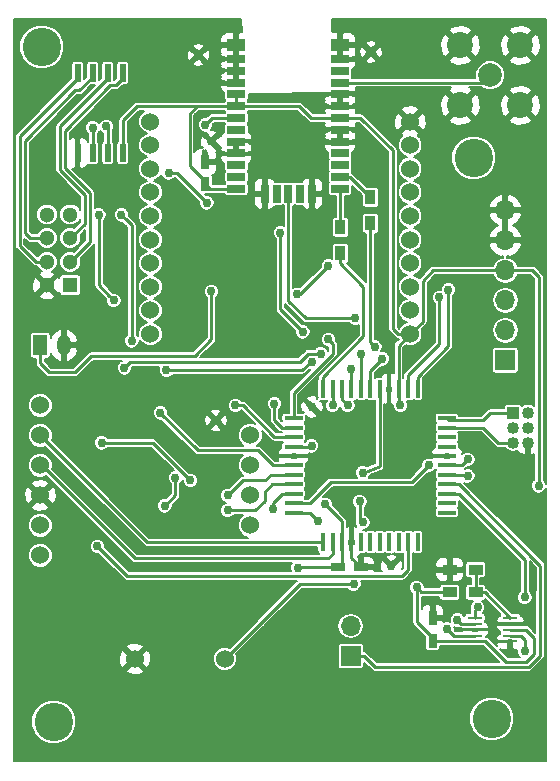
<source format=gbr>
G04 #@! TF.FileFunction,Copper,L2,Bot,Signal*
%FSLAX46Y46*%
G04 Gerber Fmt 4.6, Leading zero omitted, Abs format (unit mm)*
G04 Created by KiCad (PCBNEW 4.0.7) date Sunday, February 25, 2018 'PMt' 02:02:58 PM*
%MOMM*%
%LPD*%
G01*
G04 APERTURE LIST*
%ADD10C,0.128000*%
%ADD11C,1.524000*%
%ADD12R,0.550000X1.500000*%
%ADD13R,0.400000X1.500000*%
%ADD14R,1.500000X0.400000*%
%ADD15R,1.250000X0.270000*%
%ADD16R,0.700000X1.500000*%
%ADD17R,1.500000X0.700000*%
%ADD18R,1.500000X1.000000*%
%ADD19R,1.016000X1.016000*%
%ADD20O,1.016000X1.016000*%
%ADD21R,1.700000X1.700000*%
%ADD22O,1.700000X1.700000*%
%ADD23R,1.200000X0.750000*%
%ADD24R,0.750000X1.200000*%
%ADD25R,1.200000X0.900000*%
%ADD26R,1.300000X1.300000*%
%ADD27C,1.300000*%
%ADD28C,2.200000*%
%ADD29C,2.000000*%
%ADD30R,0.900000X1.200000*%
%ADD31C,0.762000*%
%ADD32R,1.200000X1.700000*%
%ADD33O,1.200000X1.700000*%
%ADD34C,3.250000*%
%ADD35C,0.250000*%
%ADD36C,0.180000*%
G04 APERTURE END LIST*
D10*
D11*
X145161000Y-110363000D03*
X152781000Y-110363000D03*
D12*
X144145000Y-60735000D03*
X144145000Y-67535000D03*
X142875000Y-60735000D03*
X142875000Y-67535000D03*
X141605000Y-60735000D03*
X141605000Y-67535000D03*
X140335000Y-60735000D03*
X140335000Y-67535000D03*
D13*
X169100000Y-100480000D03*
X168300000Y-100480000D03*
X167500000Y-100480000D03*
X166700000Y-100480000D03*
X165900000Y-100480000D03*
X165100000Y-100480000D03*
X164300000Y-100480000D03*
X163500000Y-100480000D03*
X162700000Y-100480000D03*
X161900000Y-100480000D03*
X161100000Y-100480000D03*
D14*
X158600000Y-97980000D03*
X158600000Y-97180000D03*
X158600000Y-96380000D03*
X158600000Y-95580000D03*
X158600000Y-94780000D03*
X158600000Y-93980000D03*
X158600000Y-93180000D03*
X158600000Y-92380000D03*
X158600000Y-91580000D03*
X158600000Y-90780000D03*
X158600000Y-89980000D03*
D13*
X161100000Y-87480000D03*
X161900000Y-87480000D03*
X162700000Y-87480000D03*
X163500000Y-87480000D03*
X164300000Y-87480000D03*
X165100000Y-87480000D03*
X165900000Y-87480000D03*
X166700000Y-87480000D03*
X167500000Y-87480000D03*
X168300000Y-87480000D03*
X169100000Y-87480000D03*
D14*
X171600000Y-89980000D03*
X171600000Y-90780000D03*
X171600000Y-91580000D03*
X171600000Y-92380000D03*
X171600000Y-93180000D03*
X171600000Y-93980000D03*
X171600000Y-94780000D03*
X171600000Y-95580000D03*
X171600000Y-96380000D03*
X171600000Y-97180000D03*
X171600000Y-97980000D03*
D15*
X176950500Y-108886500D03*
X173950500Y-108886500D03*
X176950500Y-108386500D03*
X173950500Y-108386500D03*
X176950500Y-107886500D03*
X173950500Y-107886500D03*
X176950500Y-107386500D03*
X173950500Y-107386500D03*
X176950500Y-106886500D03*
X173950500Y-106886500D03*
D16*
X160160000Y-70970000D03*
D17*
X153760000Y-70570000D03*
X153760000Y-69570000D03*
X153760000Y-68570000D03*
X153760000Y-67570000D03*
X153760000Y-66570000D03*
X153760000Y-65570000D03*
X153760000Y-64570000D03*
X153760000Y-63570000D03*
X153760000Y-62570000D03*
X153760000Y-61570000D03*
X153760000Y-60570000D03*
X153760000Y-59570000D03*
D18*
X153760000Y-58420000D03*
X162560000Y-58420000D03*
D17*
X162560000Y-59570000D03*
X162560000Y-60570000D03*
X162560000Y-61570000D03*
X162560000Y-62570000D03*
X162560000Y-63570000D03*
X162560000Y-64570000D03*
X162560000Y-65570000D03*
X162560000Y-66570000D03*
X162560000Y-67570000D03*
X162560000Y-68570000D03*
X162560000Y-69570000D03*
X162560000Y-70570000D03*
D16*
X159160000Y-70970000D03*
X158160000Y-70970000D03*
X157160000Y-70970000D03*
X156160000Y-70970000D03*
D11*
X168478200Y-82864960D03*
X168478200Y-80863440D03*
X168478200Y-78864460D03*
X168478200Y-76862940D03*
X168478200Y-74863960D03*
X168478200Y-72864980D03*
X168478200Y-70863460D03*
X168478200Y-68864480D03*
X168478200Y-66862960D03*
X168478200Y-64863980D03*
X146481800Y-64863980D03*
X146481800Y-66862960D03*
X146481800Y-68864480D03*
X146481800Y-70863460D03*
X146481800Y-72864980D03*
X146481800Y-74863960D03*
X146481800Y-76862940D03*
X146481800Y-78864460D03*
X146481800Y-80863440D03*
X146481800Y-82864960D03*
D19*
X177165000Y-89535000D03*
D20*
X178435000Y-89535000D03*
X177165000Y-90805000D03*
X178435000Y-90805000D03*
X177165000Y-92075000D03*
X178435000Y-92075000D03*
D21*
X176530000Y-85090000D03*
D22*
X176530000Y-82550000D03*
X176530000Y-80010000D03*
X176530000Y-77470000D03*
X176530000Y-74930000D03*
X176530000Y-72390000D03*
D23*
X162372000Y-102616000D03*
X164272000Y-102616000D03*
D24*
X170370500Y-108836500D03*
X170370500Y-106936500D03*
D25*
X171810500Y-104711500D03*
X174010500Y-104711500D03*
X174010500Y-102806500D03*
X171810500Y-102806500D03*
D11*
X137160000Y-101600000D03*
X137160000Y-99060000D03*
X137160000Y-96520000D03*
X137160000Y-93980000D03*
X137160000Y-91440000D03*
X137160000Y-88900000D03*
X154940000Y-91440000D03*
X154940000Y-93980000D03*
X154940000Y-96520000D03*
X154940000Y-99060000D03*
D26*
X139700000Y-78740000D03*
D27*
X139700000Y-76740000D03*
X139700000Y-74740000D03*
X139700000Y-72740000D03*
X137700000Y-78740000D03*
X137700000Y-76740000D03*
X137700000Y-74740000D03*
X137700000Y-72740000D03*
D28*
X172720000Y-63500000D03*
X172720000Y-58420000D03*
X177800000Y-58420000D03*
X177800000Y-63500000D03*
D29*
X175260000Y-60960000D03*
D30*
X165100000Y-71290000D03*
X165100000Y-73490000D03*
X162560000Y-73830000D03*
X162560000Y-76030000D03*
D24*
X151130000Y-70165000D03*
X151130000Y-68265000D03*
D31*
X152019000Y-90170000D03*
X165163500Y-58991500D03*
X150558500Y-59245500D03*
D21*
X163449000Y-110109000D03*
D22*
X163449000Y-107569000D03*
D32*
X137160000Y-83820000D03*
D33*
X139160000Y-83820000D03*
D31*
X166878000Y-102489000D03*
X151638000Y-66548000D03*
X160147000Y-89027000D03*
D34*
X138303000Y-115697000D03*
X173863000Y-67945000D03*
X137287000Y-58547000D03*
X175387000Y-115443000D03*
D31*
X151638000Y-79247998D03*
X173355000Y-94869000D03*
X179367000Y-95710996D03*
X161290000Y-97282002D03*
X160120021Y-92329000D03*
X158966619Y-102653381D03*
X167640000Y-88900000D03*
X174180500Y-105981500D03*
X148030990Y-69215000D03*
X151257000Y-71755000D03*
X151130000Y-65151000D03*
X153670000Y-88900000D03*
X165481000Y-83947000D03*
X161543998Y-83312000D03*
X163830000Y-81534000D03*
X166116000Y-84963000D03*
X173355000Y-93472000D03*
X157473990Y-74295000D03*
X169037000Y-104293979D03*
X159385000Y-82677000D03*
X161925000Y-88900000D03*
X163195000Y-88900000D03*
X160655000Y-98679000D03*
X170053000Y-93980000D03*
X178181000Y-109728000D03*
X158877000Y-79502000D03*
X161544000Y-77089000D03*
X172466000Y-107061000D03*
X171577000Y-107823000D03*
X170942000Y-79756000D03*
X142748000Y-65278000D03*
X171704004Y-79121000D03*
X141605000Y-65405000D03*
X156972000Y-88773000D03*
X141986000Y-100838000D03*
X142367000Y-92075000D03*
X156845000Y-97663000D03*
X149860000Y-95249998D03*
X148590000Y-95036538D03*
X147701000Y-97409000D03*
X153035000Y-97790000D03*
X153035000Y-96520000D03*
X147320000Y-89535000D03*
X143383000Y-80010000D03*
X144272000Y-85725000D03*
X160909000Y-84530990D03*
X142113000Y-72771000D03*
X164338000Y-84582000D03*
X144018000Y-72771000D03*
X144907002Y-83439000D03*
X160120021Y-85217000D03*
X147828000Y-85903010D03*
X163449000Y-85852000D03*
X164465000Y-98806000D03*
X164211000Y-97028000D03*
X163703000Y-104025977D03*
X164465000Y-94615000D03*
X178181000Y-105156000D03*
D35*
X137922000Y-86106000D02*
X138176000Y-86106000D01*
X151638000Y-83312000D02*
X150241000Y-84709000D01*
X138176000Y-86106000D02*
X139954000Y-86106000D01*
X151638000Y-79247998D02*
X151638000Y-83312000D01*
X150241000Y-84709000D02*
X141478000Y-84709000D01*
X141478000Y-84709000D02*
X140081000Y-86106000D01*
X140081000Y-86106000D02*
X138176000Y-86106000D01*
X137160000Y-83820000D02*
X137160000Y-85344000D01*
X137160000Y-85344000D02*
X137922000Y-86106000D01*
X163500000Y-100480000D02*
X163500000Y-101844000D01*
X163500000Y-101844000D02*
X164272000Y-102616000D01*
X173266000Y-94780000D02*
X171600000Y-94780000D01*
X173355000Y-94869000D02*
X173266000Y-94780000D01*
X173355000Y-94869000D02*
X173355000Y-94869000D01*
X179367000Y-95172181D02*
X179367000Y-95710996D01*
X179367000Y-78021000D02*
X179367000Y-95172181D01*
X179197000Y-77851000D02*
X179367000Y-78021000D01*
X162700000Y-98692002D02*
X161670999Y-97663001D01*
X162700000Y-100480000D02*
X162700000Y-98692002D01*
X161670999Y-97663001D02*
X161290000Y-97282002D01*
X149808999Y-68618999D02*
X149808999Y-64186001D01*
X151130000Y-70165000D02*
X151130000Y-69940000D01*
X151130000Y-69940000D02*
X149808999Y-68618999D01*
X149808999Y-64186001D02*
X150425000Y-63570000D01*
X158600000Y-92380000D02*
X160069021Y-92380000D01*
X162372000Y-102616000D02*
X159004000Y-102616000D01*
X160069021Y-92380000D02*
X160120021Y-92329000D01*
X159004000Y-102616000D02*
X158966619Y-102653381D01*
X178943000Y-77597000D02*
X179197000Y-77851000D01*
X176530000Y-77470000D02*
X178816000Y-77470000D01*
X178816000Y-77470000D02*
X179197000Y-77851000D01*
X169545201Y-78358799D02*
X170434000Y-77470000D01*
X170434000Y-77470000D02*
X176530000Y-77470000D01*
X168478200Y-82864960D02*
X169545201Y-81797959D01*
X169545201Y-81797959D02*
X169545201Y-78358799D01*
X162372000Y-102616000D02*
X162700000Y-102288000D01*
X162700000Y-102288000D02*
X162700000Y-100480000D01*
X168478200Y-82864960D02*
X167500000Y-83843160D01*
X167500000Y-83843160D02*
X167500000Y-87480000D01*
X153760000Y-63570000D02*
X159074000Y-63570000D01*
X160074000Y-64570000D02*
X162560000Y-64570000D01*
X159074000Y-63570000D02*
X160074000Y-64570000D01*
X168478200Y-82864960D02*
X167446960Y-82864960D01*
X167446960Y-82864960D02*
X167005000Y-82423000D01*
X167005000Y-82423000D02*
X167005000Y-67310000D01*
X167005000Y-67310000D02*
X164265000Y-64570000D01*
X164265000Y-64570000D02*
X162560000Y-64570000D01*
X153760000Y-62570000D02*
X153760000Y-63570000D01*
X153760000Y-70570000D02*
X151535000Y-70570000D01*
X151535000Y-70570000D02*
X151130000Y-70165000D01*
X167500000Y-87480000D02*
X167500000Y-88760000D01*
X167500000Y-88760000D02*
X167640000Y-88900000D01*
X144145000Y-66900000D02*
X144145000Y-64770000D01*
X144145000Y-64770000D02*
X145345000Y-63570000D01*
X145345000Y-63570000D02*
X150425000Y-63570000D01*
X150425000Y-63570000D02*
X153760000Y-63570000D01*
X173950500Y-106886500D02*
X173950500Y-106211500D01*
X173950500Y-106211500D02*
X174180500Y-105981500D01*
X151257000Y-71755000D02*
X148717000Y-69215000D01*
X148569805Y-69215000D02*
X148030990Y-69215000D01*
X148717000Y-69215000D02*
X148569805Y-69215000D01*
X153760000Y-64570000D02*
X151711000Y-64570000D01*
X151510999Y-64770001D02*
X151130000Y-65151000D01*
X151711000Y-64570000D02*
X151510999Y-64770001D01*
X153670000Y-88900000D02*
X154305000Y-88900000D01*
X154305000Y-88900000D02*
X156972000Y-91567000D01*
X156972000Y-91567000D02*
X158460000Y-91567000D01*
X165100001Y-83566001D02*
X165481000Y-83947000D01*
X165100000Y-73490000D02*
X165100001Y-83566001D01*
X158600000Y-89980000D02*
X158600000Y-87855272D01*
X161924997Y-83692999D02*
X161543998Y-83312000D01*
X158600000Y-87855272D02*
X161924997Y-84530275D01*
X161924997Y-84530275D02*
X161924997Y-83692999D01*
X162560000Y-76030000D02*
X162560000Y-76880000D01*
X164516001Y-83063999D02*
X161100000Y-86480000D01*
X162560000Y-76880000D02*
X164516001Y-78836001D01*
X164516001Y-78836001D02*
X164516001Y-83063999D01*
X161100000Y-86480000D02*
X161100000Y-87480000D01*
X163291185Y-81534000D02*
X163830000Y-81534000D01*
X159639000Y-81534000D02*
X163291185Y-81534000D01*
X158160000Y-70970000D02*
X158160000Y-80055000D01*
X158160000Y-80055000D02*
X159639000Y-81534000D01*
X165100000Y-85979000D02*
X165100000Y-87480000D01*
X166116000Y-84963000D02*
X165100000Y-85979000D01*
X173055001Y-93771999D02*
X173355000Y-93472000D01*
X172847000Y-93980000D02*
X173055001Y-93771999D01*
X171600000Y-93980000D02*
X172847000Y-93980000D01*
X157473990Y-74833815D02*
X157473990Y-74295000D01*
X157473990Y-80765990D02*
X157473990Y-74833815D01*
X159385000Y-82677000D02*
X157473990Y-80765990D01*
X176950500Y-107886500D02*
X178244500Y-107886500D01*
X178943000Y-109982000D02*
X178308000Y-110617000D01*
X178244500Y-107886500D02*
X178943000Y-108585000D01*
X178943000Y-108585000D02*
X178943000Y-109982000D01*
X178308000Y-110617000D02*
X176556000Y-110617000D01*
X176556000Y-110617000D02*
X174825500Y-108886500D01*
X174825500Y-108886500D02*
X173950500Y-108886500D01*
X170370500Y-108836500D02*
X170370500Y-108611500D01*
X169037000Y-107278000D02*
X169037000Y-104832794D01*
X169037000Y-104832794D02*
X169037000Y-104293979D01*
X171810500Y-104711500D02*
X169454521Y-104711500D01*
X169417999Y-104674978D02*
X169037000Y-104293979D01*
X170370500Y-108611500D02*
X169037000Y-107278000D01*
X169454521Y-104711500D02*
X169417999Y-104674978D01*
X171640500Y-108836500D02*
X170685500Y-108836500D01*
X170685500Y-108836500D02*
X170370500Y-108521500D01*
X173950500Y-108886500D02*
X171690500Y-108886500D01*
X171690500Y-108886500D02*
X171640500Y-108836500D01*
X161900000Y-87480000D02*
X161900000Y-88875000D01*
X161900000Y-88875000D02*
X161925000Y-88900000D01*
X162700000Y-87480000D02*
X162700000Y-88405000D01*
X162700000Y-88405000D02*
X163195000Y-88900000D01*
X177165000Y-89535000D02*
X175260000Y-89535000D01*
X175260000Y-89535000D02*
X174625000Y-90170000D01*
X174625000Y-90170000D02*
X171790000Y-90170000D01*
X171790000Y-90170000D02*
X171600000Y-89980000D01*
X171600000Y-90780000D02*
X174600000Y-90780000D01*
X174600000Y-90780000D02*
X175895000Y-92075000D01*
X175895000Y-92075000D02*
X177165000Y-92075000D01*
X160274001Y-98298001D02*
X160655000Y-98679000D01*
X158600000Y-97980000D02*
X159956000Y-97980000D01*
X159956000Y-97980000D02*
X160274001Y-98298001D01*
X168610001Y-95422999D02*
X169753001Y-94279999D01*
X161745599Y-95422999D02*
X168610001Y-95422999D01*
X158600000Y-97180000D02*
X159988598Y-97180000D01*
X169753001Y-94279999D02*
X170053000Y-93980000D01*
X159988598Y-97180000D02*
X161745599Y-95422999D01*
X178181000Y-109189185D02*
X178181000Y-109728000D01*
X178181000Y-108742000D02*
X178181000Y-109189185D01*
X177825500Y-108386500D02*
X178181000Y-108742000D01*
X176950500Y-108386500D02*
X177825500Y-108386500D01*
X159131000Y-79502000D02*
X158877000Y-79502000D01*
X161544000Y-77089000D02*
X159131000Y-79502000D01*
X174010500Y-104711500D02*
X174010500Y-102806500D01*
X174010500Y-104711500D02*
X174775500Y-104711500D01*
X174775500Y-104711500D02*
X176950500Y-106886500D01*
X172791500Y-107386500D02*
X172466000Y-107061000D01*
X173950500Y-107386500D02*
X172791500Y-107386500D01*
X171957999Y-108203999D02*
X171577000Y-107823000D01*
X172140500Y-108386500D02*
X171957999Y-108203999D01*
X173950500Y-108386500D02*
X172140500Y-108386500D01*
X170942000Y-83693000D02*
X170942000Y-80180264D01*
X168300000Y-86335000D02*
X170942000Y-83693000D01*
X168300000Y-87480000D02*
X168300000Y-86335000D01*
X170942000Y-80180264D02*
X170942000Y-79756000D01*
X142875000Y-65405000D02*
X142875000Y-67535000D01*
X142748000Y-65278000D02*
X142875000Y-65405000D01*
X169100000Y-87480000D02*
X169100000Y-86480000D01*
X169100000Y-86480000D02*
X171704000Y-83876000D01*
X171704000Y-83876000D02*
X171704000Y-79121004D01*
X171704000Y-79121004D02*
X171704004Y-79121000D01*
X141605000Y-65405000D02*
X141605000Y-67535000D01*
X156972000Y-90152000D02*
X156972000Y-89311815D01*
X156972000Y-89311815D02*
X156972000Y-88773000D01*
X157600000Y-90780000D02*
X156972000Y-90152000D01*
X158600000Y-90780000D02*
X157600000Y-90780000D01*
X161900000Y-100480000D02*
X161900000Y-101480000D01*
X161900000Y-101480000D02*
X161526000Y-101854000D01*
X161526000Y-101854000D02*
X145160284Y-101854000D01*
X145160284Y-101854000D02*
X137286284Y-93980000D01*
X137286284Y-93980000D02*
X137160000Y-93980000D01*
X161100000Y-100480000D02*
X146200000Y-100480000D01*
X146200000Y-100480000D02*
X137160000Y-91440000D01*
X144487967Y-103339967D02*
X142366999Y-101218999D01*
X167805033Y-103339967D02*
X144487967Y-103339967D01*
X168300000Y-100480000D02*
X168300000Y-102845000D01*
X168300000Y-102845000D02*
X167805033Y-103339967D01*
X142366999Y-101218999D02*
X141986000Y-100838000D01*
X142905815Y-92075000D02*
X142367000Y-92075000D01*
X149860000Y-95249998D02*
X146685002Y-92075000D01*
X146685002Y-92075000D02*
X142905815Y-92075000D01*
X158600000Y-96380000D02*
X157600000Y-96380000D01*
X156845000Y-97135000D02*
X156845000Y-97663000D01*
X157600000Y-96380000D02*
X156845000Y-97135000D01*
X148590000Y-96520000D02*
X148590000Y-95575353D01*
X147701000Y-97409000D02*
X148590000Y-96520000D01*
X148590000Y-95575353D02*
X148590000Y-95036538D01*
X158600000Y-95580000D02*
X156769718Y-95580000D01*
X156769718Y-95580000D02*
X156158999Y-96190719D01*
X156158999Y-96190719D02*
X156158999Y-96952001D01*
X156158999Y-96952001D02*
X155321000Y-97790000D01*
X155321000Y-97790000D02*
X153573815Y-97790000D01*
X153573815Y-97790000D02*
X153035000Y-97790000D01*
X158600000Y-94780000D02*
X156680000Y-94780000D01*
X154305000Y-95250000D02*
X153035000Y-96520000D01*
X156210000Y-95250000D02*
X154305000Y-95250000D01*
X156680000Y-94780000D02*
X156210000Y-95250000D01*
X158600000Y-93980000D02*
X156845000Y-93980000D01*
X150495000Y-92710000D02*
X147320000Y-89535000D01*
X155575000Y-92710000D02*
X150495000Y-92710000D01*
X156845000Y-93980000D02*
X155575000Y-92710000D01*
X162560000Y-61570000D02*
X174650000Y-61570000D01*
X174650000Y-61570000D02*
X175260000Y-60960000D01*
X162560000Y-69570000D02*
X163380000Y-69570000D01*
X163380000Y-69570000D02*
X165100000Y-71290000D01*
X162560000Y-70570000D02*
X162560000Y-73830000D01*
X143002001Y-79629001D02*
X143383000Y-80010000D01*
X142113000Y-78740000D02*
X143002001Y-79629001D01*
X142113000Y-72771000D02*
X142113000Y-78740000D01*
X144652999Y-85344001D02*
X144272000Y-85725000D01*
X144779999Y-85217001D02*
X144652999Y-85344001D01*
X159817010Y-84530990D02*
X159130999Y-85217001D01*
X159130999Y-85217001D02*
X144779999Y-85217001D01*
X160909000Y-84530990D02*
X159817010Y-84530990D01*
X164300000Y-84620000D02*
X164338000Y-84582000D01*
X164300000Y-87480000D02*
X164300000Y-84620000D01*
X144398999Y-73151999D02*
X144018000Y-72771000D01*
X144907002Y-73660002D02*
X144398999Y-73151999D01*
X144907002Y-83439000D02*
X144907002Y-73660002D01*
X160039021Y-85217000D02*
X160120021Y-85217000D01*
X160039021Y-85217000D02*
X159353011Y-85903010D01*
X159353011Y-85903010D02*
X148366815Y-85903010D01*
X148366815Y-85903010D02*
X147828000Y-85903010D01*
X163500000Y-87480000D02*
X163500000Y-85903000D01*
X163500000Y-85903000D02*
X163449000Y-85852000D01*
X164211000Y-98552000D02*
X164465000Y-98806000D01*
X164211000Y-97028000D02*
X164211000Y-98552000D01*
X159118023Y-104025977D02*
X163164185Y-104025977D01*
X152781000Y-110363000D02*
X159118023Y-104025977D01*
X163164185Y-104025977D02*
X163703000Y-104025977D01*
X165900000Y-87480000D02*
X165900000Y-94069000D01*
X165900000Y-94069000D02*
X164465000Y-94615000D01*
X179500011Y-102480011D02*
X172600000Y-95580000D01*
X165487011Y-111047011D02*
X178512989Y-111047011D01*
X164549000Y-110109000D02*
X165487011Y-111047011D01*
X179500011Y-104655852D02*
X179500011Y-102480011D01*
X179451000Y-110109000D02*
X179451000Y-104704863D01*
X163449000Y-110109000D02*
X164549000Y-110109000D01*
X179451000Y-104704863D02*
X179500011Y-104655852D01*
X172600000Y-95580000D02*
X171600000Y-95580000D01*
X178512989Y-111047011D02*
X179451000Y-110109000D01*
X178181000Y-101961000D02*
X178181000Y-104617185D01*
X178181000Y-104617185D02*
X178181000Y-105156000D01*
X172600000Y-96380000D02*
X178181000Y-101961000D01*
X171600000Y-96380000D02*
X172600000Y-96380000D01*
X139241011Y-65638989D02*
X143089999Y-61790001D01*
X144145000Y-61210000D02*
X144145000Y-60735000D01*
X143564999Y-61790001D02*
X144145000Y-61210000D01*
X139700000Y-76740000D02*
X141351000Y-75089000D01*
X141351000Y-70892873D02*
X139241011Y-68782884D01*
X141351000Y-75089000D02*
X141351000Y-70892873D01*
X139241011Y-68782884D02*
X139241011Y-65638989D01*
X143089999Y-61790001D02*
X143564999Y-61790001D01*
X138811000Y-68961000D02*
X138811000Y-65274000D01*
X140920989Y-73519011D02*
X140920989Y-71070989D01*
X138811000Y-65274000D02*
X142875000Y-61210000D01*
X140920989Y-71070989D02*
X138811000Y-68961000D01*
X139700000Y-74740000D02*
X140920989Y-73519011D01*
X142875000Y-61210000D02*
X142875000Y-60735000D01*
X137700000Y-74740000D02*
X136308111Y-74740000D01*
X141605000Y-61087000D02*
X141605000Y-60735000D01*
X136308111Y-74740000D02*
X135851000Y-74282889D01*
X135851000Y-74282889D02*
X135851000Y-66489000D01*
X135851000Y-66489000D02*
X140110000Y-62230000D01*
X140110000Y-62230000D02*
X140462000Y-62230000D01*
X140462000Y-62230000D02*
X141605000Y-61087000D01*
X135420989Y-66124011D02*
X140335000Y-61210000D01*
X135420989Y-75380227D02*
X135420989Y-66124011D01*
X137700000Y-76740000D02*
X136780762Y-76740000D01*
X140335000Y-61210000D02*
X140335000Y-60735000D01*
X136780762Y-76740000D02*
X135420989Y-75380227D01*
D36*
G36*
X154224321Y-57322000D02*
X154073500Y-57322000D01*
X153924000Y-57471500D01*
X153924000Y-58256000D01*
X153944000Y-58256000D01*
X153944000Y-58584000D01*
X153924000Y-58584000D01*
X153924000Y-59406000D01*
X153944000Y-59406000D01*
X153944000Y-59734000D01*
X153924000Y-59734000D01*
X153924000Y-60406000D01*
X153944000Y-60406000D01*
X153944000Y-60734000D01*
X153924000Y-60734000D01*
X153924000Y-61406000D01*
X153944000Y-61406000D01*
X153944000Y-61734000D01*
X153924000Y-61734000D01*
X153924000Y-61754000D01*
X153596000Y-61754000D01*
X153596000Y-61734000D01*
X152561500Y-61734000D01*
X152412000Y-61883500D01*
X152412000Y-62038949D01*
X152503040Y-62258740D01*
X152671260Y-62426960D01*
X152734711Y-62453242D01*
X152734711Y-62920000D01*
X152753538Y-63020056D01*
X152785693Y-63070026D01*
X152756400Y-63112897D01*
X152743824Y-63175000D01*
X145345000Y-63175000D01*
X145193840Y-63205068D01*
X145065693Y-63290693D01*
X143865693Y-64490693D01*
X143780068Y-64618840D01*
X143750000Y-64770000D01*
X143750000Y-66541372D01*
X143678049Y-66587671D01*
X143616400Y-66677897D01*
X143594711Y-66785000D01*
X143594711Y-68285000D01*
X143613538Y-68385056D01*
X143672671Y-68476951D01*
X143762897Y-68538600D01*
X143870000Y-68560289D01*
X144420000Y-68560289D01*
X144520056Y-68541462D01*
X144611951Y-68482329D01*
X144673600Y-68392103D01*
X144695289Y-68285000D01*
X144695289Y-66785000D01*
X144676462Y-66684944D01*
X144617329Y-66593049D01*
X144540000Y-66540212D01*
X144540000Y-64933614D01*
X145508614Y-63965000D01*
X145955058Y-63965000D01*
X145897983Y-63988583D01*
X145607423Y-64278636D01*
X145449980Y-64657802D01*
X145449621Y-65068357D01*
X145606403Y-65447797D01*
X145896456Y-65738357D01*
X146198036Y-65863583D01*
X145897983Y-65987563D01*
X145607423Y-66277616D01*
X145449980Y-66656782D01*
X145449621Y-67067337D01*
X145606403Y-67446777D01*
X145896456Y-67737337D01*
X146201102Y-67863836D01*
X145897983Y-67989083D01*
X145607423Y-68279136D01*
X145449980Y-68658302D01*
X145449621Y-69068857D01*
X145606403Y-69448297D01*
X145896456Y-69738857D01*
X146198036Y-69864083D01*
X145897983Y-69988063D01*
X145607423Y-70278116D01*
X145449980Y-70657282D01*
X145449621Y-71067837D01*
X145606403Y-71447277D01*
X145896456Y-71737837D01*
X146201102Y-71864336D01*
X145897983Y-71989583D01*
X145607423Y-72279636D01*
X145449980Y-72658802D01*
X145449621Y-73069357D01*
X145606403Y-73448797D01*
X145896456Y-73739357D01*
X146198036Y-73864583D01*
X145897983Y-73988563D01*
X145607423Y-74278616D01*
X145449980Y-74657782D01*
X145449621Y-75068337D01*
X145606403Y-75447777D01*
X145896456Y-75738337D01*
X146198036Y-75863563D01*
X145897983Y-75987543D01*
X145607423Y-76277596D01*
X145449980Y-76656762D01*
X145449621Y-77067317D01*
X145606403Y-77446757D01*
X145896456Y-77737317D01*
X146201102Y-77863816D01*
X145897983Y-77989063D01*
X145607423Y-78279116D01*
X145449980Y-78658282D01*
X145449621Y-79068837D01*
X145606403Y-79448277D01*
X145896456Y-79738837D01*
X146198036Y-79864063D01*
X145897983Y-79988043D01*
X145607423Y-80278096D01*
X145449980Y-80657262D01*
X145449621Y-81067817D01*
X145606403Y-81447257D01*
X145896456Y-81737817D01*
X146201102Y-81864316D01*
X145897983Y-81989563D01*
X145607423Y-82279616D01*
X145449980Y-82658782D01*
X145449628Y-83061116D01*
X145302002Y-82913233D01*
X145302002Y-73660002D01*
X145271934Y-73508842D01*
X145186309Y-73380695D01*
X144668920Y-72863306D01*
X144669113Y-72642076D01*
X144570213Y-72402720D01*
X144387243Y-72219431D01*
X144148060Y-72120113D01*
X143889076Y-72119887D01*
X143649720Y-72218787D01*
X143466431Y-72401757D01*
X143367113Y-72640940D01*
X143366887Y-72899924D01*
X143465787Y-73139280D01*
X143648757Y-73322569D01*
X143887940Y-73421887D01*
X144110467Y-73422081D01*
X144512002Y-73823616D01*
X144512002Y-82913460D01*
X144355433Y-83069757D01*
X144256115Y-83308940D01*
X144255889Y-83567924D01*
X144354789Y-83807280D01*
X144537759Y-83990569D01*
X144776942Y-84089887D01*
X145035926Y-84090113D01*
X145275282Y-83991213D01*
X145458571Y-83808243D01*
X145557889Y-83569060D01*
X145558096Y-83331866D01*
X145606403Y-83448777D01*
X145896456Y-83739337D01*
X146275622Y-83896780D01*
X146686177Y-83897139D01*
X147065617Y-83740357D01*
X147356177Y-83450304D01*
X147513620Y-83071138D01*
X147513979Y-82660583D01*
X147357197Y-82281143D01*
X147067144Y-81990583D01*
X146762498Y-81864084D01*
X147065617Y-81738837D01*
X147356177Y-81448784D01*
X147513620Y-81069618D01*
X147513979Y-80659063D01*
X147357197Y-80279623D01*
X147067144Y-79989063D01*
X146765564Y-79863837D01*
X147065617Y-79739857D01*
X147356177Y-79449804D01*
X147513620Y-79070638D01*
X147513979Y-78660083D01*
X147357197Y-78280643D01*
X147067144Y-77990083D01*
X146762498Y-77863584D01*
X147065617Y-77738337D01*
X147356177Y-77448284D01*
X147513620Y-77069118D01*
X147513979Y-76658563D01*
X147357197Y-76279123D01*
X147067144Y-75988563D01*
X146765564Y-75863337D01*
X147065617Y-75739357D01*
X147356177Y-75449304D01*
X147513620Y-75070138D01*
X147513979Y-74659583D01*
X147357197Y-74280143D01*
X147067144Y-73989583D01*
X146765564Y-73864357D01*
X147065617Y-73740377D01*
X147356177Y-73450324D01*
X147513620Y-73071158D01*
X147513979Y-72660603D01*
X147357197Y-72281163D01*
X147067144Y-71990603D01*
X146762498Y-71864104D01*
X147065617Y-71738857D01*
X147356177Y-71448804D01*
X147513620Y-71069638D01*
X147513979Y-70659083D01*
X147357197Y-70279643D01*
X147067144Y-69989083D01*
X146765564Y-69863857D01*
X147065617Y-69739877D01*
X147356177Y-69449824D01*
X147389989Y-69368396D01*
X147478777Y-69583280D01*
X147661747Y-69766569D01*
X147900930Y-69865887D01*
X148159914Y-69866113D01*
X148399270Y-69767213D01*
X148555070Y-69611684D01*
X150606080Y-71662694D01*
X150605887Y-71883924D01*
X150704787Y-72123280D01*
X150887757Y-72306569D01*
X151126940Y-72405887D01*
X151385924Y-72406113D01*
X151625280Y-72307213D01*
X151808569Y-72124243D01*
X151907887Y-71885060D01*
X151908113Y-71626076D01*
X151809213Y-71386720D01*
X151706173Y-71283500D01*
X155212000Y-71283500D01*
X155212000Y-71838950D01*
X155303040Y-72058740D01*
X155471260Y-72226960D01*
X155691051Y-72318000D01*
X155846500Y-72318000D01*
X155996000Y-72168500D01*
X155996000Y-71134000D01*
X155361500Y-71134000D01*
X155212000Y-71283500D01*
X151706173Y-71283500D01*
X151626243Y-71203431D01*
X151387060Y-71104113D01*
X151164533Y-71103919D01*
X151100903Y-71040289D01*
X151505000Y-71040289D01*
X151605056Y-71021462D01*
X151692800Y-70965000D01*
X152743178Y-70965000D01*
X152753538Y-71020056D01*
X152812671Y-71111951D01*
X152902897Y-71173600D01*
X153010000Y-71195289D01*
X154510000Y-71195289D01*
X154610056Y-71176462D01*
X154701951Y-71117329D01*
X154763600Y-71027103D01*
X154785289Y-70920000D01*
X154785289Y-70220000D01*
X154766462Y-70119944D01*
X154754304Y-70101050D01*
X155212000Y-70101050D01*
X155212000Y-70656500D01*
X155361500Y-70806000D01*
X155996000Y-70806000D01*
X155996000Y-69771500D01*
X155846500Y-69622000D01*
X155691051Y-69622000D01*
X155471260Y-69713040D01*
X155303040Y-69881260D01*
X155212000Y-70101050D01*
X154754304Y-70101050D01*
X154734307Y-70069974D01*
X154763600Y-70027103D01*
X154785289Y-69920000D01*
X154785289Y-69220000D01*
X154766462Y-69119944D01*
X154734307Y-69069974D01*
X154763600Y-69027103D01*
X154785289Y-68920000D01*
X154785289Y-68453242D01*
X154848740Y-68426960D01*
X155016960Y-68258740D01*
X155108000Y-68038949D01*
X155108000Y-67883500D01*
X154958500Y-67734000D01*
X153924000Y-67734000D01*
X153924000Y-67754000D01*
X153596000Y-67754000D01*
X153596000Y-67734000D01*
X152561500Y-67734000D01*
X152412000Y-67883500D01*
X152412000Y-68038949D01*
X152503040Y-68258740D01*
X152671260Y-68426960D01*
X152734711Y-68453242D01*
X152734711Y-68920000D01*
X152753538Y-69020056D01*
X152785693Y-69070026D01*
X152756400Y-69112897D01*
X152734711Y-69220000D01*
X152734711Y-69920000D01*
X152753538Y-70020056D01*
X152785693Y-70070026D01*
X152756400Y-70112897D01*
X152743824Y-70175000D01*
X151780289Y-70175000D01*
X151780289Y-69565000D01*
X151761462Y-69464944D01*
X151731535Y-69418437D01*
X151843740Y-69371960D01*
X152011960Y-69203740D01*
X152103000Y-68983950D01*
X152103000Y-68578500D01*
X151953500Y-68429000D01*
X151294000Y-68429000D01*
X151294000Y-68449000D01*
X150966000Y-68449000D01*
X150966000Y-68429000D01*
X150946000Y-68429000D01*
X150946000Y-68101000D01*
X150966000Y-68101000D01*
X150966000Y-67285146D01*
X151049394Y-67368540D01*
X151165170Y-67252764D01*
X151191937Y-67440968D01*
X151294000Y-67468877D01*
X151294000Y-68101000D01*
X151953500Y-68101000D01*
X152103000Y-67951500D01*
X152103000Y-67546050D01*
X152063075Y-67449662D01*
X152084063Y-67440968D01*
X152110830Y-67252761D01*
X151638000Y-66779931D01*
X151623858Y-66794074D01*
X151391927Y-66562143D01*
X151406069Y-66548000D01*
X150933239Y-66075170D01*
X150745032Y-66101937D01*
X150642305Y-66477615D01*
X150691162Y-66864008D01*
X150745032Y-66994063D01*
X150933236Y-67020830D01*
X150851783Y-67102283D01*
X150816500Y-67067000D01*
X150636051Y-67067000D01*
X150416260Y-67158040D01*
X150248040Y-67326260D01*
X150203999Y-67432584D01*
X150203999Y-64349615D01*
X150588614Y-63965000D01*
X152743178Y-63965000D01*
X152753538Y-64020056D01*
X152785693Y-64070026D01*
X152756400Y-64112897D01*
X152743824Y-64175000D01*
X151711000Y-64175000D01*
X151559840Y-64205068D01*
X151431693Y-64290693D01*
X151222306Y-64500080D01*
X151001076Y-64499887D01*
X150761720Y-64598787D01*
X150578431Y-64781757D01*
X150479113Y-65020940D01*
X150478887Y-65279924D01*
X150577787Y-65519280D01*
X150760757Y-65702569D01*
X150999940Y-65801887D01*
X151171030Y-65802036D01*
X151165170Y-65843239D01*
X151638000Y-66316069D01*
X152110830Y-65843239D01*
X152084063Y-65655032D01*
X151708385Y-65552305D01*
X151640904Y-65560838D01*
X151681569Y-65520243D01*
X151780887Y-65281060D01*
X151781081Y-65058533D01*
X151874614Y-64965000D01*
X152743178Y-64965000D01*
X152753538Y-65020056D01*
X152785693Y-65070026D01*
X152756400Y-65112897D01*
X152734711Y-65220000D01*
X152734711Y-65686758D01*
X152671260Y-65713040D01*
X152503040Y-65881260D01*
X152418272Y-66085909D01*
X152342761Y-66075170D01*
X151869931Y-66548000D01*
X152342761Y-67020830D01*
X152412000Y-67010983D01*
X152412000Y-67038949D01*
X152424862Y-67070000D01*
X152412000Y-67101051D01*
X152412000Y-67256500D01*
X152561500Y-67406000D01*
X152650300Y-67406000D01*
X152671260Y-67426960D01*
X152891050Y-67518000D01*
X153446500Y-67518000D01*
X153558500Y-67406000D01*
X153596000Y-67406000D01*
X153596000Y-66734000D01*
X153924000Y-66734000D01*
X153924000Y-67406000D01*
X153961500Y-67406000D01*
X154073500Y-67518000D01*
X154628950Y-67518000D01*
X154848740Y-67426960D01*
X154869700Y-67406000D01*
X154958500Y-67406000D01*
X155108000Y-67256500D01*
X155108000Y-67101051D01*
X155095138Y-67070000D01*
X155108000Y-67038949D01*
X155108000Y-66883500D01*
X161212000Y-66883500D01*
X161212000Y-67038949D01*
X161303040Y-67258740D01*
X161471260Y-67426960D01*
X161534711Y-67453242D01*
X161534711Y-67920000D01*
X161553538Y-68020056D01*
X161585693Y-68070026D01*
X161556400Y-68112897D01*
X161534711Y-68220000D01*
X161534711Y-68920000D01*
X161553538Y-69020056D01*
X161585693Y-69070026D01*
X161556400Y-69112897D01*
X161534711Y-69220000D01*
X161534711Y-69920000D01*
X161553538Y-70020056D01*
X161585693Y-70070026D01*
X161556400Y-70112897D01*
X161534711Y-70220000D01*
X161534711Y-70920000D01*
X161553538Y-71020056D01*
X161612671Y-71111951D01*
X161702897Y-71173600D01*
X161810000Y-71195289D01*
X162165000Y-71195289D01*
X162165000Y-72954711D01*
X162110000Y-72954711D01*
X162009944Y-72973538D01*
X161918049Y-73032671D01*
X161856400Y-73122897D01*
X161834711Y-73230000D01*
X161834711Y-74430000D01*
X161853538Y-74530056D01*
X161912671Y-74621951D01*
X162002897Y-74683600D01*
X162110000Y-74705289D01*
X163010000Y-74705289D01*
X163110056Y-74686462D01*
X163201951Y-74627329D01*
X163263600Y-74537103D01*
X163285289Y-74430000D01*
X163285289Y-73230000D01*
X163266462Y-73129944D01*
X163207329Y-73038049D01*
X163117103Y-72976400D01*
X163010000Y-72954711D01*
X162955000Y-72954711D01*
X162955000Y-71195289D01*
X163310000Y-71195289D01*
X163410056Y-71176462D01*
X163501951Y-71117329D01*
X163563600Y-71027103D01*
X163585289Y-70920000D01*
X163585289Y-70333903D01*
X164374711Y-71123325D01*
X164374711Y-71890000D01*
X164393538Y-71990056D01*
X164452671Y-72081951D01*
X164542897Y-72143600D01*
X164650000Y-72165289D01*
X165550000Y-72165289D01*
X165650056Y-72146462D01*
X165741951Y-72087329D01*
X165803600Y-71997103D01*
X165825289Y-71890000D01*
X165825289Y-70690000D01*
X165806462Y-70589944D01*
X165747329Y-70498049D01*
X165657103Y-70436400D01*
X165550000Y-70414711D01*
X164783325Y-70414711D01*
X163659307Y-69290693D01*
X163585289Y-69241236D01*
X163585289Y-69220000D01*
X163566462Y-69119944D01*
X163534307Y-69069974D01*
X163563600Y-69027103D01*
X163585289Y-68920000D01*
X163585289Y-68220000D01*
X163566462Y-68119944D01*
X163534307Y-68069974D01*
X163563600Y-68027103D01*
X163585289Y-67920000D01*
X163585289Y-67453242D01*
X163648740Y-67426960D01*
X163816960Y-67258740D01*
X163908000Y-67038949D01*
X163908000Y-66883500D01*
X163758500Y-66734000D01*
X162724000Y-66734000D01*
X162724000Y-66754000D01*
X162396000Y-66754000D01*
X162396000Y-66734000D01*
X161361500Y-66734000D01*
X161212000Y-66883500D01*
X155108000Y-66883500D01*
X154958500Y-66734000D01*
X154869700Y-66734000D01*
X154848740Y-66713040D01*
X154628950Y-66622000D01*
X154073500Y-66622000D01*
X153961500Y-66734000D01*
X153924000Y-66734000D01*
X153596000Y-66734000D01*
X153576000Y-66734000D01*
X153576000Y-66406000D01*
X153596000Y-66406000D01*
X153596000Y-66386000D01*
X153924000Y-66386000D01*
X153924000Y-66406000D01*
X154958500Y-66406000D01*
X155108000Y-66256500D01*
X155108000Y-66101051D01*
X155017888Y-65883500D01*
X161212000Y-65883500D01*
X161212000Y-66038949D01*
X161224862Y-66070000D01*
X161212000Y-66101051D01*
X161212000Y-66256500D01*
X161361500Y-66406000D01*
X161450300Y-66406000D01*
X161471260Y-66426960D01*
X161691050Y-66518000D01*
X162246500Y-66518000D01*
X162358500Y-66406000D01*
X162396000Y-66406000D01*
X162396000Y-65734000D01*
X162724000Y-65734000D01*
X162724000Y-66406000D01*
X162761500Y-66406000D01*
X162873500Y-66518000D01*
X163428950Y-66518000D01*
X163648740Y-66426960D01*
X163669700Y-66406000D01*
X163758500Y-66406000D01*
X163908000Y-66256500D01*
X163908000Y-66101051D01*
X163895138Y-66070000D01*
X163908000Y-66038949D01*
X163908000Y-65883500D01*
X163758500Y-65734000D01*
X163669700Y-65734000D01*
X163648740Y-65713040D01*
X163428950Y-65622000D01*
X162873500Y-65622000D01*
X162761500Y-65734000D01*
X162724000Y-65734000D01*
X162396000Y-65734000D01*
X162358500Y-65734000D01*
X162246500Y-65622000D01*
X161691050Y-65622000D01*
X161471260Y-65713040D01*
X161450300Y-65734000D01*
X161361500Y-65734000D01*
X161212000Y-65883500D01*
X155017888Y-65883500D01*
X155016960Y-65881260D01*
X154848740Y-65713040D01*
X154785289Y-65686758D01*
X154785289Y-65220000D01*
X154766462Y-65119944D01*
X154734307Y-65069974D01*
X154763600Y-65027103D01*
X154785289Y-64920000D01*
X154785289Y-64220000D01*
X154766462Y-64119944D01*
X154734307Y-64069974D01*
X154763600Y-64027103D01*
X154776176Y-63965000D01*
X158910386Y-63965000D01*
X159794693Y-64849307D01*
X159922840Y-64934932D01*
X160074000Y-64965000D01*
X161268354Y-64965000D01*
X161212000Y-65101051D01*
X161212000Y-65256500D01*
X161361500Y-65406000D01*
X162396000Y-65406000D01*
X162396000Y-65386000D01*
X162724000Y-65386000D01*
X162724000Y-65406000D01*
X163758500Y-65406000D01*
X163908000Y-65256500D01*
X163908000Y-65101051D01*
X163851646Y-64965000D01*
X164101386Y-64965000D01*
X166610000Y-67473614D01*
X166610000Y-82423000D01*
X166640068Y-82574160D01*
X166725693Y-82702307D01*
X167167653Y-83144267D01*
X167295800Y-83229892D01*
X167446960Y-83259960D01*
X167524586Y-83259960D01*
X167220693Y-83563853D01*
X167135068Y-83692000D01*
X167105000Y-83843160D01*
X167105000Y-86167643D01*
X167018950Y-86132000D01*
X166949500Y-86132000D01*
X166800000Y-86281500D01*
X166800000Y-87316000D01*
X166884000Y-87316000D01*
X166884000Y-87644000D01*
X166800000Y-87644000D01*
X166800000Y-88678500D01*
X166949500Y-88828000D01*
X166989062Y-88828000D01*
X166988887Y-89028924D01*
X167087787Y-89268280D01*
X167270757Y-89451569D01*
X167509940Y-89550887D01*
X167768924Y-89551113D01*
X168008280Y-89452213D01*
X168191569Y-89269243D01*
X168290887Y-89030060D01*
X168291113Y-88771076D01*
X168192213Y-88531720D01*
X168165828Y-88505289D01*
X168500000Y-88505289D01*
X168600056Y-88486462D01*
X168691951Y-88427329D01*
X168699254Y-88416641D01*
X168702671Y-88421951D01*
X168792897Y-88483600D01*
X168900000Y-88505289D01*
X169300000Y-88505289D01*
X169400056Y-88486462D01*
X169491951Y-88427329D01*
X169553600Y-88337103D01*
X169575289Y-88230000D01*
X169575289Y-86730000D01*
X169556462Y-86629944D01*
X169537750Y-86600864D01*
X171898614Y-84240000D01*
X175404711Y-84240000D01*
X175404711Y-85940000D01*
X175423538Y-86040056D01*
X175482671Y-86131951D01*
X175572897Y-86193600D01*
X175680000Y-86215289D01*
X177380000Y-86215289D01*
X177480056Y-86196462D01*
X177571951Y-86137329D01*
X177633600Y-86047103D01*
X177655289Y-85940000D01*
X177655289Y-84240000D01*
X177636462Y-84139944D01*
X177577329Y-84048049D01*
X177487103Y-83986400D01*
X177380000Y-83964711D01*
X175680000Y-83964711D01*
X175579944Y-83983538D01*
X175488049Y-84042671D01*
X175426400Y-84132897D01*
X175404711Y-84240000D01*
X171898614Y-84240000D01*
X171983307Y-84155307D01*
X172068932Y-84027160D01*
X172099000Y-83876000D01*
X172099000Y-82550000D01*
X175388058Y-82550000D01*
X175473313Y-82978605D01*
X175716098Y-83341960D01*
X176079453Y-83584745D01*
X176508058Y-83670000D01*
X176551942Y-83670000D01*
X176980547Y-83584745D01*
X177343902Y-83341960D01*
X177586687Y-82978605D01*
X177671942Y-82550000D01*
X177586687Y-82121395D01*
X177343902Y-81758040D01*
X176980547Y-81515255D01*
X176551942Y-81430000D01*
X176508058Y-81430000D01*
X176079453Y-81515255D01*
X175716098Y-81758040D01*
X175473313Y-82121395D01*
X175388058Y-82550000D01*
X172099000Y-82550000D01*
X172099000Y-80010000D01*
X175388058Y-80010000D01*
X175473313Y-80438605D01*
X175716098Y-80801960D01*
X176079453Y-81044745D01*
X176508058Y-81130000D01*
X176551942Y-81130000D01*
X176980547Y-81044745D01*
X177343902Y-80801960D01*
X177586687Y-80438605D01*
X177671942Y-80010000D01*
X177586687Y-79581395D01*
X177343902Y-79218040D01*
X176980547Y-78975255D01*
X176551942Y-78890000D01*
X176508058Y-78890000D01*
X176079453Y-78975255D01*
X175716098Y-79218040D01*
X175473313Y-79581395D01*
X175388058Y-80010000D01*
X172099000Y-80010000D01*
X172099000Y-79646543D01*
X172255573Y-79490243D01*
X172354891Y-79251060D01*
X172355117Y-78992076D01*
X172256217Y-78752720D01*
X172073247Y-78569431D01*
X171834064Y-78470113D01*
X171575080Y-78469887D01*
X171335724Y-78568787D01*
X171152435Y-78751757D01*
X171053117Y-78990940D01*
X171053017Y-79105096D01*
X170813076Y-79104887D01*
X170573720Y-79203787D01*
X170390431Y-79386757D01*
X170291113Y-79625940D01*
X170290887Y-79884924D01*
X170389787Y-80124280D01*
X170547000Y-80281767D01*
X170547000Y-83529386D01*
X168020693Y-86055693D01*
X167935068Y-86183840D01*
X167905000Y-86335000D01*
X167905000Y-86537133D01*
X167900746Y-86543359D01*
X167897329Y-86538049D01*
X167895000Y-86536458D01*
X167895000Y-84006774D01*
X168083341Y-83818433D01*
X168272022Y-83896780D01*
X168682577Y-83897139D01*
X169062017Y-83740357D01*
X169352577Y-83450304D01*
X169510020Y-83071138D01*
X169510379Y-82660583D01*
X169431673Y-82470101D01*
X169824508Y-82077266D01*
X169910133Y-81949119D01*
X169940201Y-81797959D01*
X169940201Y-78522413D01*
X170597614Y-77865000D01*
X175466629Y-77865000D01*
X175473313Y-77898605D01*
X175716098Y-78261960D01*
X176079453Y-78504745D01*
X176508058Y-78590000D01*
X176551942Y-78590000D01*
X176980547Y-78504745D01*
X177343902Y-78261960D01*
X177586687Y-77898605D01*
X177593371Y-77865000D01*
X178652386Y-77865000D01*
X178972000Y-78184614D01*
X178972000Y-88965914D01*
X178747970Y-88816222D01*
X178450242Y-88757000D01*
X178419758Y-88757000D01*
X178122030Y-88816222D01*
X177932462Y-88942887D01*
X177929462Y-88926944D01*
X177870329Y-88835049D01*
X177780103Y-88773400D01*
X177673000Y-88751711D01*
X176657000Y-88751711D01*
X176556944Y-88770538D01*
X176465049Y-88829671D01*
X176403400Y-88919897D01*
X176381711Y-89027000D01*
X176381711Y-89140000D01*
X175260000Y-89140000D01*
X175108840Y-89170068D01*
X175008262Y-89237272D01*
X174980693Y-89255693D01*
X174461386Y-89775000D01*
X172624348Y-89775000D01*
X172606462Y-89679944D01*
X172547329Y-89588049D01*
X172457103Y-89526400D01*
X172350000Y-89504711D01*
X170850000Y-89504711D01*
X170749944Y-89523538D01*
X170658049Y-89582671D01*
X170596400Y-89672897D01*
X170574711Y-89780000D01*
X170574711Y-90180000D01*
X170593538Y-90280056D01*
X170652671Y-90371951D01*
X170663359Y-90379254D01*
X170658049Y-90382671D01*
X170596400Y-90472897D01*
X170574711Y-90580000D01*
X170574711Y-90980000D01*
X170593538Y-91080056D01*
X170652671Y-91171951D01*
X170663359Y-91179254D01*
X170658049Y-91182671D01*
X170596400Y-91272897D01*
X170574711Y-91380000D01*
X170574711Y-91780000D01*
X170593538Y-91880056D01*
X170652671Y-91971951D01*
X170663359Y-91979254D01*
X170658049Y-91982671D01*
X170596400Y-92072897D01*
X170574711Y-92180000D01*
X170574711Y-92446758D01*
X170511260Y-92473040D01*
X170343040Y-92641260D01*
X170252000Y-92861050D01*
X170252000Y-92930500D01*
X170401500Y-93080000D01*
X171436000Y-93080000D01*
X171436000Y-92996000D01*
X171764000Y-92996000D01*
X171764000Y-93080000D01*
X171784000Y-93080000D01*
X171784000Y-93280000D01*
X171764000Y-93280000D01*
X171764000Y-93364000D01*
X171436000Y-93364000D01*
X171436000Y-93280000D01*
X170401500Y-93280000D01*
X170302706Y-93378794D01*
X170183060Y-93329113D01*
X169924076Y-93328887D01*
X169684720Y-93427787D01*
X169501431Y-93610757D01*
X169402113Y-93849940D01*
X169401919Y-94072467D01*
X168446387Y-95027999D01*
X164972737Y-95027999D01*
X165016569Y-94984243D01*
X165093739Y-94798399D01*
X166040468Y-94438180D01*
X166045425Y-94435073D01*
X166051160Y-94433932D01*
X166110548Y-94394250D01*
X166171054Y-94356322D01*
X166174442Y-94351557D01*
X166179307Y-94348307D01*
X166218995Y-94288909D01*
X166260375Y-94230723D01*
X166261682Y-94225023D01*
X166264932Y-94220160D01*
X166278868Y-94150102D01*
X166294832Y-94080503D01*
X166293859Y-94074737D01*
X166295000Y-94069000D01*
X166295000Y-88792357D01*
X166381050Y-88828000D01*
X166450500Y-88828000D01*
X166600000Y-88678500D01*
X166600000Y-87644000D01*
X166516000Y-87644000D01*
X166516000Y-87316000D01*
X166600000Y-87316000D01*
X166600000Y-86281500D01*
X166450500Y-86132000D01*
X166381050Y-86132000D01*
X166161260Y-86223040D01*
X165993040Y-86391260D01*
X165966758Y-86454711D01*
X165700000Y-86454711D01*
X165599944Y-86473538D01*
X165508049Y-86532671D01*
X165500746Y-86543359D01*
X165497329Y-86538049D01*
X165495000Y-86536458D01*
X165495000Y-86142614D01*
X166023694Y-85613920D01*
X166244924Y-85614113D01*
X166484280Y-85515213D01*
X166667569Y-85332243D01*
X166766887Y-85093060D01*
X166767113Y-84834076D01*
X166668213Y-84594720D01*
X166485243Y-84411431D01*
X166246060Y-84312113D01*
X166034361Y-84311928D01*
X166131887Y-84077060D01*
X166132113Y-83818076D01*
X166033213Y-83578720D01*
X165850243Y-83395431D01*
X165611060Y-83296113D01*
X165495001Y-83296012D01*
X165495000Y-74365289D01*
X165550000Y-74365289D01*
X165650056Y-74346462D01*
X165741951Y-74287329D01*
X165803600Y-74197103D01*
X165825289Y-74090000D01*
X165825289Y-72890000D01*
X165806462Y-72789944D01*
X165747329Y-72698049D01*
X165657103Y-72636400D01*
X165550000Y-72614711D01*
X164650000Y-72614711D01*
X164549944Y-72633538D01*
X164458049Y-72692671D01*
X164396400Y-72782897D01*
X164374711Y-72890000D01*
X164374711Y-74090000D01*
X164393538Y-74190056D01*
X164452671Y-74281951D01*
X164542897Y-74343600D01*
X164650000Y-74365289D01*
X164705000Y-74365289D01*
X164705000Y-78466386D01*
X163119195Y-76880581D01*
X163201951Y-76827329D01*
X163263600Y-76737103D01*
X163285289Y-76630000D01*
X163285289Y-75430000D01*
X163266462Y-75329944D01*
X163207329Y-75238049D01*
X163117103Y-75176400D01*
X163010000Y-75154711D01*
X162110000Y-75154711D01*
X162009944Y-75173538D01*
X161918049Y-75232671D01*
X161856400Y-75322897D01*
X161834711Y-75430000D01*
X161834711Y-76504821D01*
X161674060Y-76438113D01*
X161415076Y-76437887D01*
X161175720Y-76536787D01*
X160992431Y-76719757D01*
X160893113Y-76958940D01*
X160892919Y-77181467D01*
X159159835Y-78914551D01*
X159007060Y-78851113D01*
X158748076Y-78850887D01*
X158555000Y-78930664D01*
X158555000Y-71986822D01*
X158610056Y-71976462D01*
X158660026Y-71944307D01*
X158702897Y-71973600D01*
X158810000Y-71995289D01*
X159276758Y-71995289D01*
X159303040Y-72058740D01*
X159471260Y-72226960D01*
X159691051Y-72318000D01*
X159846500Y-72318000D01*
X159996000Y-72168500D01*
X159996000Y-71134000D01*
X160324000Y-71134000D01*
X160324000Y-72168500D01*
X160473500Y-72318000D01*
X160628949Y-72318000D01*
X160848740Y-72226960D01*
X161016960Y-72058740D01*
X161108000Y-71838950D01*
X161108000Y-71283500D01*
X160958500Y-71134000D01*
X160324000Y-71134000D01*
X159996000Y-71134000D01*
X159976000Y-71134000D01*
X159976000Y-70806000D01*
X159996000Y-70806000D01*
X159996000Y-69771500D01*
X160324000Y-69771500D01*
X160324000Y-70806000D01*
X160958500Y-70806000D01*
X161108000Y-70656500D01*
X161108000Y-70101050D01*
X161016960Y-69881260D01*
X160848740Y-69713040D01*
X160628949Y-69622000D01*
X160473500Y-69622000D01*
X160324000Y-69771500D01*
X159996000Y-69771500D01*
X159846500Y-69622000D01*
X159691051Y-69622000D01*
X159471260Y-69713040D01*
X159303040Y-69881260D01*
X159276758Y-69944711D01*
X158810000Y-69944711D01*
X158709944Y-69963538D01*
X158659974Y-69995693D01*
X158617103Y-69966400D01*
X158510000Y-69944711D01*
X157810000Y-69944711D01*
X157709944Y-69963538D01*
X157659974Y-69995693D01*
X157617103Y-69966400D01*
X157510000Y-69944711D01*
X157043242Y-69944711D01*
X157016960Y-69881260D01*
X156848740Y-69713040D01*
X156628949Y-69622000D01*
X156473500Y-69622000D01*
X156324000Y-69771500D01*
X156324000Y-70806000D01*
X156344000Y-70806000D01*
X156344000Y-71134000D01*
X156324000Y-71134000D01*
X156324000Y-72168500D01*
X156473500Y-72318000D01*
X156628949Y-72318000D01*
X156848740Y-72226960D01*
X157016960Y-72058740D01*
X157043242Y-71995289D01*
X157510000Y-71995289D01*
X157610056Y-71976462D01*
X157660026Y-71944307D01*
X157702897Y-71973600D01*
X157765000Y-71986176D01*
X157765000Y-73710946D01*
X157604050Y-73644113D01*
X157345066Y-73643887D01*
X157105710Y-73742787D01*
X156922421Y-73925757D01*
X156823103Y-74164940D01*
X156822877Y-74423924D01*
X156921777Y-74663280D01*
X157078990Y-74820767D01*
X157078990Y-80765990D01*
X157109058Y-80917150D01*
X157194683Y-81045297D01*
X158734080Y-82584694D01*
X158733887Y-82805924D01*
X158832787Y-83045280D01*
X159015757Y-83228569D01*
X159254940Y-83327887D01*
X159513924Y-83328113D01*
X159753280Y-83229213D01*
X159936569Y-83046243D01*
X160035887Y-82807060D01*
X160036113Y-82548076D01*
X159937213Y-82308720D01*
X159754243Y-82125431D01*
X159515060Y-82026113D01*
X159292533Y-82025919D01*
X157868990Y-80602376D01*
X157868990Y-80316792D01*
X157880693Y-80334307D01*
X159359693Y-81813307D01*
X159487840Y-81898932D01*
X159639000Y-81929000D01*
X163304460Y-81929000D01*
X163460757Y-82085569D01*
X163699940Y-82184887D01*
X163958924Y-82185113D01*
X164121001Y-82118144D01*
X164121001Y-82900385D01*
X160820693Y-86200693D01*
X160735068Y-86328840D01*
X160705000Y-86480000D01*
X160705000Y-86537133D01*
X160646400Y-86622897D01*
X160624711Y-86730000D01*
X160624711Y-88230000D01*
X160638545Y-88303521D01*
X160619830Y-88322236D01*
X160593063Y-88134032D01*
X160217385Y-88031305D01*
X159830992Y-88080162D01*
X159700937Y-88134032D01*
X159674170Y-88322239D01*
X160147000Y-88795069D01*
X160161143Y-88780927D01*
X160393074Y-89012858D01*
X160378931Y-89027000D01*
X160851761Y-89499830D01*
X161039968Y-89473063D01*
X161142695Y-89097385D01*
X161093838Y-88710992D01*
X161039968Y-88580937D01*
X160851764Y-88554170D01*
X160900645Y-88505289D01*
X161300000Y-88505289D01*
X161400056Y-88486462D01*
X161449993Y-88454328D01*
X161373431Y-88530757D01*
X161274113Y-88769940D01*
X161273887Y-89028924D01*
X161372787Y-89268280D01*
X161555757Y-89451569D01*
X161794940Y-89550887D01*
X162053924Y-89551113D01*
X162293280Y-89452213D01*
X162476569Y-89269243D01*
X162560083Y-89068121D01*
X162642787Y-89268280D01*
X162825757Y-89451569D01*
X163064940Y-89550887D01*
X163323924Y-89551113D01*
X163563280Y-89452213D01*
X163746569Y-89269243D01*
X163845887Y-89030060D01*
X163846113Y-88771076D01*
X163747213Y-88531720D01*
X163717534Y-88501990D01*
X163800056Y-88486462D01*
X163891951Y-88427329D01*
X163899254Y-88416641D01*
X163902671Y-88421951D01*
X163992897Y-88483600D01*
X164100000Y-88505289D01*
X164500000Y-88505289D01*
X164600056Y-88486462D01*
X164691951Y-88427329D01*
X164699254Y-88416641D01*
X164702671Y-88421951D01*
X164792897Y-88483600D01*
X164900000Y-88505289D01*
X165300000Y-88505289D01*
X165400056Y-88486462D01*
X165491951Y-88427329D01*
X165499254Y-88416641D01*
X165502671Y-88421951D01*
X165505000Y-88423542D01*
X165505000Y-93796666D01*
X164819728Y-94057404D01*
X164595060Y-93964113D01*
X164336076Y-93963887D01*
X164096720Y-94062787D01*
X163913431Y-94245757D01*
X163814113Y-94484940D01*
X163813887Y-94743924D01*
X163912787Y-94983280D01*
X163957428Y-95027999D01*
X161745599Y-95027999D01*
X161594439Y-95058067D01*
X161467557Y-95142847D01*
X161466292Y-95143692D01*
X159824984Y-96785000D01*
X159542867Y-96785000D01*
X159536641Y-96780746D01*
X159541951Y-96777329D01*
X159603600Y-96687103D01*
X159625289Y-96580000D01*
X159625289Y-96180000D01*
X159606462Y-96079944D01*
X159547329Y-95988049D01*
X159536641Y-95980746D01*
X159541951Y-95977329D01*
X159603600Y-95887103D01*
X159625289Y-95780000D01*
X159625289Y-95380000D01*
X159606462Y-95279944D01*
X159547329Y-95188049D01*
X159536641Y-95180746D01*
X159541951Y-95177329D01*
X159603600Y-95087103D01*
X159625289Y-94980000D01*
X159625289Y-94580000D01*
X159606462Y-94479944D01*
X159547329Y-94388049D01*
X159536641Y-94380746D01*
X159541951Y-94377329D01*
X159603600Y-94287103D01*
X159625289Y-94180000D01*
X159625289Y-93913242D01*
X159688740Y-93886960D01*
X159856960Y-93718740D01*
X159948000Y-93498950D01*
X159948000Y-93429500D01*
X159798500Y-93280000D01*
X158764000Y-93280000D01*
X158764000Y-93364000D01*
X158436000Y-93364000D01*
X158436000Y-93280000D01*
X157401500Y-93280000D01*
X157252000Y-93429500D01*
X157252000Y-93498950D01*
X157287643Y-93585000D01*
X157008614Y-93585000D01*
X155854307Y-92430693D01*
X155726160Y-92345068D01*
X155575000Y-92315000D01*
X155524215Y-92315000D01*
X155814377Y-92025344D01*
X155971820Y-91646178D01*
X155972179Y-91235623D01*
X155894844Y-91048458D01*
X156692693Y-91846307D01*
X156820840Y-91931932D01*
X156972000Y-91962000D01*
X157646268Y-91962000D01*
X157652671Y-91971951D01*
X157663359Y-91979254D01*
X157658049Y-91982671D01*
X157596400Y-92072897D01*
X157574711Y-92180000D01*
X157574711Y-92446758D01*
X157511260Y-92473040D01*
X157343040Y-92641260D01*
X157252000Y-92861050D01*
X157252000Y-92930500D01*
X157401500Y-93080000D01*
X158436000Y-93080000D01*
X158436000Y-92996000D01*
X158764000Y-92996000D01*
X158764000Y-93080000D01*
X159798500Y-93080000D01*
X159925415Y-92953085D01*
X159989961Y-92979887D01*
X160248945Y-92980113D01*
X160488301Y-92881213D01*
X160671590Y-92698243D01*
X160770908Y-92459060D01*
X160771134Y-92200076D01*
X160672234Y-91960720D01*
X160489264Y-91777431D01*
X160250081Y-91678113D01*
X159991097Y-91677887D01*
X159751741Y-91776787D01*
X159568452Y-91959757D01*
X159557970Y-91985000D01*
X159542867Y-91985000D01*
X159536641Y-91980746D01*
X159541951Y-91977329D01*
X159603600Y-91887103D01*
X159625289Y-91780000D01*
X159625289Y-91380000D01*
X159606462Y-91279944D01*
X159547329Y-91188049D01*
X159536641Y-91180746D01*
X159541951Y-91177329D01*
X159603600Y-91087103D01*
X159625289Y-90980000D01*
X159625289Y-90580000D01*
X159606462Y-90479944D01*
X159547329Y-90388049D01*
X159536641Y-90380746D01*
X159541951Y-90377329D01*
X159603600Y-90287103D01*
X159625289Y-90180000D01*
X159625289Y-89780645D01*
X159674170Y-89731764D01*
X159700937Y-89919968D01*
X160076615Y-90022695D01*
X160463008Y-89973838D01*
X160593063Y-89919968D01*
X160619830Y-89731761D01*
X160147000Y-89258931D01*
X160132858Y-89273074D01*
X159900927Y-89041143D01*
X159915069Y-89027000D01*
X159442239Y-88554170D01*
X159254032Y-88580937D01*
X159151305Y-88956615D01*
X159200162Y-89343008D01*
X159254032Y-89473063D01*
X159442236Y-89499830D01*
X159422644Y-89519422D01*
X159350000Y-89504711D01*
X158995000Y-89504711D01*
X158995000Y-88018886D01*
X162204304Y-84809582D01*
X162289929Y-84681435D01*
X162319997Y-84530275D01*
X162319997Y-83692999D01*
X162289929Y-83541839D01*
X162204304Y-83413692D01*
X162194918Y-83404306D01*
X162195111Y-83183076D01*
X162096211Y-82943720D01*
X161913241Y-82760431D01*
X161674058Y-82661113D01*
X161415074Y-82660887D01*
X161175718Y-82759787D01*
X160992429Y-82942757D01*
X160893111Y-83181940D01*
X160892885Y-83440924D01*
X160991785Y-83680280D01*
X161174755Y-83863569D01*
X161413938Y-83962887D01*
X161529997Y-83962988D01*
X161529997Y-84329180D01*
X161461213Y-84162710D01*
X161278243Y-83979421D01*
X161039060Y-83880103D01*
X160780076Y-83879877D01*
X160540720Y-83978777D01*
X160383233Y-84135990D01*
X159817010Y-84135990D01*
X159665850Y-84166058D01*
X159537703Y-84251683D01*
X158967385Y-84822001D01*
X150686613Y-84822001D01*
X151917307Y-83591307D01*
X152002932Y-83463160D01*
X152033000Y-83312000D01*
X152033000Y-79773538D01*
X152189569Y-79617241D01*
X152288887Y-79378058D01*
X152289113Y-79119074D01*
X152190213Y-78879718D01*
X152007243Y-78696429D01*
X151768060Y-78597111D01*
X151509076Y-78596885D01*
X151269720Y-78695785D01*
X151086431Y-78878755D01*
X150987113Y-79117938D01*
X150986887Y-79376922D01*
X151085787Y-79616278D01*
X151243000Y-79773765D01*
X151243000Y-83148386D01*
X150077386Y-84314000D01*
X141478000Y-84314000D01*
X141326840Y-84344068D01*
X141198693Y-84429693D01*
X139917386Y-85711000D01*
X138085614Y-85711000D01*
X137555000Y-85180386D01*
X137555000Y-84945289D01*
X137760000Y-84945289D01*
X137860056Y-84926462D01*
X137951951Y-84867329D01*
X138013600Y-84777103D01*
X138035289Y-84670000D01*
X138035289Y-84441754D01*
X138088602Y-84625691D01*
X138382811Y-84993398D01*
X138812375Y-85216456D01*
X138996000Y-85105595D01*
X138996000Y-83984000D01*
X139324000Y-83984000D01*
X139324000Y-85105595D01*
X139507625Y-85216456D01*
X139937189Y-84993398D01*
X140231398Y-84625691D01*
X140362496Y-84173385D01*
X140214364Y-83984000D01*
X139324000Y-83984000D01*
X138996000Y-83984000D01*
X138976000Y-83984000D01*
X138976000Y-83656000D01*
X138996000Y-83656000D01*
X138996000Y-82534405D01*
X139324000Y-82534405D01*
X139324000Y-83656000D01*
X140214364Y-83656000D01*
X140362496Y-83466615D01*
X140231398Y-83014309D01*
X139937189Y-82646602D01*
X139507625Y-82423544D01*
X139324000Y-82534405D01*
X138996000Y-82534405D01*
X138812375Y-82423544D01*
X138382811Y-82646602D01*
X138088602Y-83014309D01*
X138035289Y-83198246D01*
X138035289Y-82970000D01*
X138016462Y-82869944D01*
X137957329Y-82778049D01*
X137867103Y-82716400D01*
X137760000Y-82694711D01*
X136560000Y-82694711D01*
X136459944Y-82713538D01*
X136368049Y-82772671D01*
X136306400Y-82862897D01*
X136284711Y-82970000D01*
X136284711Y-84670000D01*
X136303538Y-84770056D01*
X136362671Y-84861951D01*
X136452897Y-84923600D01*
X136560000Y-84945289D01*
X136765000Y-84945289D01*
X136765000Y-85344000D01*
X136795068Y-85495160D01*
X136880693Y-85623307D01*
X137642693Y-86385307D01*
X137770840Y-86470932D01*
X137922000Y-86501000D01*
X140081000Y-86501000D01*
X140232160Y-86470932D01*
X140360307Y-86385307D01*
X141641614Y-85104000D01*
X144070197Y-85104000D01*
X143903720Y-85172787D01*
X143720431Y-85355757D01*
X143621113Y-85594940D01*
X143620887Y-85853924D01*
X143719787Y-86093280D01*
X143902757Y-86276569D01*
X144141940Y-86375887D01*
X144400924Y-86376113D01*
X144640280Y-86277213D01*
X144823569Y-86094243D01*
X144922887Y-85855060D01*
X144923081Y-85632533D01*
X144943613Y-85612001D01*
X147243945Y-85612001D01*
X147177113Y-85772950D01*
X147176887Y-86031934D01*
X147275787Y-86271290D01*
X147458757Y-86454579D01*
X147697940Y-86553897D01*
X147956924Y-86554123D01*
X148196280Y-86455223D01*
X148353767Y-86298010D01*
X159353011Y-86298010D01*
X159504171Y-86267942D01*
X159632318Y-86182317D01*
X159959427Y-85855208D01*
X159989961Y-85867887D01*
X160028737Y-85867921D01*
X158320693Y-87575965D01*
X158235068Y-87704112D01*
X158205000Y-87855272D01*
X158205000Y-89504711D01*
X157850000Y-89504711D01*
X157749944Y-89523538D01*
X157658049Y-89582671D01*
X157596400Y-89672897D01*
X157574711Y-89780000D01*
X157574711Y-90180000D01*
X157578442Y-90199828D01*
X157367000Y-89988386D01*
X157367000Y-89298540D01*
X157523569Y-89142243D01*
X157622887Y-88903060D01*
X157623113Y-88644076D01*
X157524213Y-88404720D01*
X157341243Y-88221431D01*
X157102060Y-88122113D01*
X156843076Y-88121887D01*
X156603720Y-88220787D01*
X156420431Y-88403757D01*
X156321113Y-88642940D01*
X156320887Y-88901924D01*
X156419787Y-89141280D01*
X156577000Y-89298767D01*
X156577000Y-90152000D01*
X156607068Y-90303160D01*
X156692693Y-90431307D01*
X157320693Y-91059307D01*
X157448840Y-91144932D01*
X157584918Y-91172000D01*
X157135614Y-91172000D01*
X154584307Y-88620693D01*
X154456160Y-88535068D01*
X154305000Y-88505000D01*
X154195540Y-88505000D01*
X154039243Y-88348431D01*
X153800060Y-88249113D01*
X153541076Y-88248887D01*
X153301720Y-88347787D01*
X153118431Y-88530757D01*
X153019113Y-88769940D01*
X153018887Y-89028924D01*
X153117787Y-89268280D01*
X153300757Y-89451569D01*
X153539940Y-89550887D01*
X153798924Y-89551113D01*
X154038280Y-89452213D01*
X154168553Y-89322167D01*
X155331531Y-90485145D01*
X155146178Y-90408180D01*
X154735623Y-90407821D01*
X154356183Y-90564603D01*
X154065623Y-90854656D01*
X153908180Y-91233822D01*
X153907821Y-91644377D01*
X154064603Y-92023817D01*
X154354656Y-92314377D01*
X154356156Y-92315000D01*
X150658614Y-92315000D01*
X149218375Y-90874761D01*
X151546170Y-90874761D01*
X151572937Y-91062968D01*
X151948615Y-91165695D01*
X152335008Y-91116838D01*
X152465063Y-91062968D01*
X152491830Y-90874761D01*
X152019000Y-90401931D01*
X151546170Y-90874761D01*
X149218375Y-90874761D01*
X148443229Y-90099615D01*
X151023305Y-90099615D01*
X151072162Y-90486008D01*
X151126032Y-90616063D01*
X151314239Y-90642830D01*
X151787069Y-90170000D01*
X152250931Y-90170000D01*
X152723761Y-90642830D01*
X152911968Y-90616063D01*
X153014695Y-90240385D01*
X152965838Y-89853992D01*
X152911968Y-89723937D01*
X152723761Y-89697170D01*
X152250931Y-90170000D01*
X151787069Y-90170000D01*
X151314239Y-89697170D01*
X151126032Y-89723937D01*
X151023305Y-90099615D01*
X148443229Y-90099615D01*
X147970920Y-89627306D01*
X147971061Y-89465239D01*
X151546170Y-89465239D01*
X152019000Y-89938069D01*
X152491830Y-89465239D01*
X152465063Y-89277032D01*
X152089385Y-89174305D01*
X151702992Y-89223162D01*
X151572937Y-89277032D01*
X151546170Y-89465239D01*
X147971061Y-89465239D01*
X147971113Y-89406076D01*
X147872213Y-89166720D01*
X147689243Y-88983431D01*
X147450060Y-88884113D01*
X147191076Y-88883887D01*
X146951720Y-88982787D01*
X146768431Y-89165757D01*
X146669113Y-89404940D01*
X146668887Y-89663924D01*
X146767787Y-89903280D01*
X146950757Y-90086569D01*
X147189940Y-90185887D01*
X147412467Y-90186081D01*
X150215693Y-92989307D01*
X150343840Y-93074932D01*
X150495000Y-93105000D01*
X154355785Y-93105000D01*
X154065623Y-93394656D01*
X153908180Y-93773822D01*
X153907821Y-94184377D01*
X154064603Y-94563817D01*
X154354656Y-94854377D01*
X154356156Y-94855000D01*
X154305000Y-94855000D01*
X154153840Y-94885068D01*
X154025693Y-94970693D01*
X153127306Y-95869080D01*
X152906076Y-95868887D01*
X152666720Y-95967787D01*
X152483431Y-96150757D01*
X152384113Y-96389940D01*
X152383887Y-96648924D01*
X152482787Y-96888280D01*
X152665757Y-97071569D01*
X152866879Y-97155083D01*
X152666720Y-97237787D01*
X152483431Y-97420757D01*
X152384113Y-97659940D01*
X152383887Y-97918924D01*
X152482787Y-98158280D01*
X152665757Y-98341569D01*
X152904940Y-98440887D01*
X153163924Y-98441113D01*
X153403280Y-98342213D01*
X153560767Y-98185000D01*
X154355785Y-98185000D01*
X154065623Y-98474656D01*
X153908180Y-98853822D01*
X153907821Y-99264377D01*
X154064603Y-99643817D01*
X154354656Y-99934377D01*
X154717398Y-100085000D01*
X146363614Y-100085000D01*
X138482538Y-92203924D01*
X141715887Y-92203924D01*
X141814787Y-92443280D01*
X141997757Y-92626569D01*
X142236940Y-92725887D01*
X142495924Y-92726113D01*
X142735280Y-92627213D01*
X142892767Y-92470000D01*
X146521388Y-92470000D01*
X148443907Y-94392519D01*
X148221720Y-94484325D01*
X148038431Y-94667295D01*
X147939113Y-94906478D01*
X147938887Y-95165462D01*
X148037787Y-95404818D01*
X148195000Y-95562305D01*
X148195000Y-96356386D01*
X147793306Y-96758080D01*
X147572076Y-96757887D01*
X147332720Y-96856787D01*
X147149431Y-97039757D01*
X147050113Y-97278940D01*
X147049887Y-97537924D01*
X147148787Y-97777280D01*
X147331757Y-97960569D01*
X147570940Y-98059887D01*
X147829924Y-98060113D01*
X148069280Y-97961213D01*
X148252569Y-97778243D01*
X148351887Y-97539060D01*
X148352081Y-97316533D01*
X148869307Y-96799307D01*
X148954932Y-96671160D01*
X148985000Y-96520000D01*
X148985000Y-95562078D01*
X149141569Y-95405781D01*
X149209005Y-95243377D01*
X149208887Y-95378922D01*
X149307787Y-95618278D01*
X149490757Y-95801567D01*
X149729940Y-95900885D01*
X149988924Y-95901111D01*
X150228280Y-95802211D01*
X150411569Y-95619241D01*
X150510887Y-95380058D01*
X150511113Y-95121074D01*
X150412213Y-94881718D01*
X150229243Y-94698429D01*
X149990060Y-94599111D01*
X149767533Y-94598917D01*
X146964309Y-91795693D01*
X146836162Y-91710068D01*
X146685002Y-91680000D01*
X142892540Y-91680000D01*
X142736243Y-91523431D01*
X142497060Y-91424113D01*
X142238076Y-91423887D01*
X141998720Y-91522787D01*
X141815431Y-91705757D01*
X141716113Y-91944940D01*
X141715887Y-92203924D01*
X138482538Y-92203924D01*
X138113473Y-91834859D01*
X138191820Y-91646178D01*
X138192179Y-91235623D01*
X138035397Y-90856183D01*
X137745344Y-90565623D01*
X137366178Y-90408180D01*
X136955623Y-90407821D01*
X136576183Y-90564603D01*
X136285623Y-90854656D01*
X136128180Y-91233822D01*
X136127821Y-91644377D01*
X136284603Y-92023817D01*
X136574656Y-92314377D01*
X136953822Y-92471820D01*
X137364377Y-92472179D01*
X137554859Y-92393473D01*
X145920693Y-100759307D01*
X146048840Y-100844932D01*
X146200000Y-100875000D01*
X160624711Y-100875000D01*
X160624711Y-101230000D01*
X160643538Y-101330056D01*
X160702671Y-101421951D01*
X160756894Y-101459000D01*
X145323898Y-101459000D01*
X138150525Y-94285627D01*
X138191820Y-94186178D01*
X138192179Y-93775623D01*
X138035397Y-93396183D01*
X137745344Y-93105623D01*
X137366178Y-92948180D01*
X136955623Y-92947821D01*
X136576183Y-93104603D01*
X136285623Y-93394656D01*
X136128180Y-93773822D01*
X136127821Y-94184377D01*
X136284603Y-94563817D01*
X136574656Y-94854377D01*
X136953822Y-95011820D01*
X137364377Y-95012179D01*
X137644220Y-94896550D01*
X144880977Y-102133307D01*
X145009124Y-102218932D01*
X145160284Y-102249000D01*
X158450249Y-102249000D01*
X158415050Y-102284138D01*
X158315732Y-102523321D01*
X158315506Y-102782305D01*
X158382717Y-102944967D01*
X144651581Y-102944967D01*
X142636920Y-100930306D01*
X142637113Y-100709076D01*
X142538213Y-100469720D01*
X142355243Y-100286431D01*
X142116060Y-100187113D01*
X141857076Y-100186887D01*
X141617720Y-100285787D01*
X141434431Y-100468757D01*
X141335113Y-100707940D01*
X141334887Y-100966924D01*
X141433787Y-101206280D01*
X141616757Y-101389569D01*
X141855940Y-101488887D01*
X142078467Y-101489081D01*
X144208660Y-103619274D01*
X144336807Y-103704899D01*
X144487967Y-103734967D01*
X158856231Y-103734967D01*
X158838716Y-103746670D01*
X153175859Y-109409527D01*
X152987178Y-109331180D01*
X152576623Y-109330821D01*
X152197183Y-109487603D01*
X151906623Y-109777656D01*
X151749180Y-110156822D01*
X151748821Y-110567377D01*
X151905603Y-110946817D01*
X152195656Y-111237377D01*
X152574822Y-111394820D01*
X152985377Y-111395179D01*
X153364817Y-111238397D01*
X153655377Y-110948344D01*
X153812820Y-110569178D01*
X153813179Y-110158623D01*
X153734473Y-109968141D01*
X156133614Y-107569000D01*
X162307058Y-107569000D01*
X162392313Y-107997605D01*
X162635098Y-108360960D01*
X162998453Y-108603745D01*
X163427058Y-108689000D01*
X163470942Y-108689000D01*
X163899547Y-108603745D01*
X164262902Y-108360960D01*
X164505687Y-107997605D01*
X164590942Y-107569000D01*
X164505687Y-107140395D01*
X164262902Y-106777040D01*
X163899547Y-106534255D01*
X163470942Y-106449000D01*
X163427058Y-106449000D01*
X162998453Y-106534255D01*
X162635098Y-106777040D01*
X162392313Y-107140395D01*
X162307058Y-107569000D01*
X156133614Y-107569000D01*
X159281637Y-104420977D01*
X163177460Y-104420977D01*
X163333757Y-104577546D01*
X163572940Y-104676864D01*
X163831924Y-104677090D01*
X164071280Y-104578190D01*
X164254569Y-104395220D01*
X164353887Y-104156037D01*
X164354113Y-103897053D01*
X164287140Y-103734967D01*
X167805033Y-103734967D01*
X167956193Y-103704899D01*
X168084340Y-103619274D01*
X168579307Y-103124307D01*
X168582184Y-103120000D01*
X170612500Y-103120000D01*
X170612500Y-103375449D01*
X170703540Y-103595240D01*
X170871760Y-103763460D01*
X171091550Y-103854500D01*
X171497000Y-103854500D01*
X171646500Y-103705000D01*
X171646500Y-102970500D01*
X171974500Y-102970500D01*
X171974500Y-103705000D01*
X172124000Y-103854500D01*
X172529450Y-103854500D01*
X172749240Y-103763460D01*
X172917460Y-103595240D01*
X173008500Y-103375449D01*
X173008500Y-103120000D01*
X172859000Y-102970500D01*
X171974500Y-102970500D01*
X171646500Y-102970500D01*
X170762000Y-102970500D01*
X170612500Y-103120000D01*
X168582184Y-103120000D01*
X168664932Y-102996160D01*
X168695000Y-102845000D01*
X168695000Y-102237551D01*
X170612500Y-102237551D01*
X170612500Y-102493000D01*
X170762000Y-102642500D01*
X171646500Y-102642500D01*
X171646500Y-101908000D01*
X171974500Y-101908000D01*
X171974500Y-102642500D01*
X172859000Y-102642500D01*
X173008500Y-102493000D01*
X173008500Y-102237551D01*
X172917460Y-102017760D01*
X172749240Y-101849540D01*
X172529450Y-101758500D01*
X172124000Y-101758500D01*
X171974500Y-101908000D01*
X171646500Y-101908000D01*
X171497000Y-101758500D01*
X171091550Y-101758500D01*
X170871760Y-101849540D01*
X170703540Y-102017760D01*
X170612500Y-102237551D01*
X168695000Y-102237551D01*
X168695000Y-101422867D01*
X168699254Y-101416641D01*
X168702671Y-101421951D01*
X168792897Y-101483600D01*
X168900000Y-101505289D01*
X169300000Y-101505289D01*
X169400056Y-101486462D01*
X169491951Y-101427329D01*
X169553600Y-101337103D01*
X169575289Y-101230000D01*
X169575289Y-99730000D01*
X169556462Y-99629944D01*
X169497329Y-99538049D01*
X169407103Y-99476400D01*
X169300000Y-99454711D01*
X168900000Y-99454711D01*
X168799944Y-99473538D01*
X168708049Y-99532671D01*
X168700746Y-99543359D01*
X168697329Y-99538049D01*
X168607103Y-99476400D01*
X168500000Y-99454711D01*
X168100000Y-99454711D01*
X167999944Y-99473538D01*
X167908049Y-99532671D01*
X167900746Y-99543359D01*
X167897329Y-99538049D01*
X167807103Y-99476400D01*
X167700000Y-99454711D01*
X167300000Y-99454711D01*
X167199944Y-99473538D01*
X167108049Y-99532671D01*
X167100746Y-99543359D01*
X167097329Y-99538049D01*
X167007103Y-99476400D01*
X166900000Y-99454711D01*
X166500000Y-99454711D01*
X166399944Y-99473538D01*
X166308049Y-99532671D01*
X166300746Y-99543359D01*
X166297329Y-99538049D01*
X166207103Y-99476400D01*
X166100000Y-99454711D01*
X165700000Y-99454711D01*
X165599944Y-99473538D01*
X165508049Y-99532671D01*
X165500746Y-99543359D01*
X165497329Y-99538049D01*
X165407103Y-99476400D01*
X165300000Y-99454711D01*
X164900000Y-99454711D01*
X164799944Y-99473538D01*
X164708049Y-99532671D01*
X164700746Y-99543359D01*
X164697329Y-99538049D01*
X164607103Y-99476400D01*
X164511506Y-99457041D01*
X164593924Y-99457113D01*
X164833280Y-99358213D01*
X165016569Y-99175243D01*
X165115887Y-98936060D01*
X165116113Y-98677076D01*
X165017213Y-98437720D01*
X164834243Y-98254431D01*
X164606000Y-98159656D01*
X164606000Y-97553540D01*
X164762569Y-97397243D01*
X164861887Y-97158060D01*
X164862113Y-96899076D01*
X164763213Y-96659720D01*
X164580243Y-96476431D01*
X164341060Y-96377113D01*
X164082076Y-96376887D01*
X163842720Y-96475787D01*
X163659431Y-96658757D01*
X163560113Y-96897940D01*
X163559887Y-97156924D01*
X163658787Y-97396280D01*
X163816000Y-97553767D01*
X163816000Y-98552000D01*
X163832057Y-98632725D01*
X163814113Y-98675940D01*
X163813887Y-98934924D01*
X163911086Y-99170164D01*
X163818950Y-99132000D01*
X163749500Y-99132000D01*
X163600000Y-99281500D01*
X163600000Y-100316000D01*
X163684000Y-100316000D01*
X163684000Y-100644000D01*
X163600000Y-100644000D01*
X163600000Y-100664000D01*
X163400000Y-100664000D01*
X163400000Y-100644000D01*
X163316000Y-100644000D01*
X163316000Y-100316000D01*
X163400000Y-100316000D01*
X163400000Y-99281500D01*
X163250500Y-99132000D01*
X163181050Y-99132000D01*
X163095000Y-99167643D01*
X163095000Y-98692002D01*
X163064932Y-98540842D01*
X162979307Y-98412695D01*
X161940920Y-97374308D01*
X161941113Y-97153078D01*
X161842213Y-96913722D01*
X161659243Y-96730433D01*
X161420060Y-96631115D01*
X161161076Y-96630889D01*
X161050728Y-96676484D01*
X161909213Y-95817999D01*
X168610001Y-95817999D01*
X168761161Y-95787931D01*
X168889308Y-95702306D01*
X169960694Y-94630920D01*
X170181924Y-94631113D01*
X170421280Y-94532213D01*
X170604569Y-94349243D01*
X170617704Y-94317611D01*
X170652671Y-94371951D01*
X170663359Y-94379254D01*
X170658049Y-94382671D01*
X170596400Y-94472897D01*
X170574711Y-94580000D01*
X170574711Y-94980000D01*
X170593538Y-95080056D01*
X170652671Y-95171951D01*
X170663359Y-95179254D01*
X170658049Y-95182671D01*
X170596400Y-95272897D01*
X170574711Y-95380000D01*
X170574711Y-95780000D01*
X170593538Y-95880056D01*
X170652671Y-95971951D01*
X170663359Y-95979254D01*
X170658049Y-95982671D01*
X170596400Y-96072897D01*
X170574711Y-96180000D01*
X170574711Y-96580000D01*
X170593538Y-96680056D01*
X170652671Y-96771951D01*
X170663359Y-96779254D01*
X170658049Y-96782671D01*
X170596400Y-96872897D01*
X170574711Y-96980000D01*
X170574711Y-97380000D01*
X170593538Y-97480056D01*
X170652671Y-97571951D01*
X170663359Y-97579254D01*
X170658049Y-97582671D01*
X170596400Y-97672897D01*
X170574711Y-97780000D01*
X170574711Y-98180000D01*
X170593538Y-98280056D01*
X170652671Y-98371951D01*
X170742897Y-98433600D01*
X170850000Y-98455289D01*
X172350000Y-98455289D01*
X172450056Y-98436462D01*
X172541951Y-98377329D01*
X172603600Y-98287103D01*
X172625289Y-98180000D01*
X172625289Y-97780000D01*
X172606462Y-97679944D01*
X172547329Y-97588049D01*
X172536641Y-97580746D01*
X172541951Y-97577329D01*
X172603600Y-97487103D01*
X172625289Y-97380000D01*
X172625289Y-96980000D01*
X172621558Y-96960172D01*
X177786000Y-102124614D01*
X177786000Y-104630460D01*
X177629431Y-104786757D01*
X177530113Y-105025940D01*
X177529887Y-105284924D01*
X177628787Y-105524280D01*
X177811757Y-105707569D01*
X178050940Y-105806887D01*
X178309924Y-105807113D01*
X178549280Y-105708213D01*
X178732569Y-105525243D01*
X178831887Y-105286060D01*
X178832113Y-105027076D01*
X178733213Y-104787720D01*
X178576000Y-104630233D01*
X178576000Y-102114614D01*
X179105011Y-102643625D01*
X179105011Y-104525353D01*
X179086068Y-104553703D01*
X179056000Y-104704863D01*
X179056000Y-108139386D01*
X178523807Y-107607193D01*
X178395660Y-107521568D01*
X178244500Y-107491500D01*
X178061500Y-107491500D01*
X178024000Y-107454000D01*
X177114500Y-107454000D01*
X177114500Y-107476211D01*
X176786500Y-107476211D01*
X176786500Y-107454000D01*
X175877000Y-107454000D01*
X175727500Y-107603500D01*
X175727500Y-107640450D01*
X175818540Y-107860240D01*
X175986760Y-108028460D01*
X176056995Y-108057552D01*
X176069038Y-108121556D01*
X176077995Y-108135476D01*
X176071900Y-108144397D01*
X176057559Y-108215214D01*
X175986760Y-108244540D01*
X175818540Y-108412760D01*
X175727500Y-108632550D01*
X175727500Y-108669500D01*
X175877000Y-108819000D01*
X176786500Y-108819000D01*
X176786500Y-108796789D01*
X177114500Y-108796789D01*
X177114500Y-108819000D01*
X177134500Y-108819000D01*
X177134500Y-108954000D01*
X177114500Y-108954000D01*
X177114500Y-109470000D01*
X177264000Y-109619500D01*
X177530094Y-109619500D01*
X177529887Y-109856924D01*
X177628787Y-110096280D01*
X177754288Y-110222000D01*
X176719614Y-110222000D01*
X176053873Y-109556259D01*
X176206551Y-109619500D01*
X176637000Y-109619500D01*
X176786500Y-109470000D01*
X176786500Y-108954000D01*
X175877000Y-108954000D01*
X175727500Y-109103500D01*
X175727500Y-109140450D01*
X175790741Y-109293127D01*
X175104807Y-108607193D01*
X174976660Y-108521568D01*
X174930345Y-108512355D01*
X175082460Y-108360240D01*
X175173500Y-108140450D01*
X175173500Y-108103500D01*
X175024000Y-107954000D01*
X174114500Y-107954000D01*
X174114500Y-107976211D01*
X173786500Y-107976211D01*
X173786500Y-107954000D01*
X172877000Y-107954000D01*
X172839500Y-107991500D01*
X172304114Y-107991500D01*
X172227920Y-107915306D01*
X172228113Y-107694076D01*
X172214665Y-107661529D01*
X172335940Y-107711887D01*
X172581477Y-107712101D01*
X172640340Y-107751432D01*
X172791500Y-107781500D01*
X172839500Y-107781500D01*
X172877000Y-107819000D01*
X173786500Y-107819000D01*
X173786500Y-107796789D01*
X174114500Y-107796789D01*
X174114500Y-107819000D01*
X175024000Y-107819000D01*
X175173500Y-107669500D01*
X175173500Y-107632550D01*
X175082460Y-107412760D01*
X174914240Y-107244540D01*
X174844005Y-107215448D01*
X174831962Y-107151444D01*
X174823005Y-107137524D01*
X174829100Y-107128603D01*
X174850789Y-107021500D01*
X174850789Y-106751500D01*
X174831962Y-106651444D01*
X174772829Y-106559549D01*
X174682603Y-106497900D01*
X174601174Y-106481410D01*
X174732069Y-106350743D01*
X174831387Y-106111560D01*
X174831613Y-105852576D01*
X174732713Y-105613220D01*
X174556589Y-105436789D01*
X174610500Y-105436789D01*
X174710556Y-105417962D01*
X174802451Y-105358829D01*
X174827522Y-105322136D01*
X176103514Y-106598129D01*
X176071900Y-106644397D01*
X176057559Y-106715214D01*
X175986760Y-106744540D01*
X175818540Y-106912760D01*
X175727500Y-107132550D01*
X175727500Y-107169500D01*
X175877000Y-107319000D01*
X176786500Y-107319000D01*
X176786500Y-107296789D01*
X177114500Y-107296789D01*
X177114500Y-107319000D01*
X178024000Y-107319000D01*
X178173500Y-107169500D01*
X178173500Y-107132550D01*
X178082460Y-106912760D01*
X177914240Y-106744540D01*
X177844005Y-106715448D01*
X177831962Y-106651444D01*
X177772829Y-106559549D01*
X177682603Y-106497900D01*
X177575500Y-106476211D01*
X177098826Y-106476211D01*
X175054807Y-104432193D01*
X174926660Y-104346568D01*
X174885789Y-104338438D01*
X174885789Y-104261500D01*
X174866962Y-104161444D01*
X174807829Y-104069549D01*
X174717603Y-104007900D01*
X174610500Y-103986211D01*
X174405500Y-103986211D01*
X174405500Y-103531789D01*
X174610500Y-103531789D01*
X174710556Y-103512962D01*
X174802451Y-103453829D01*
X174864100Y-103363603D01*
X174885789Y-103256500D01*
X174885789Y-102356500D01*
X174866962Y-102256444D01*
X174807829Y-102164549D01*
X174717603Y-102102900D01*
X174610500Y-102081211D01*
X173410500Y-102081211D01*
X173310444Y-102100038D01*
X173218549Y-102159171D01*
X173156900Y-102249397D01*
X173135211Y-102356500D01*
X173135211Y-103256500D01*
X173154038Y-103356556D01*
X173213171Y-103448451D01*
X173303397Y-103510100D01*
X173410500Y-103531789D01*
X173615500Y-103531789D01*
X173615500Y-103986211D01*
X173410500Y-103986211D01*
X173310444Y-104005038D01*
X173218549Y-104064171D01*
X173156900Y-104154397D01*
X173135211Y-104261500D01*
X173135211Y-105161500D01*
X173154038Y-105261556D01*
X173213171Y-105353451D01*
X173303397Y-105415100D01*
X173410500Y-105436789D01*
X173804705Y-105436789D01*
X173628931Y-105612257D01*
X173529613Y-105851440D01*
X173529387Y-106110424D01*
X173560586Y-106185931D01*
X173555500Y-106211500D01*
X173555500Y-106476211D01*
X173325500Y-106476211D01*
X173225444Y-106495038D01*
X173133549Y-106554171D01*
X173071900Y-106644397D01*
X173050211Y-106751500D01*
X173050211Y-106770161D01*
X173018213Y-106692720D01*
X172835243Y-106509431D01*
X172596060Y-106410113D01*
X172337076Y-106409887D01*
X172097720Y-106508787D01*
X171914431Y-106691757D01*
X171815113Y-106930940D01*
X171814887Y-107189924D01*
X171828335Y-107222471D01*
X171707060Y-107172113D01*
X171448076Y-107171887D01*
X171318802Y-107225302D01*
X171194000Y-107100500D01*
X170534500Y-107100500D01*
X170534500Y-107120500D01*
X170206500Y-107120500D01*
X170206500Y-107100500D01*
X170186500Y-107100500D01*
X170186500Y-106772500D01*
X170206500Y-106772500D01*
X170206500Y-105888000D01*
X170534500Y-105888000D01*
X170534500Y-106772500D01*
X171194000Y-106772500D01*
X171343500Y-106623000D01*
X171343500Y-106217550D01*
X171252460Y-105997760D01*
X171084240Y-105829540D01*
X170864449Y-105738500D01*
X170684000Y-105738500D01*
X170534500Y-105888000D01*
X170206500Y-105888000D01*
X170057000Y-105738500D01*
X169876551Y-105738500D01*
X169656760Y-105829540D01*
X169488540Y-105997760D01*
X169432000Y-106134260D01*
X169432000Y-105102020D01*
X169454521Y-105106500D01*
X170935211Y-105106500D01*
X170935211Y-105161500D01*
X170954038Y-105261556D01*
X171013171Y-105353451D01*
X171103397Y-105415100D01*
X171210500Y-105436789D01*
X172410500Y-105436789D01*
X172510556Y-105417962D01*
X172602451Y-105358829D01*
X172664100Y-105268603D01*
X172685789Y-105161500D01*
X172685789Y-104261500D01*
X172666962Y-104161444D01*
X172607829Y-104069549D01*
X172517603Y-104007900D01*
X172410500Y-103986211D01*
X171210500Y-103986211D01*
X171110444Y-104005038D01*
X171018549Y-104064171D01*
X170956900Y-104154397D01*
X170935211Y-104261500D01*
X170935211Y-104316500D01*
X169687981Y-104316500D01*
X169688113Y-104165055D01*
X169589213Y-103925699D01*
X169406243Y-103742410D01*
X169167060Y-103643092D01*
X168908076Y-103642866D01*
X168668720Y-103741766D01*
X168485431Y-103924736D01*
X168386113Y-104163919D01*
X168385887Y-104422903D01*
X168484787Y-104662259D01*
X168642000Y-104819746D01*
X168642000Y-107278000D01*
X168672068Y-107429160D01*
X168757693Y-107557307D01*
X169720211Y-108519825D01*
X169720211Y-109436500D01*
X169739038Y-109536556D01*
X169798171Y-109628451D01*
X169888397Y-109690100D01*
X169995500Y-109711789D01*
X170745500Y-109711789D01*
X170845556Y-109692962D01*
X170937451Y-109633829D01*
X170999100Y-109543603D01*
X171020789Y-109436500D01*
X171020789Y-109231500D01*
X171509510Y-109231500D01*
X171539340Y-109251432D01*
X171690500Y-109281500D01*
X173250001Y-109281500D01*
X173325500Y-109296789D01*
X174575500Y-109296789D01*
X174656753Y-109281500D01*
X174661886Y-109281500D01*
X176032397Y-110652011D01*
X165650625Y-110652011D01*
X164828307Y-109829693D01*
X164700160Y-109744068D01*
X164574289Y-109719030D01*
X164574289Y-109259000D01*
X164555462Y-109158944D01*
X164496329Y-109067049D01*
X164406103Y-109005400D01*
X164299000Y-108983711D01*
X162599000Y-108983711D01*
X162498944Y-109002538D01*
X162407049Y-109061671D01*
X162345400Y-109151897D01*
X162323711Y-109259000D01*
X162323711Y-110959000D01*
X162342538Y-111059056D01*
X162401671Y-111150951D01*
X162491897Y-111212600D01*
X162599000Y-111234289D01*
X164299000Y-111234289D01*
X164399056Y-111215462D01*
X164490951Y-111156329D01*
X164552600Y-111066103D01*
X164574289Y-110959000D01*
X164574289Y-110692903D01*
X165207704Y-111326318D01*
X165335851Y-111411943D01*
X165487011Y-111442011D01*
X178512989Y-111442011D01*
X178664149Y-111411943D01*
X178792296Y-111326318D01*
X179730307Y-110388307D01*
X179815932Y-110260160D01*
X179846000Y-110109000D01*
X179846000Y-104835362D01*
X179864943Y-104807012D01*
X179895011Y-104655852D01*
X179895011Y-102480011D01*
X179864943Y-102328851D01*
X179779318Y-102200704D01*
X173008717Y-95430103D01*
X173224940Y-95519887D01*
X173483924Y-95520113D01*
X173723280Y-95421213D01*
X173906569Y-95238243D01*
X174005887Y-94999060D01*
X174006113Y-94740076D01*
X173907213Y-94500720D01*
X173724243Y-94317431D01*
X173485060Y-94218113D01*
X173226076Y-94217887D01*
X173126641Y-94258973D01*
X173262694Y-94122920D01*
X173483924Y-94123113D01*
X173723280Y-94024213D01*
X173906569Y-93841243D01*
X174005887Y-93602060D01*
X174006113Y-93343076D01*
X173907213Y-93103720D01*
X173724243Y-92920431D01*
X173485060Y-92821113D01*
X173226076Y-92820887D01*
X172986720Y-92919787D01*
X172890341Y-93015998D01*
X172862502Y-93015998D01*
X172948000Y-92930500D01*
X172948000Y-92861050D01*
X172856960Y-92641260D01*
X172688740Y-92473040D01*
X172625289Y-92446758D01*
X172625289Y-92180000D01*
X172606462Y-92079944D01*
X172547329Y-91988049D01*
X172536641Y-91980746D01*
X172541951Y-91977329D01*
X172603600Y-91887103D01*
X172625289Y-91780000D01*
X172625289Y-91380000D01*
X172606462Y-91279944D01*
X172547329Y-91188049D01*
X172536641Y-91180746D01*
X172541951Y-91177329D01*
X172543542Y-91175000D01*
X174436386Y-91175000D01*
X175615693Y-92354307D01*
X175743840Y-92439932D01*
X175895000Y-92470000D01*
X176495975Y-92470000D01*
X176599629Y-92625129D01*
X176852030Y-92793778D01*
X177149758Y-92853000D01*
X177180242Y-92853000D01*
X177477970Y-92793778D01*
X177571052Y-92731583D01*
X177723664Y-92921919D01*
X178101913Y-93129668D01*
X178271000Y-93019290D01*
X178271000Y-92239000D01*
X178251000Y-92239000D01*
X178251000Y-91911000D01*
X178271000Y-91911000D01*
X178271000Y-91891000D01*
X178599000Y-91891000D01*
X178599000Y-91911000D01*
X178619000Y-91911000D01*
X178619000Y-92239000D01*
X178599000Y-92239000D01*
X178599000Y-93019290D01*
X178768087Y-93129668D01*
X178972000Y-93017671D01*
X178972000Y-95185456D01*
X178815431Y-95341753D01*
X178716113Y-95580936D01*
X178715887Y-95839920D01*
X178814787Y-96079276D01*
X178997757Y-96262565D01*
X179236940Y-96361883D01*
X179495924Y-96362109D01*
X179735280Y-96263209D01*
X179918569Y-96080239D01*
X179995000Y-95896174D01*
X179995000Y-119035000D01*
X134965000Y-119035000D01*
X134965000Y-116072285D01*
X136407672Y-116072285D01*
X136695561Y-116769029D01*
X137228167Y-117302566D01*
X137924408Y-117591670D01*
X138678285Y-117592328D01*
X139375029Y-117304439D01*
X139908566Y-116771833D01*
X140197670Y-116075592D01*
X140197894Y-115818285D01*
X173491672Y-115818285D01*
X173779561Y-116515029D01*
X174312167Y-117048566D01*
X175008408Y-117337670D01*
X175762285Y-117338328D01*
X176459029Y-117050439D01*
X176992566Y-116517833D01*
X177281670Y-115821592D01*
X177282328Y-115067715D01*
X176994439Y-114370971D01*
X176461833Y-113837434D01*
X175765592Y-113548330D01*
X175011715Y-113547672D01*
X174314971Y-113835561D01*
X173781434Y-114368167D01*
X173492330Y-115064408D01*
X173491672Y-115818285D01*
X140197894Y-115818285D01*
X140198328Y-115321715D01*
X139910439Y-114624971D01*
X139377833Y-114091434D01*
X138681592Y-113802330D01*
X137927715Y-113801672D01*
X137230971Y-114089561D01*
X136697434Y-114622167D01*
X136408330Y-115318408D01*
X136407672Y-116072285D01*
X134965000Y-116072285D01*
X134965000Y-111346038D01*
X144409893Y-111346038D01*
X144484350Y-111573342D01*
X144999034Y-111740153D01*
X145538377Y-111697305D01*
X145837650Y-111573342D01*
X145912107Y-111346038D01*
X145161000Y-110594931D01*
X144409893Y-111346038D01*
X134965000Y-111346038D01*
X134965000Y-110201034D01*
X143783847Y-110201034D01*
X143826695Y-110740377D01*
X143950658Y-111039650D01*
X144177962Y-111114107D01*
X144929069Y-110363000D01*
X145392931Y-110363000D01*
X146144038Y-111114107D01*
X146371342Y-111039650D01*
X146538153Y-110524966D01*
X146495305Y-109985623D01*
X146371342Y-109686350D01*
X146144038Y-109611893D01*
X145392931Y-110363000D01*
X144929069Y-110363000D01*
X144177962Y-109611893D01*
X143950658Y-109686350D01*
X143783847Y-110201034D01*
X134965000Y-110201034D01*
X134965000Y-109379962D01*
X144409893Y-109379962D01*
X145161000Y-110131069D01*
X145912107Y-109379962D01*
X145837650Y-109152658D01*
X145322966Y-108985847D01*
X144783623Y-109028695D01*
X144484350Y-109152658D01*
X144409893Y-109379962D01*
X134965000Y-109379962D01*
X134965000Y-101804377D01*
X136127821Y-101804377D01*
X136284603Y-102183817D01*
X136574656Y-102474377D01*
X136953822Y-102631820D01*
X137364377Y-102632179D01*
X137743817Y-102475397D01*
X138034377Y-102185344D01*
X138191820Y-101806178D01*
X138192179Y-101395623D01*
X138035397Y-101016183D01*
X137745344Y-100725623D01*
X137366178Y-100568180D01*
X136955623Y-100567821D01*
X136576183Y-100724603D01*
X136285623Y-101014656D01*
X136128180Y-101393822D01*
X136127821Y-101804377D01*
X134965000Y-101804377D01*
X134965000Y-99264377D01*
X136127821Y-99264377D01*
X136284603Y-99643817D01*
X136574656Y-99934377D01*
X136953822Y-100091820D01*
X137364377Y-100092179D01*
X137743817Y-99935397D01*
X138034377Y-99645344D01*
X138191820Y-99266178D01*
X138192179Y-98855623D01*
X138035397Y-98476183D01*
X137745344Y-98185623D01*
X137366178Y-98028180D01*
X136955623Y-98027821D01*
X136576183Y-98184603D01*
X136285623Y-98474656D01*
X136128180Y-98853822D01*
X136127821Y-99264377D01*
X134965000Y-99264377D01*
X134965000Y-97503038D01*
X136408893Y-97503038D01*
X136483350Y-97730342D01*
X136998034Y-97897153D01*
X137537377Y-97854305D01*
X137836650Y-97730342D01*
X137911107Y-97503038D01*
X137160000Y-96751931D01*
X136408893Y-97503038D01*
X134965000Y-97503038D01*
X134965000Y-96358034D01*
X135782847Y-96358034D01*
X135825695Y-96897377D01*
X135949658Y-97196650D01*
X136176962Y-97271107D01*
X136928069Y-96520000D01*
X137391931Y-96520000D01*
X138143038Y-97271107D01*
X138370342Y-97196650D01*
X138537153Y-96681966D01*
X138494305Y-96142623D01*
X138370342Y-95843350D01*
X138143038Y-95768893D01*
X137391931Y-96520000D01*
X136928069Y-96520000D01*
X136176962Y-95768893D01*
X135949658Y-95843350D01*
X135782847Y-96358034D01*
X134965000Y-96358034D01*
X134965000Y-95536962D01*
X136408893Y-95536962D01*
X137160000Y-96288069D01*
X137911107Y-95536962D01*
X137836650Y-95309658D01*
X137321966Y-95142847D01*
X136782623Y-95185695D01*
X136483350Y-95309658D01*
X136408893Y-95536962D01*
X134965000Y-95536962D01*
X134965000Y-89104377D01*
X136127821Y-89104377D01*
X136284603Y-89483817D01*
X136574656Y-89774377D01*
X136953822Y-89931820D01*
X137364377Y-89932179D01*
X137743817Y-89775397D01*
X138034377Y-89485344D01*
X138191820Y-89106178D01*
X138192179Y-88695623D01*
X138035397Y-88316183D01*
X137745344Y-88025623D01*
X137366178Y-87868180D01*
X136955623Y-87867821D01*
X136576183Y-88024603D01*
X136285623Y-88314656D01*
X136128180Y-88693822D01*
X136127821Y-89104377D01*
X134965000Y-89104377D01*
X134965000Y-79641498D01*
X137030434Y-79641498D01*
X137090990Y-79857244D01*
X137564899Y-80005257D01*
X138059376Y-79960646D01*
X138309010Y-79857244D01*
X138369566Y-79641498D01*
X137700000Y-78971931D01*
X137030434Y-79641498D01*
X134965000Y-79641498D01*
X134965000Y-78604899D01*
X136434743Y-78604899D01*
X136479354Y-79099376D01*
X136582756Y-79349010D01*
X136798502Y-79409566D01*
X137468069Y-78740000D01*
X137931931Y-78740000D01*
X138601498Y-79409566D01*
X138774711Y-79360948D01*
X138774711Y-79390000D01*
X138793538Y-79490056D01*
X138852671Y-79581951D01*
X138942897Y-79643600D01*
X139050000Y-79665289D01*
X140350000Y-79665289D01*
X140450056Y-79646462D01*
X140541951Y-79587329D01*
X140603600Y-79497103D01*
X140625289Y-79390000D01*
X140625289Y-78090000D01*
X140606462Y-77989944D01*
X140547329Y-77898049D01*
X140457103Y-77836400D01*
X140350000Y-77814711D01*
X139050000Y-77814711D01*
X138949944Y-77833538D01*
X138858049Y-77892671D01*
X138796400Y-77982897D01*
X138774711Y-78090000D01*
X138774711Y-78119052D01*
X138601498Y-78070434D01*
X137931931Y-78740000D01*
X137468069Y-78740000D01*
X136798502Y-78070434D01*
X136582756Y-78130990D01*
X136434743Y-78604899D01*
X134965000Y-78604899D01*
X134965000Y-66124011D01*
X135025989Y-66124011D01*
X135025989Y-75380227D01*
X135056057Y-75531387D01*
X135141682Y-75659534D01*
X136501455Y-77019307D01*
X136629602Y-77104932D01*
X136780762Y-77135000D01*
X136867769Y-77135000D01*
X136919607Y-77260457D01*
X137178181Y-77519483D01*
X137259147Y-77553103D01*
X137090990Y-77622756D01*
X137030434Y-77838502D01*
X137700000Y-78508069D01*
X138369566Y-77838502D01*
X138309010Y-77622756D01*
X138117487Y-77562939D01*
X138220457Y-77520393D01*
X138479483Y-77261819D01*
X138619840Y-76923802D01*
X138620159Y-76557804D01*
X138480393Y-76219543D01*
X138221819Y-75960517D01*
X137883802Y-75820160D01*
X137517804Y-75819841D01*
X137179543Y-75959607D01*
X136920517Y-76218181D01*
X136890308Y-76290932D01*
X135815989Y-75216613D01*
X135815989Y-74806492D01*
X136028804Y-75019307D01*
X136156951Y-75104932D01*
X136308111Y-75135000D01*
X136867769Y-75135000D01*
X136919607Y-75260457D01*
X137178181Y-75519483D01*
X137516198Y-75659840D01*
X137882196Y-75660159D01*
X138220457Y-75520393D01*
X138479483Y-75261819D01*
X138619840Y-74923802D01*
X138620159Y-74557804D01*
X138480393Y-74219543D01*
X138221819Y-73960517D01*
X137883802Y-73820160D01*
X137517804Y-73819841D01*
X137179543Y-73959607D01*
X136920517Y-74218181D01*
X136867857Y-74345000D01*
X136471725Y-74345000D01*
X136246000Y-74119275D01*
X136246000Y-72922196D01*
X136779841Y-72922196D01*
X136919607Y-73260457D01*
X137178181Y-73519483D01*
X137516198Y-73659840D01*
X137882196Y-73660159D01*
X138220457Y-73520393D01*
X138479483Y-73261819D01*
X138619840Y-72923802D01*
X138620159Y-72557804D01*
X138480393Y-72219543D01*
X138221819Y-71960517D01*
X137883802Y-71820160D01*
X137517804Y-71819841D01*
X137179543Y-71959607D01*
X136920517Y-72218181D01*
X136780160Y-72556198D01*
X136779841Y-72922196D01*
X136246000Y-72922196D01*
X136246000Y-66652614D01*
X140273614Y-62625000D01*
X140462000Y-62625000D01*
X140613160Y-62594932D01*
X140741307Y-62509307D01*
X141490325Y-61760289D01*
X141766097Y-61760289D01*
X138531693Y-64994693D01*
X138446068Y-65122840D01*
X138416000Y-65274000D01*
X138416000Y-68961000D01*
X138446068Y-69112160D01*
X138531693Y-69240307D01*
X140525989Y-71234603D01*
X140525989Y-72329894D01*
X140480393Y-72219543D01*
X140221819Y-71960517D01*
X139883802Y-71820160D01*
X139517804Y-71819841D01*
X139179543Y-71959607D01*
X138920517Y-72218181D01*
X138780160Y-72556198D01*
X138779841Y-72922196D01*
X138919607Y-73260457D01*
X139178181Y-73519483D01*
X139516198Y-73659840D01*
X139882196Y-73660159D01*
X140220457Y-73520393D01*
X140479483Y-73261819D01*
X140525989Y-73149820D01*
X140525989Y-73355397D01*
X140009169Y-73872217D01*
X139883802Y-73820160D01*
X139517804Y-73819841D01*
X139179543Y-73959607D01*
X138920517Y-74218181D01*
X138780160Y-74556198D01*
X138779841Y-74922196D01*
X138919607Y-75260457D01*
X139178181Y-75519483D01*
X139516198Y-75659840D01*
X139882196Y-75660159D01*
X140220457Y-75520393D01*
X140479483Y-75261819D01*
X140619840Y-74923802D01*
X140620159Y-74557804D01*
X140567721Y-74430893D01*
X140956000Y-74042614D01*
X140956000Y-74925386D01*
X140009169Y-75872217D01*
X139883802Y-75820160D01*
X139517804Y-75819841D01*
X139179543Y-75959607D01*
X138920517Y-76218181D01*
X138780160Y-76556198D01*
X138779841Y-76922196D01*
X138919607Y-77260457D01*
X139178181Y-77519483D01*
X139516198Y-77659840D01*
X139882196Y-77660159D01*
X140220457Y-77520393D01*
X140479483Y-77261819D01*
X140619840Y-76923802D01*
X140620159Y-76557804D01*
X140567721Y-76430893D01*
X141630307Y-75368307D01*
X141664562Y-75317040D01*
X141715932Y-75240160D01*
X141718000Y-75229764D01*
X141718000Y-78740000D01*
X141748068Y-78891160D01*
X141833693Y-79019307D01*
X142732080Y-79917694D01*
X142731887Y-80138924D01*
X142830787Y-80378280D01*
X143013757Y-80561569D01*
X143252940Y-80660887D01*
X143511924Y-80661113D01*
X143751280Y-80562213D01*
X143934569Y-80379243D01*
X144033887Y-80140060D01*
X144034113Y-79881076D01*
X143935213Y-79641720D01*
X143752243Y-79458431D01*
X143513060Y-79359113D01*
X143290533Y-79358919D01*
X142508000Y-78576386D01*
X142508000Y-73296540D01*
X142664569Y-73140243D01*
X142763887Y-72901060D01*
X142764113Y-72642076D01*
X142665213Y-72402720D01*
X142482243Y-72219431D01*
X142243060Y-72120113D01*
X141984076Y-72119887D01*
X141746000Y-72218258D01*
X141746000Y-70892873D01*
X141715932Y-70741713D01*
X141630307Y-70613566D01*
X139870531Y-68853790D01*
X139941050Y-68883000D01*
X140048000Y-68883000D01*
X140197500Y-68733500D01*
X140197500Y-67699000D01*
X140151000Y-67699000D01*
X140151000Y-67371000D01*
X140197500Y-67371000D01*
X140197500Y-66336500D01*
X140472500Y-66336500D01*
X140472500Y-67371000D01*
X140519000Y-67371000D01*
X140519000Y-67699000D01*
X140472500Y-67699000D01*
X140472500Y-68733500D01*
X140622000Y-68883000D01*
X140728950Y-68883000D01*
X140948740Y-68791960D01*
X141116960Y-68623740D01*
X141167815Y-68500964D01*
X141222897Y-68538600D01*
X141330000Y-68560289D01*
X141880000Y-68560289D01*
X141980056Y-68541462D01*
X142071951Y-68482329D01*
X142133600Y-68392103D01*
X142155289Y-68285000D01*
X142155289Y-66785000D01*
X142136462Y-66684944D01*
X142077329Y-66593049D01*
X142000000Y-66540212D01*
X142000000Y-65930540D01*
X142156569Y-65774243D01*
X142205616Y-65656126D01*
X142378757Y-65829569D01*
X142480000Y-65871609D01*
X142480000Y-66541372D01*
X142408049Y-66587671D01*
X142346400Y-66677897D01*
X142324711Y-66785000D01*
X142324711Y-68285000D01*
X142343538Y-68385056D01*
X142402671Y-68476951D01*
X142492897Y-68538600D01*
X142600000Y-68560289D01*
X143150000Y-68560289D01*
X143250056Y-68541462D01*
X143341951Y-68482329D01*
X143403600Y-68392103D01*
X143425289Y-68285000D01*
X143425289Y-66785000D01*
X143406462Y-66684944D01*
X143347329Y-66593049D01*
X143270000Y-66540212D01*
X143270000Y-65676761D01*
X143299569Y-65647243D01*
X143398887Y-65408060D01*
X143399113Y-65149076D01*
X143300213Y-64909720D01*
X143117243Y-64726431D01*
X142878060Y-64627113D01*
X142619076Y-64626887D01*
X142379720Y-64725787D01*
X142196431Y-64908757D01*
X142147384Y-65026874D01*
X141974243Y-64853431D01*
X141735060Y-64754113D01*
X141476076Y-64753887D01*
X141236720Y-64852787D01*
X141053431Y-65035757D01*
X140954113Y-65274940D01*
X140953887Y-65533924D01*
X141052787Y-65773280D01*
X141210000Y-65930767D01*
X141210000Y-66541372D01*
X141167645Y-66568626D01*
X141116960Y-66446260D01*
X140948740Y-66278040D01*
X140728950Y-66187000D01*
X140622000Y-66187000D01*
X140472500Y-66336500D01*
X140197500Y-66336500D01*
X140048000Y-66187000D01*
X139941050Y-66187000D01*
X139721260Y-66278040D01*
X139636011Y-66363289D01*
X139636011Y-65802603D01*
X143253613Y-62185001D01*
X143564999Y-62185001D01*
X143716159Y-62154933D01*
X143844306Y-62069308D01*
X144153325Y-61760289D01*
X144420000Y-61760289D01*
X144520056Y-61741462D01*
X144611951Y-61682329D01*
X144673600Y-61592103D01*
X144695289Y-61485000D01*
X144695289Y-60883500D01*
X152412000Y-60883500D01*
X152412000Y-61038949D01*
X152424862Y-61070000D01*
X152412000Y-61101051D01*
X152412000Y-61256500D01*
X152561500Y-61406000D01*
X152650300Y-61406000D01*
X152671260Y-61426960D01*
X152891050Y-61518000D01*
X153446500Y-61518000D01*
X153558500Y-61406000D01*
X153596000Y-61406000D01*
X153596000Y-60734000D01*
X153558500Y-60734000D01*
X153446500Y-60622000D01*
X152891050Y-60622000D01*
X152671260Y-60713040D01*
X152650300Y-60734000D01*
X152561500Y-60734000D01*
X152412000Y-60883500D01*
X144695289Y-60883500D01*
X144695289Y-59985000D01*
X144688753Y-59950261D01*
X150085670Y-59950261D01*
X150112437Y-60138468D01*
X150488115Y-60241195D01*
X150874508Y-60192338D01*
X151004563Y-60138468D01*
X151031330Y-59950261D01*
X150964569Y-59883500D01*
X152412000Y-59883500D01*
X152412000Y-60038949D01*
X152424862Y-60070000D01*
X152412000Y-60101051D01*
X152412000Y-60256500D01*
X152561500Y-60406000D01*
X152650300Y-60406000D01*
X152671260Y-60426960D01*
X152891050Y-60518000D01*
X153446500Y-60518000D01*
X153558500Y-60406000D01*
X153596000Y-60406000D01*
X153596000Y-59734000D01*
X153558500Y-59734000D01*
X153446500Y-59622000D01*
X152891050Y-59622000D01*
X152671260Y-59713040D01*
X152650300Y-59734000D01*
X152561500Y-59734000D01*
X152412000Y-59883500D01*
X150964569Y-59883500D01*
X150558500Y-59477431D01*
X150085670Y-59950261D01*
X144688753Y-59950261D01*
X144676462Y-59884944D01*
X144617329Y-59793049D01*
X144527103Y-59731400D01*
X144420000Y-59709711D01*
X143870000Y-59709711D01*
X143769944Y-59728538D01*
X143678049Y-59787671D01*
X143616400Y-59877897D01*
X143594711Y-59985000D01*
X143594711Y-61201675D01*
X143425289Y-61371097D01*
X143425289Y-59985000D01*
X143406462Y-59884944D01*
X143347329Y-59793049D01*
X143257103Y-59731400D01*
X143150000Y-59709711D01*
X142600000Y-59709711D01*
X142499944Y-59728538D01*
X142408049Y-59787671D01*
X142346400Y-59877897D01*
X142324711Y-59985000D01*
X142324711Y-61201675D01*
X142155289Y-61371097D01*
X142155289Y-59985000D01*
X142136462Y-59884944D01*
X142077329Y-59793049D01*
X141987103Y-59731400D01*
X141880000Y-59709711D01*
X141330000Y-59709711D01*
X141229944Y-59728538D01*
X141138049Y-59787671D01*
X141076400Y-59877897D01*
X141054711Y-59985000D01*
X141054711Y-61078675D01*
X140885289Y-61248097D01*
X140885289Y-59985000D01*
X140866462Y-59884944D01*
X140807329Y-59793049D01*
X140717103Y-59731400D01*
X140610000Y-59709711D01*
X140060000Y-59709711D01*
X139959944Y-59728538D01*
X139868049Y-59787671D01*
X139806400Y-59877897D01*
X139784711Y-59985000D01*
X139784711Y-61201675D01*
X135141682Y-65844704D01*
X135056057Y-65972851D01*
X135025989Y-66124011D01*
X134965000Y-66124011D01*
X134965000Y-58922285D01*
X135391672Y-58922285D01*
X135679561Y-59619029D01*
X136212167Y-60152566D01*
X136908408Y-60441670D01*
X137662285Y-60442328D01*
X138359029Y-60154439D01*
X138892566Y-59621833D01*
X139078059Y-59175115D01*
X149562805Y-59175115D01*
X149611662Y-59561508D01*
X149665532Y-59691563D01*
X149853739Y-59718330D01*
X150326569Y-59245500D01*
X150790431Y-59245500D01*
X151263261Y-59718330D01*
X151451468Y-59691563D01*
X151554195Y-59315885D01*
X151505338Y-58929492D01*
X151451468Y-58799437D01*
X151263261Y-58772670D01*
X150790431Y-59245500D01*
X150326569Y-59245500D01*
X149853739Y-58772670D01*
X149665532Y-58799437D01*
X149562805Y-59175115D01*
X139078059Y-59175115D01*
X139181670Y-58925592D01*
X139182005Y-58540739D01*
X150085670Y-58540739D01*
X150558500Y-59013569D01*
X150838569Y-58733500D01*
X152412000Y-58733500D01*
X152412000Y-59038949D01*
X152424862Y-59070000D01*
X152412000Y-59101051D01*
X152412000Y-59256500D01*
X152561500Y-59406000D01*
X152650300Y-59406000D01*
X152671260Y-59426960D01*
X152891050Y-59518000D01*
X153446500Y-59518000D01*
X153558500Y-59406000D01*
X153596000Y-59406000D01*
X153596000Y-58584000D01*
X152561500Y-58584000D01*
X152412000Y-58733500D01*
X150838569Y-58733500D01*
X151031330Y-58540739D01*
X151004563Y-58352532D01*
X150628885Y-58249805D01*
X150242492Y-58298662D01*
X150112437Y-58352532D01*
X150085670Y-58540739D01*
X139182005Y-58540739D01*
X139182328Y-58171715D01*
X139029173Y-57801051D01*
X152412000Y-57801051D01*
X152412000Y-58106500D01*
X152561500Y-58256000D01*
X153596000Y-58256000D01*
X153596000Y-57471500D01*
X153446500Y-57322000D01*
X152891050Y-57322000D01*
X152671260Y-57413040D01*
X152503040Y-57581260D01*
X152412000Y-57801051D01*
X139029173Y-57801051D01*
X138894439Y-57474971D01*
X138361833Y-56941434D01*
X137665592Y-56652330D01*
X136911715Y-56651672D01*
X136214971Y-56939561D01*
X135681434Y-57472167D01*
X135392330Y-58168408D01*
X135391672Y-58922285D01*
X134965000Y-58922285D01*
X134965000Y-56225000D01*
X154185830Y-56225000D01*
X154224321Y-57322000D01*
X154224321Y-57322000D01*
G37*
X154224321Y-57322000D02*
X154073500Y-57322000D01*
X153924000Y-57471500D01*
X153924000Y-58256000D01*
X153944000Y-58256000D01*
X153944000Y-58584000D01*
X153924000Y-58584000D01*
X153924000Y-59406000D01*
X153944000Y-59406000D01*
X153944000Y-59734000D01*
X153924000Y-59734000D01*
X153924000Y-60406000D01*
X153944000Y-60406000D01*
X153944000Y-60734000D01*
X153924000Y-60734000D01*
X153924000Y-61406000D01*
X153944000Y-61406000D01*
X153944000Y-61734000D01*
X153924000Y-61734000D01*
X153924000Y-61754000D01*
X153596000Y-61754000D01*
X153596000Y-61734000D01*
X152561500Y-61734000D01*
X152412000Y-61883500D01*
X152412000Y-62038949D01*
X152503040Y-62258740D01*
X152671260Y-62426960D01*
X152734711Y-62453242D01*
X152734711Y-62920000D01*
X152753538Y-63020056D01*
X152785693Y-63070026D01*
X152756400Y-63112897D01*
X152743824Y-63175000D01*
X145345000Y-63175000D01*
X145193840Y-63205068D01*
X145065693Y-63290693D01*
X143865693Y-64490693D01*
X143780068Y-64618840D01*
X143750000Y-64770000D01*
X143750000Y-66541372D01*
X143678049Y-66587671D01*
X143616400Y-66677897D01*
X143594711Y-66785000D01*
X143594711Y-68285000D01*
X143613538Y-68385056D01*
X143672671Y-68476951D01*
X143762897Y-68538600D01*
X143870000Y-68560289D01*
X144420000Y-68560289D01*
X144520056Y-68541462D01*
X144611951Y-68482329D01*
X144673600Y-68392103D01*
X144695289Y-68285000D01*
X144695289Y-66785000D01*
X144676462Y-66684944D01*
X144617329Y-66593049D01*
X144540000Y-66540212D01*
X144540000Y-64933614D01*
X145508614Y-63965000D01*
X145955058Y-63965000D01*
X145897983Y-63988583D01*
X145607423Y-64278636D01*
X145449980Y-64657802D01*
X145449621Y-65068357D01*
X145606403Y-65447797D01*
X145896456Y-65738357D01*
X146198036Y-65863583D01*
X145897983Y-65987563D01*
X145607423Y-66277616D01*
X145449980Y-66656782D01*
X145449621Y-67067337D01*
X145606403Y-67446777D01*
X145896456Y-67737337D01*
X146201102Y-67863836D01*
X145897983Y-67989083D01*
X145607423Y-68279136D01*
X145449980Y-68658302D01*
X145449621Y-69068857D01*
X145606403Y-69448297D01*
X145896456Y-69738857D01*
X146198036Y-69864083D01*
X145897983Y-69988063D01*
X145607423Y-70278116D01*
X145449980Y-70657282D01*
X145449621Y-71067837D01*
X145606403Y-71447277D01*
X145896456Y-71737837D01*
X146201102Y-71864336D01*
X145897983Y-71989583D01*
X145607423Y-72279636D01*
X145449980Y-72658802D01*
X145449621Y-73069357D01*
X145606403Y-73448797D01*
X145896456Y-73739357D01*
X146198036Y-73864583D01*
X145897983Y-73988563D01*
X145607423Y-74278616D01*
X145449980Y-74657782D01*
X145449621Y-75068337D01*
X145606403Y-75447777D01*
X145896456Y-75738337D01*
X146198036Y-75863563D01*
X145897983Y-75987543D01*
X145607423Y-76277596D01*
X145449980Y-76656762D01*
X145449621Y-77067317D01*
X145606403Y-77446757D01*
X145896456Y-77737317D01*
X146201102Y-77863816D01*
X145897983Y-77989063D01*
X145607423Y-78279116D01*
X145449980Y-78658282D01*
X145449621Y-79068837D01*
X145606403Y-79448277D01*
X145896456Y-79738837D01*
X146198036Y-79864063D01*
X145897983Y-79988043D01*
X145607423Y-80278096D01*
X145449980Y-80657262D01*
X145449621Y-81067817D01*
X145606403Y-81447257D01*
X145896456Y-81737817D01*
X146201102Y-81864316D01*
X145897983Y-81989563D01*
X145607423Y-82279616D01*
X145449980Y-82658782D01*
X145449628Y-83061116D01*
X145302002Y-82913233D01*
X145302002Y-73660002D01*
X145271934Y-73508842D01*
X145186309Y-73380695D01*
X144668920Y-72863306D01*
X144669113Y-72642076D01*
X144570213Y-72402720D01*
X144387243Y-72219431D01*
X144148060Y-72120113D01*
X143889076Y-72119887D01*
X143649720Y-72218787D01*
X143466431Y-72401757D01*
X143367113Y-72640940D01*
X143366887Y-72899924D01*
X143465787Y-73139280D01*
X143648757Y-73322569D01*
X143887940Y-73421887D01*
X144110467Y-73422081D01*
X144512002Y-73823616D01*
X144512002Y-82913460D01*
X144355433Y-83069757D01*
X144256115Y-83308940D01*
X144255889Y-83567924D01*
X144354789Y-83807280D01*
X144537759Y-83990569D01*
X144776942Y-84089887D01*
X145035926Y-84090113D01*
X145275282Y-83991213D01*
X145458571Y-83808243D01*
X145557889Y-83569060D01*
X145558096Y-83331866D01*
X145606403Y-83448777D01*
X145896456Y-83739337D01*
X146275622Y-83896780D01*
X146686177Y-83897139D01*
X147065617Y-83740357D01*
X147356177Y-83450304D01*
X147513620Y-83071138D01*
X147513979Y-82660583D01*
X147357197Y-82281143D01*
X147067144Y-81990583D01*
X146762498Y-81864084D01*
X147065617Y-81738837D01*
X147356177Y-81448784D01*
X147513620Y-81069618D01*
X147513979Y-80659063D01*
X147357197Y-80279623D01*
X147067144Y-79989063D01*
X146765564Y-79863837D01*
X147065617Y-79739857D01*
X147356177Y-79449804D01*
X147513620Y-79070638D01*
X147513979Y-78660083D01*
X147357197Y-78280643D01*
X147067144Y-77990083D01*
X146762498Y-77863584D01*
X147065617Y-77738337D01*
X147356177Y-77448284D01*
X147513620Y-77069118D01*
X147513979Y-76658563D01*
X147357197Y-76279123D01*
X147067144Y-75988563D01*
X146765564Y-75863337D01*
X147065617Y-75739357D01*
X147356177Y-75449304D01*
X147513620Y-75070138D01*
X147513979Y-74659583D01*
X147357197Y-74280143D01*
X147067144Y-73989583D01*
X146765564Y-73864357D01*
X147065617Y-73740377D01*
X147356177Y-73450324D01*
X147513620Y-73071158D01*
X147513979Y-72660603D01*
X147357197Y-72281163D01*
X147067144Y-71990603D01*
X146762498Y-71864104D01*
X147065617Y-71738857D01*
X147356177Y-71448804D01*
X147513620Y-71069638D01*
X147513979Y-70659083D01*
X147357197Y-70279643D01*
X147067144Y-69989083D01*
X146765564Y-69863857D01*
X147065617Y-69739877D01*
X147356177Y-69449824D01*
X147389989Y-69368396D01*
X147478777Y-69583280D01*
X147661747Y-69766569D01*
X147900930Y-69865887D01*
X148159914Y-69866113D01*
X148399270Y-69767213D01*
X148555070Y-69611684D01*
X150606080Y-71662694D01*
X150605887Y-71883924D01*
X150704787Y-72123280D01*
X150887757Y-72306569D01*
X151126940Y-72405887D01*
X151385924Y-72406113D01*
X151625280Y-72307213D01*
X151808569Y-72124243D01*
X151907887Y-71885060D01*
X151908113Y-71626076D01*
X151809213Y-71386720D01*
X151706173Y-71283500D01*
X155212000Y-71283500D01*
X155212000Y-71838950D01*
X155303040Y-72058740D01*
X155471260Y-72226960D01*
X155691051Y-72318000D01*
X155846500Y-72318000D01*
X155996000Y-72168500D01*
X155996000Y-71134000D01*
X155361500Y-71134000D01*
X155212000Y-71283500D01*
X151706173Y-71283500D01*
X151626243Y-71203431D01*
X151387060Y-71104113D01*
X151164533Y-71103919D01*
X151100903Y-71040289D01*
X151505000Y-71040289D01*
X151605056Y-71021462D01*
X151692800Y-70965000D01*
X152743178Y-70965000D01*
X152753538Y-71020056D01*
X152812671Y-71111951D01*
X152902897Y-71173600D01*
X153010000Y-71195289D01*
X154510000Y-71195289D01*
X154610056Y-71176462D01*
X154701951Y-71117329D01*
X154763600Y-71027103D01*
X154785289Y-70920000D01*
X154785289Y-70220000D01*
X154766462Y-70119944D01*
X154754304Y-70101050D01*
X155212000Y-70101050D01*
X155212000Y-70656500D01*
X155361500Y-70806000D01*
X155996000Y-70806000D01*
X155996000Y-69771500D01*
X155846500Y-69622000D01*
X155691051Y-69622000D01*
X155471260Y-69713040D01*
X155303040Y-69881260D01*
X155212000Y-70101050D01*
X154754304Y-70101050D01*
X154734307Y-70069974D01*
X154763600Y-70027103D01*
X154785289Y-69920000D01*
X154785289Y-69220000D01*
X154766462Y-69119944D01*
X154734307Y-69069974D01*
X154763600Y-69027103D01*
X154785289Y-68920000D01*
X154785289Y-68453242D01*
X154848740Y-68426960D01*
X155016960Y-68258740D01*
X155108000Y-68038949D01*
X155108000Y-67883500D01*
X154958500Y-67734000D01*
X153924000Y-67734000D01*
X153924000Y-67754000D01*
X153596000Y-67754000D01*
X153596000Y-67734000D01*
X152561500Y-67734000D01*
X152412000Y-67883500D01*
X152412000Y-68038949D01*
X152503040Y-68258740D01*
X152671260Y-68426960D01*
X152734711Y-68453242D01*
X152734711Y-68920000D01*
X152753538Y-69020056D01*
X152785693Y-69070026D01*
X152756400Y-69112897D01*
X152734711Y-69220000D01*
X152734711Y-69920000D01*
X152753538Y-70020056D01*
X152785693Y-70070026D01*
X152756400Y-70112897D01*
X152743824Y-70175000D01*
X151780289Y-70175000D01*
X151780289Y-69565000D01*
X151761462Y-69464944D01*
X151731535Y-69418437D01*
X151843740Y-69371960D01*
X152011960Y-69203740D01*
X152103000Y-68983950D01*
X152103000Y-68578500D01*
X151953500Y-68429000D01*
X151294000Y-68429000D01*
X151294000Y-68449000D01*
X150966000Y-68449000D01*
X150966000Y-68429000D01*
X150946000Y-68429000D01*
X150946000Y-68101000D01*
X150966000Y-68101000D01*
X150966000Y-67285146D01*
X151049394Y-67368540D01*
X151165170Y-67252764D01*
X151191937Y-67440968D01*
X151294000Y-67468877D01*
X151294000Y-68101000D01*
X151953500Y-68101000D01*
X152103000Y-67951500D01*
X152103000Y-67546050D01*
X152063075Y-67449662D01*
X152084063Y-67440968D01*
X152110830Y-67252761D01*
X151638000Y-66779931D01*
X151623858Y-66794074D01*
X151391927Y-66562143D01*
X151406069Y-66548000D01*
X150933239Y-66075170D01*
X150745032Y-66101937D01*
X150642305Y-66477615D01*
X150691162Y-66864008D01*
X150745032Y-66994063D01*
X150933236Y-67020830D01*
X150851783Y-67102283D01*
X150816500Y-67067000D01*
X150636051Y-67067000D01*
X150416260Y-67158040D01*
X150248040Y-67326260D01*
X150203999Y-67432584D01*
X150203999Y-64349615D01*
X150588614Y-63965000D01*
X152743178Y-63965000D01*
X152753538Y-64020056D01*
X152785693Y-64070026D01*
X152756400Y-64112897D01*
X152743824Y-64175000D01*
X151711000Y-64175000D01*
X151559840Y-64205068D01*
X151431693Y-64290693D01*
X151222306Y-64500080D01*
X151001076Y-64499887D01*
X150761720Y-64598787D01*
X150578431Y-64781757D01*
X150479113Y-65020940D01*
X150478887Y-65279924D01*
X150577787Y-65519280D01*
X150760757Y-65702569D01*
X150999940Y-65801887D01*
X151171030Y-65802036D01*
X151165170Y-65843239D01*
X151638000Y-66316069D01*
X152110830Y-65843239D01*
X152084063Y-65655032D01*
X151708385Y-65552305D01*
X151640904Y-65560838D01*
X151681569Y-65520243D01*
X151780887Y-65281060D01*
X151781081Y-65058533D01*
X151874614Y-64965000D01*
X152743178Y-64965000D01*
X152753538Y-65020056D01*
X152785693Y-65070026D01*
X152756400Y-65112897D01*
X152734711Y-65220000D01*
X152734711Y-65686758D01*
X152671260Y-65713040D01*
X152503040Y-65881260D01*
X152418272Y-66085909D01*
X152342761Y-66075170D01*
X151869931Y-66548000D01*
X152342761Y-67020830D01*
X152412000Y-67010983D01*
X152412000Y-67038949D01*
X152424862Y-67070000D01*
X152412000Y-67101051D01*
X152412000Y-67256500D01*
X152561500Y-67406000D01*
X152650300Y-67406000D01*
X152671260Y-67426960D01*
X152891050Y-67518000D01*
X153446500Y-67518000D01*
X153558500Y-67406000D01*
X153596000Y-67406000D01*
X153596000Y-66734000D01*
X153924000Y-66734000D01*
X153924000Y-67406000D01*
X153961500Y-67406000D01*
X154073500Y-67518000D01*
X154628950Y-67518000D01*
X154848740Y-67426960D01*
X154869700Y-67406000D01*
X154958500Y-67406000D01*
X155108000Y-67256500D01*
X155108000Y-67101051D01*
X155095138Y-67070000D01*
X155108000Y-67038949D01*
X155108000Y-66883500D01*
X161212000Y-66883500D01*
X161212000Y-67038949D01*
X161303040Y-67258740D01*
X161471260Y-67426960D01*
X161534711Y-67453242D01*
X161534711Y-67920000D01*
X161553538Y-68020056D01*
X161585693Y-68070026D01*
X161556400Y-68112897D01*
X161534711Y-68220000D01*
X161534711Y-68920000D01*
X161553538Y-69020056D01*
X161585693Y-69070026D01*
X161556400Y-69112897D01*
X161534711Y-69220000D01*
X161534711Y-69920000D01*
X161553538Y-70020056D01*
X161585693Y-70070026D01*
X161556400Y-70112897D01*
X161534711Y-70220000D01*
X161534711Y-70920000D01*
X161553538Y-71020056D01*
X161612671Y-71111951D01*
X161702897Y-71173600D01*
X161810000Y-71195289D01*
X162165000Y-71195289D01*
X162165000Y-72954711D01*
X162110000Y-72954711D01*
X162009944Y-72973538D01*
X161918049Y-73032671D01*
X161856400Y-73122897D01*
X161834711Y-73230000D01*
X161834711Y-74430000D01*
X161853538Y-74530056D01*
X161912671Y-74621951D01*
X162002897Y-74683600D01*
X162110000Y-74705289D01*
X163010000Y-74705289D01*
X163110056Y-74686462D01*
X163201951Y-74627329D01*
X163263600Y-74537103D01*
X163285289Y-74430000D01*
X163285289Y-73230000D01*
X163266462Y-73129944D01*
X163207329Y-73038049D01*
X163117103Y-72976400D01*
X163010000Y-72954711D01*
X162955000Y-72954711D01*
X162955000Y-71195289D01*
X163310000Y-71195289D01*
X163410056Y-71176462D01*
X163501951Y-71117329D01*
X163563600Y-71027103D01*
X163585289Y-70920000D01*
X163585289Y-70333903D01*
X164374711Y-71123325D01*
X164374711Y-71890000D01*
X164393538Y-71990056D01*
X164452671Y-72081951D01*
X164542897Y-72143600D01*
X164650000Y-72165289D01*
X165550000Y-72165289D01*
X165650056Y-72146462D01*
X165741951Y-72087329D01*
X165803600Y-71997103D01*
X165825289Y-71890000D01*
X165825289Y-70690000D01*
X165806462Y-70589944D01*
X165747329Y-70498049D01*
X165657103Y-70436400D01*
X165550000Y-70414711D01*
X164783325Y-70414711D01*
X163659307Y-69290693D01*
X163585289Y-69241236D01*
X163585289Y-69220000D01*
X163566462Y-69119944D01*
X163534307Y-69069974D01*
X163563600Y-69027103D01*
X163585289Y-68920000D01*
X163585289Y-68220000D01*
X163566462Y-68119944D01*
X163534307Y-68069974D01*
X163563600Y-68027103D01*
X163585289Y-67920000D01*
X163585289Y-67453242D01*
X163648740Y-67426960D01*
X163816960Y-67258740D01*
X163908000Y-67038949D01*
X163908000Y-66883500D01*
X163758500Y-66734000D01*
X162724000Y-66734000D01*
X162724000Y-66754000D01*
X162396000Y-66754000D01*
X162396000Y-66734000D01*
X161361500Y-66734000D01*
X161212000Y-66883500D01*
X155108000Y-66883500D01*
X154958500Y-66734000D01*
X154869700Y-66734000D01*
X154848740Y-66713040D01*
X154628950Y-66622000D01*
X154073500Y-66622000D01*
X153961500Y-66734000D01*
X153924000Y-66734000D01*
X153596000Y-66734000D01*
X153576000Y-66734000D01*
X153576000Y-66406000D01*
X153596000Y-66406000D01*
X153596000Y-66386000D01*
X153924000Y-66386000D01*
X153924000Y-66406000D01*
X154958500Y-66406000D01*
X155108000Y-66256500D01*
X155108000Y-66101051D01*
X155017888Y-65883500D01*
X161212000Y-65883500D01*
X161212000Y-66038949D01*
X161224862Y-66070000D01*
X161212000Y-66101051D01*
X161212000Y-66256500D01*
X161361500Y-66406000D01*
X161450300Y-66406000D01*
X161471260Y-66426960D01*
X161691050Y-66518000D01*
X162246500Y-66518000D01*
X162358500Y-66406000D01*
X162396000Y-66406000D01*
X162396000Y-65734000D01*
X162724000Y-65734000D01*
X162724000Y-66406000D01*
X162761500Y-66406000D01*
X162873500Y-66518000D01*
X163428950Y-66518000D01*
X163648740Y-66426960D01*
X163669700Y-66406000D01*
X163758500Y-66406000D01*
X163908000Y-66256500D01*
X163908000Y-66101051D01*
X163895138Y-66070000D01*
X163908000Y-66038949D01*
X163908000Y-65883500D01*
X163758500Y-65734000D01*
X163669700Y-65734000D01*
X163648740Y-65713040D01*
X163428950Y-65622000D01*
X162873500Y-65622000D01*
X162761500Y-65734000D01*
X162724000Y-65734000D01*
X162396000Y-65734000D01*
X162358500Y-65734000D01*
X162246500Y-65622000D01*
X161691050Y-65622000D01*
X161471260Y-65713040D01*
X161450300Y-65734000D01*
X161361500Y-65734000D01*
X161212000Y-65883500D01*
X155017888Y-65883500D01*
X155016960Y-65881260D01*
X154848740Y-65713040D01*
X154785289Y-65686758D01*
X154785289Y-65220000D01*
X154766462Y-65119944D01*
X154734307Y-65069974D01*
X154763600Y-65027103D01*
X154785289Y-64920000D01*
X154785289Y-64220000D01*
X154766462Y-64119944D01*
X154734307Y-64069974D01*
X154763600Y-64027103D01*
X154776176Y-63965000D01*
X158910386Y-63965000D01*
X159794693Y-64849307D01*
X159922840Y-64934932D01*
X160074000Y-64965000D01*
X161268354Y-64965000D01*
X161212000Y-65101051D01*
X161212000Y-65256500D01*
X161361500Y-65406000D01*
X162396000Y-65406000D01*
X162396000Y-65386000D01*
X162724000Y-65386000D01*
X162724000Y-65406000D01*
X163758500Y-65406000D01*
X163908000Y-65256500D01*
X163908000Y-65101051D01*
X163851646Y-64965000D01*
X164101386Y-64965000D01*
X166610000Y-67473614D01*
X166610000Y-82423000D01*
X166640068Y-82574160D01*
X166725693Y-82702307D01*
X167167653Y-83144267D01*
X167295800Y-83229892D01*
X167446960Y-83259960D01*
X167524586Y-83259960D01*
X167220693Y-83563853D01*
X167135068Y-83692000D01*
X167105000Y-83843160D01*
X167105000Y-86167643D01*
X167018950Y-86132000D01*
X166949500Y-86132000D01*
X166800000Y-86281500D01*
X166800000Y-87316000D01*
X166884000Y-87316000D01*
X166884000Y-87644000D01*
X166800000Y-87644000D01*
X166800000Y-88678500D01*
X166949500Y-88828000D01*
X166989062Y-88828000D01*
X166988887Y-89028924D01*
X167087787Y-89268280D01*
X167270757Y-89451569D01*
X167509940Y-89550887D01*
X167768924Y-89551113D01*
X168008280Y-89452213D01*
X168191569Y-89269243D01*
X168290887Y-89030060D01*
X168291113Y-88771076D01*
X168192213Y-88531720D01*
X168165828Y-88505289D01*
X168500000Y-88505289D01*
X168600056Y-88486462D01*
X168691951Y-88427329D01*
X168699254Y-88416641D01*
X168702671Y-88421951D01*
X168792897Y-88483600D01*
X168900000Y-88505289D01*
X169300000Y-88505289D01*
X169400056Y-88486462D01*
X169491951Y-88427329D01*
X169553600Y-88337103D01*
X169575289Y-88230000D01*
X169575289Y-86730000D01*
X169556462Y-86629944D01*
X169537750Y-86600864D01*
X171898614Y-84240000D01*
X175404711Y-84240000D01*
X175404711Y-85940000D01*
X175423538Y-86040056D01*
X175482671Y-86131951D01*
X175572897Y-86193600D01*
X175680000Y-86215289D01*
X177380000Y-86215289D01*
X177480056Y-86196462D01*
X177571951Y-86137329D01*
X177633600Y-86047103D01*
X177655289Y-85940000D01*
X177655289Y-84240000D01*
X177636462Y-84139944D01*
X177577329Y-84048049D01*
X177487103Y-83986400D01*
X177380000Y-83964711D01*
X175680000Y-83964711D01*
X175579944Y-83983538D01*
X175488049Y-84042671D01*
X175426400Y-84132897D01*
X175404711Y-84240000D01*
X171898614Y-84240000D01*
X171983307Y-84155307D01*
X172068932Y-84027160D01*
X172099000Y-83876000D01*
X172099000Y-82550000D01*
X175388058Y-82550000D01*
X175473313Y-82978605D01*
X175716098Y-83341960D01*
X176079453Y-83584745D01*
X176508058Y-83670000D01*
X176551942Y-83670000D01*
X176980547Y-83584745D01*
X177343902Y-83341960D01*
X177586687Y-82978605D01*
X177671942Y-82550000D01*
X177586687Y-82121395D01*
X177343902Y-81758040D01*
X176980547Y-81515255D01*
X176551942Y-81430000D01*
X176508058Y-81430000D01*
X176079453Y-81515255D01*
X175716098Y-81758040D01*
X175473313Y-82121395D01*
X175388058Y-82550000D01*
X172099000Y-82550000D01*
X172099000Y-80010000D01*
X175388058Y-80010000D01*
X175473313Y-80438605D01*
X175716098Y-80801960D01*
X176079453Y-81044745D01*
X176508058Y-81130000D01*
X176551942Y-81130000D01*
X176980547Y-81044745D01*
X177343902Y-80801960D01*
X177586687Y-80438605D01*
X177671942Y-80010000D01*
X177586687Y-79581395D01*
X177343902Y-79218040D01*
X176980547Y-78975255D01*
X176551942Y-78890000D01*
X176508058Y-78890000D01*
X176079453Y-78975255D01*
X175716098Y-79218040D01*
X175473313Y-79581395D01*
X175388058Y-80010000D01*
X172099000Y-80010000D01*
X172099000Y-79646543D01*
X172255573Y-79490243D01*
X172354891Y-79251060D01*
X172355117Y-78992076D01*
X172256217Y-78752720D01*
X172073247Y-78569431D01*
X171834064Y-78470113D01*
X171575080Y-78469887D01*
X171335724Y-78568787D01*
X171152435Y-78751757D01*
X171053117Y-78990940D01*
X171053017Y-79105096D01*
X170813076Y-79104887D01*
X170573720Y-79203787D01*
X170390431Y-79386757D01*
X170291113Y-79625940D01*
X170290887Y-79884924D01*
X170389787Y-80124280D01*
X170547000Y-80281767D01*
X170547000Y-83529386D01*
X168020693Y-86055693D01*
X167935068Y-86183840D01*
X167905000Y-86335000D01*
X167905000Y-86537133D01*
X167900746Y-86543359D01*
X167897329Y-86538049D01*
X167895000Y-86536458D01*
X167895000Y-84006774D01*
X168083341Y-83818433D01*
X168272022Y-83896780D01*
X168682577Y-83897139D01*
X169062017Y-83740357D01*
X169352577Y-83450304D01*
X169510020Y-83071138D01*
X169510379Y-82660583D01*
X169431673Y-82470101D01*
X169824508Y-82077266D01*
X169910133Y-81949119D01*
X169940201Y-81797959D01*
X169940201Y-78522413D01*
X170597614Y-77865000D01*
X175466629Y-77865000D01*
X175473313Y-77898605D01*
X175716098Y-78261960D01*
X176079453Y-78504745D01*
X176508058Y-78590000D01*
X176551942Y-78590000D01*
X176980547Y-78504745D01*
X177343902Y-78261960D01*
X177586687Y-77898605D01*
X177593371Y-77865000D01*
X178652386Y-77865000D01*
X178972000Y-78184614D01*
X178972000Y-88965914D01*
X178747970Y-88816222D01*
X178450242Y-88757000D01*
X178419758Y-88757000D01*
X178122030Y-88816222D01*
X177932462Y-88942887D01*
X177929462Y-88926944D01*
X177870329Y-88835049D01*
X177780103Y-88773400D01*
X177673000Y-88751711D01*
X176657000Y-88751711D01*
X176556944Y-88770538D01*
X176465049Y-88829671D01*
X176403400Y-88919897D01*
X176381711Y-89027000D01*
X176381711Y-89140000D01*
X175260000Y-89140000D01*
X175108840Y-89170068D01*
X175008262Y-89237272D01*
X174980693Y-89255693D01*
X174461386Y-89775000D01*
X172624348Y-89775000D01*
X172606462Y-89679944D01*
X172547329Y-89588049D01*
X172457103Y-89526400D01*
X172350000Y-89504711D01*
X170850000Y-89504711D01*
X170749944Y-89523538D01*
X170658049Y-89582671D01*
X170596400Y-89672897D01*
X170574711Y-89780000D01*
X170574711Y-90180000D01*
X170593538Y-90280056D01*
X170652671Y-90371951D01*
X170663359Y-90379254D01*
X170658049Y-90382671D01*
X170596400Y-90472897D01*
X170574711Y-90580000D01*
X170574711Y-90980000D01*
X170593538Y-91080056D01*
X170652671Y-91171951D01*
X170663359Y-91179254D01*
X170658049Y-91182671D01*
X170596400Y-91272897D01*
X170574711Y-91380000D01*
X170574711Y-91780000D01*
X170593538Y-91880056D01*
X170652671Y-91971951D01*
X170663359Y-91979254D01*
X170658049Y-91982671D01*
X170596400Y-92072897D01*
X170574711Y-92180000D01*
X170574711Y-92446758D01*
X170511260Y-92473040D01*
X170343040Y-92641260D01*
X170252000Y-92861050D01*
X170252000Y-92930500D01*
X170401500Y-93080000D01*
X171436000Y-93080000D01*
X171436000Y-92996000D01*
X171764000Y-92996000D01*
X171764000Y-93080000D01*
X171784000Y-93080000D01*
X171784000Y-93280000D01*
X171764000Y-93280000D01*
X171764000Y-93364000D01*
X171436000Y-93364000D01*
X171436000Y-93280000D01*
X170401500Y-93280000D01*
X170302706Y-93378794D01*
X170183060Y-93329113D01*
X169924076Y-93328887D01*
X169684720Y-93427787D01*
X169501431Y-93610757D01*
X169402113Y-93849940D01*
X169401919Y-94072467D01*
X168446387Y-95027999D01*
X164972737Y-95027999D01*
X165016569Y-94984243D01*
X165093739Y-94798399D01*
X166040468Y-94438180D01*
X166045425Y-94435073D01*
X166051160Y-94433932D01*
X166110548Y-94394250D01*
X166171054Y-94356322D01*
X166174442Y-94351557D01*
X166179307Y-94348307D01*
X166218995Y-94288909D01*
X166260375Y-94230723D01*
X166261682Y-94225023D01*
X166264932Y-94220160D01*
X166278868Y-94150102D01*
X166294832Y-94080503D01*
X166293859Y-94074737D01*
X166295000Y-94069000D01*
X166295000Y-88792357D01*
X166381050Y-88828000D01*
X166450500Y-88828000D01*
X166600000Y-88678500D01*
X166600000Y-87644000D01*
X166516000Y-87644000D01*
X166516000Y-87316000D01*
X166600000Y-87316000D01*
X166600000Y-86281500D01*
X166450500Y-86132000D01*
X166381050Y-86132000D01*
X166161260Y-86223040D01*
X165993040Y-86391260D01*
X165966758Y-86454711D01*
X165700000Y-86454711D01*
X165599944Y-86473538D01*
X165508049Y-86532671D01*
X165500746Y-86543359D01*
X165497329Y-86538049D01*
X165495000Y-86536458D01*
X165495000Y-86142614D01*
X166023694Y-85613920D01*
X166244924Y-85614113D01*
X166484280Y-85515213D01*
X166667569Y-85332243D01*
X166766887Y-85093060D01*
X166767113Y-84834076D01*
X166668213Y-84594720D01*
X166485243Y-84411431D01*
X166246060Y-84312113D01*
X166034361Y-84311928D01*
X166131887Y-84077060D01*
X166132113Y-83818076D01*
X166033213Y-83578720D01*
X165850243Y-83395431D01*
X165611060Y-83296113D01*
X165495001Y-83296012D01*
X165495000Y-74365289D01*
X165550000Y-74365289D01*
X165650056Y-74346462D01*
X165741951Y-74287329D01*
X165803600Y-74197103D01*
X165825289Y-74090000D01*
X165825289Y-72890000D01*
X165806462Y-72789944D01*
X165747329Y-72698049D01*
X165657103Y-72636400D01*
X165550000Y-72614711D01*
X164650000Y-72614711D01*
X164549944Y-72633538D01*
X164458049Y-72692671D01*
X164396400Y-72782897D01*
X164374711Y-72890000D01*
X164374711Y-74090000D01*
X164393538Y-74190056D01*
X164452671Y-74281951D01*
X164542897Y-74343600D01*
X164650000Y-74365289D01*
X164705000Y-74365289D01*
X164705000Y-78466386D01*
X163119195Y-76880581D01*
X163201951Y-76827329D01*
X163263600Y-76737103D01*
X163285289Y-76630000D01*
X163285289Y-75430000D01*
X163266462Y-75329944D01*
X163207329Y-75238049D01*
X163117103Y-75176400D01*
X163010000Y-75154711D01*
X162110000Y-75154711D01*
X162009944Y-75173538D01*
X161918049Y-75232671D01*
X161856400Y-75322897D01*
X161834711Y-75430000D01*
X161834711Y-76504821D01*
X161674060Y-76438113D01*
X161415076Y-76437887D01*
X161175720Y-76536787D01*
X160992431Y-76719757D01*
X160893113Y-76958940D01*
X160892919Y-77181467D01*
X159159835Y-78914551D01*
X159007060Y-78851113D01*
X158748076Y-78850887D01*
X158555000Y-78930664D01*
X158555000Y-71986822D01*
X158610056Y-71976462D01*
X158660026Y-71944307D01*
X158702897Y-71973600D01*
X158810000Y-71995289D01*
X159276758Y-71995289D01*
X159303040Y-72058740D01*
X159471260Y-72226960D01*
X159691051Y-72318000D01*
X159846500Y-72318000D01*
X159996000Y-72168500D01*
X159996000Y-71134000D01*
X160324000Y-71134000D01*
X160324000Y-72168500D01*
X160473500Y-72318000D01*
X160628949Y-72318000D01*
X160848740Y-72226960D01*
X161016960Y-72058740D01*
X161108000Y-71838950D01*
X161108000Y-71283500D01*
X160958500Y-71134000D01*
X160324000Y-71134000D01*
X159996000Y-71134000D01*
X159976000Y-71134000D01*
X159976000Y-70806000D01*
X159996000Y-70806000D01*
X159996000Y-69771500D01*
X160324000Y-69771500D01*
X160324000Y-70806000D01*
X160958500Y-70806000D01*
X161108000Y-70656500D01*
X161108000Y-70101050D01*
X161016960Y-69881260D01*
X160848740Y-69713040D01*
X160628949Y-69622000D01*
X160473500Y-69622000D01*
X160324000Y-69771500D01*
X159996000Y-69771500D01*
X159846500Y-69622000D01*
X159691051Y-69622000D01*
X159471260Y-69713040D01*
X159303040Y-69881260D01*
X159276758Y-69944711D01*
X158810000Y-69944711D01*
X158709944Y-69963538D01*
X158659974Y-69995693D01*
X158617103Y-69966400D01*
X158510000Y-69944711D01*
X157810000Y-69944711D01*
X157709944Y-69963538D01*
X157659974Y-69995693D01*
X157617103Y-69966400D01*
X157510000Y-69944711D01*
X157043242Y-69944711D01*
X157016960Y-69881260D01*
X156848740Y-69713040D01*
X156628949Y-69622000D01*
X156473500Y-69622000D01*
X156324000Y-69771500D01*
X156324000Y-70806000D01*
X156344000Y-70806000D01*
X156344000Y-71134000D01*
X156324000Y-71134000D01*
X156324000Y-72168500D01*
X156473500Y-72318000D01*
X156628949Y-72318000D01*
X156848740Y-72226960D01*
X157016960Y-72058740D01*
X157043242Y-71995289D01*
X157510000Y-71995289D01*
X157610056Y-71976462D01*
X157660026Y-71944307D01*
X157702897Y-71973600D01*
X157765000Y-71986176D01*
X157765000Y-73710946D01*
X157604050Y-73644113D01*
X157345066Y-73643887D01*
X157105710Y-73742787D01*
X156922421Y-73925757D01*
X156823103Y-74164940D01*
X156822877Y-74423924D01*
X156921777Y-74663280D01*
X157078990Y-74820767D01*
X157078990Y-80765990D01*
X157109058Y-80917150D01*
X157194683Y-81045297D01*
X158734080Y-82584694D01*
X158733887Y-82805924D01*
X158832787Y-83045280D01*
X159015757Y-83228569D01*
X159254940Y-83327887D01*
X159513924Y-83328113D01*
X159753280Y-83229213D01*
X159936569Y-83046243D01*
X160035887Y-82807060D01*
X160036113Y-82548076D01*
X159937213Y-82308720D01*
X159754243Y-82125431D01*
X159515060Y-82026113D01*
X159292533Y-82025919D01*
X157868990Y-80602376D01*
X157868990Y-80316792D01*
X157880693Y-80334307D01*
X159359693Y-81813307D01*
X159487840Y-81898932D01*
X159639000Y-81929000D01*
X163304460Y-81929000D01*
X163460757Y-82085569D01*
X163699940Y-82184887D01*
X163958924Y-82185113D01*
X164121001Y-82118144D01*
X164121001Y-82900385D01*
X160820693Y-86200693D01*
X160735068Y-86328840D01*
X160705000Y-86480000D01*
X160705000Y-86537133D01*
X160646400Y-86622897D01*
X160624711Y-86730000D01*
X160624711Y-88230000D01*
X160638545Y-88303521D01*
X160619830Y-88322236D01*
X160593063Y-88134032D01*
X160217385Y-88031305D01*
X159830992Y-88080162D01*
X159700937Y-88134032D01*
X159674170Y-88322239D01*
X160147000Y-88795069D01*
X160161143Y-88780927D01*
X160393074Y-89012858D01*
X160378931Y-89027000D01*
X160851761Y-89499830D01*
X161039968Y-89473063D01*
X161142695Y-89097385D01*
X161093838Y-88710992D01*
X161039968Y-88580937D01*
X160851764Y-88554170D01*
X160900645Y-88505289D01*
X161300000Y-88505289D01*
X161400056Y-88486462D01*
X161449993Y-88454328D01*
X161373431Y-88530757D01*
X161274113Y-88769940D01*
X161273887Y-89028924D01*
X161372787Y-89268280D01*
X161555757Y-89451569D01*
X161794940Y-89550887D01*
X162053924Y-89551113D01*
X162293280Y-89452213D01*
X162476569Y-89269243D01*
X162560083Y-89068121D01*
X162642787Y-89268280D01*
X162825757Y-89451569D01*
X163064940Y-89550887D01*
X163323924Y-89551113D01*
X163563280Y-89452213D01*
X163746569Y-89269243D01*
X163845887Y-89030060D01*
X163846113Y-88771076D01*
X163747213Y-88531720D01*
X163717534Y-88501990D01*
X163800056Y-88486462D01*
X163891951Y-88427329D01*
X163899254Y-88416641D01*
X163902671Y-88421951D01*
X163992897Y-88483600D01*
X164100000Y-88505289D01*
X164500000Y-88505289D01*
X164600056Y-88486462D01*
X164691951Y-88427329D01*
X164699254Y-88416641D01*
X164702671Y-88421951D01*
X164792897Y-88483600D01*
X164900000Y-88505289D01*
X165300000Y-88505289D01*
X165400056Y-88486462D01*
X165491951Y-88427329D01*
X165499254Y-88416641D01*
X165502671Y-88421951D01*
X165505000Y-88423542D01*
X165505000Y-93796666D01*
X164819728Y-94057404D01*
X164595060Y-93964113D01*
X164336076Y-93963887D01*
X164096720Y-94062787D01*
X163913431Y-94245757D01*
X163814113Y-94484940D01*
X163813887Y-94743924D01*
X163912787Y-94983280D01*
X163957428Y-95027999D01*
X161745599Y-95027999D01*
X161594439Y-95058067D01*
X161467557Y-95142847D01*
X161466292Y-95143692D01*
X159824984Y-96785000D01*
X159542867Y-96785000D01*
X159536641Y-96780746D01*
X159541951Y-96777329D01*
X159603600Y-96687103D01*
X159625289Y-96580000D01*
X159625289Y-96180000D01*
X159606462Y-96079944D01*
X159547329Y-95988049D01*
X159536641Y-95980746D01*
X159541951Y-95977329D01*
X159603600Y-95887103D01*
X159625289Y-95780000D01*
X159625289Y-95380000D01*
X159606462Y-95279944D01*
X159547329Y-95188049D01*
X159536641Y-95180746D01*
X159541951Y-95177329D01*
X159603600Y-95087103D01*
X159625289Y-94980000D01*
X159625289Y-94580000D01*
X159606462Y-94479944D01*
X159547329Y-94388049D01*
X159536641Y-94380746D01*
X159541951Y-94377329D01*
X159603600Y-94287103D01*
X159625289Y-94180000D01*
X159625289Y-93913242D01*
X159688740Y-93886960D01*
X159856960Y-93718740D01*
X159948000Y-93498950D01*
X159948000Y-93429500D01*
X159798500Y-93280000D01*
X158764000Y-93280000D01*
X158764000Y-93364000D01*
X158436000Y-93364000D01*
X158436000Y-93280000D01*
X157401500Y-93280000D01*
X157252000Y-93429500D01*
X157252000Y-93498950D01*
X157287643Y-93585000D01*
X157008614Y-93585000D01*
X155854307Y-92430693D01*
X155726160Y-92345068D01*
X155575000Y-92315000D01*
X155524215Y-92315000D01*
X155814377Y-92025344D01*
X155971820Y-91646178D01*
X155972179Y-91235623D01*
X155894844Y-91048458D01*
X156692693Y-91846307D01*
X156820840Y-91931932D01*
X156972000Y-91962000D01*
X157646268Y-91962000D01*
X157652671Y-91971951D01*
X157663359Y-91979254D01*
X157658049Y-91982671D01*
X157596400Y-92072897D01*
X157574711Y-92180000D01*
X157574711Y-92446758D01*
X157511260Y-92473040D01*
X157343040Y-92641260D01*
X157252000Y-92861050D01*
X157252000Y-92930500D01*
X157401500Y-93080000D01*
X158436000Y-93080000D01*
X158436000Y-92996000D01*
X158764000Y-92996000D01*
X158764000Y-93080000D01*
X159798500Y-93080000D01*
X159925415Y-92953085D01*
X159989961Y-92979887D01*
X160248945Y-92980113D01*
X160488301Y-92881213D01*
X160671590Y-92698243D01*
X160770908Y-92459060D01*
X160771134Y-92200076D01*
X160672234Y-91960720D01*
X160489264Y-91777431D01*
X160250081Y-91678113D01*
X159991097Y-91677887D01*
X159751741Y-91776787D01*
X159568452Y-91959757D01*
X159557970Y-91985000D01*
X159542867Y-91985000D01*
X159536641Y-91980746D01*
X159541951Y-91977329D01*
X159603600Y-91887103D01*
X159625289Y-91780000D01*
X159625289Y-91380000D01*
X159606462Y-91279944D01*
X159547329Y-91188049D01*
X159536641Y-91180746D01*
X159541951Y-91177329D01*
X159603600Y-91087103D01*
X159625289Y-90980000D01*
X159625289Y-90580000D01*
X159606462Y-90479944D01*
X159547329Y-90388049D01*
X159536641Y-90380746D01*
X159541951Y-90377329D01*
X159603600Y-90287103D01*
X159625289Y-90180000D01*
X159625289Y-89780645D01*
X159674170Y-89731764D01*
X159700937Y-89919968D01*
X160076615Y-90022695D01*
X160463008Y-89973838D01*
X160593063Y-89919968D01*
X160619830Y-89731761D01*
X160147000Y-89258931D01*
X160132858Y-89273074D01*
X159900927Y-89041143D01*
X159915069Y-89027000D01*
X159442239Y-88554170D01*
X159254032Y-88580937D01*
X159151305Y-88956615D01*
X159200162Y-89343008D01*
X159254032Y-89473063D01*
X159442236Y-89499830D01*
X159422644Y-89519422D01*
X159350000Y-89504711D01*
X158995000Y-89504711D01*
X158995000Y-88018886D01*
X162204304Y-84809582D01*
X162289929Y-84681435D01*
X162319997Y-84530275D01*
X162319997Y-83692999D01*
X162289929Y-83541839D01*
X162204304Y-83413692D01*
X162194918Y-83404306D01*
X162195111Y-83183076D01*
X162096211Y-82943720D01*
X161913241Y-82760431D01*
X161674058Y-82661113D01*
X161415074Y-82660887D01*
X161175718Y-82759787D01*
X160992429Y-82942757D01*
X160893111Y-83181940D01*
X160892885Y-83440924D01*
X160991785Y-83680280D01*
X161174755Y-83863569D01*
X161413938Y-83962887D01*
X161529997Y-83962988D01*
X161529997Y-84329180D01*
X161461213Y-84162710D01*
X161278243Y-83979421D01*
X161039060Y-83880103D01*
X160780076Y-83879877D01*
X160540720Y-83978777D01*
X160383233Y-84135990D01*
X159817010Y-84135990D01*
X159665850Y-84166058D01*
X159537703Y-84251683D01*
X158967385Y-84822001D01*
X150686613Y-84822001D01*
X151917307Y-83591307D01*
X152002932Y-83463160D01*
X152033000Y-83312000D01*
X152033000Y-79773538D01*
X152189569Y-79617241D01*
X152288887Y-79378058D01*
X152289113Y-79119074D01*
X152190213Y-78879718D01*
X152007243Y-78696429D01*
X151768060Y-78597111D01*
X151509076Y-78596885D01*
X151269720Y-78695785D01*
X151086431Y-78878755D01*
X150987113Y-79117938D01*
X150986887Y-79376922D01*
X151085787Y-79616278D01*
X151243000Y-79773765D01*
X151243000Y-83148386D01*
X150077386Y-84314000D01*
X141478000Y-84314000D01*
X141326840Y-84344068D01*
X141198693Y-84429693D01*
X139917386Y-85711000D01*
X138085614Y-85711000D01*
X137555000Y-85180386D01*
X137555000Y-84945289D01*
X137760000Y-84945289D01*
X137860056Y-84926462D01*
X137951951Y-84867329D01*
X138013600Y-84777103D01*
X138035289Y-84670000D01*
X138035289Y-84441754D01*
X138088602Y-84625691D01*
X138382811Y-84993398D01*
X138812375Y-85216456D01*
X138996000Y-85105595D01*
X138996000Y-83984000D01*
X139324000Y-83984000D01*
X139324000Y-85105595D01*
X139507625Y-85216456D01*
X139937189Y-84993398D01*
X140231398Y-84625691D01*
X140362496Y-84173385D01*
X140214364Y-83984000D01*
X139324000Y-83984000D01*
X138996000Y-83984000D01*
X138976000Y-83984000D01*
X138976000Y-83656000D01*
X138996000Y-83656000D01*
X138996000Y-82534405D01*
X139324000Y-82534405D01*
X139324000Y-83656000D01*
X140214364Y-83656000D01*
X140362496Y-83466615D01*
X140231398Y-83014309D01*
X139937189Y-82646602D01*
X139507625Y-82423544D01*
X139324000Y-82534405D01*
X138996000Y-82534405D01*
X138812375Y-82423544D01*
X138382811Y-82646602D01*
X138088602Y-83014309D01*
X138035289Y-83198246D01*
X138035289Y-82970000D01*
X138016462Y-82869944D01*
X137957329Y-82778049D01*
X137867103Y-82716400D01*
X137760000Y-82694711D01*
X136560000Y-82694711D01*
X136459944Y-82713538D01*
X136368049Y-82772671D01*
X136306400Y-82862897D01*
X136284711Y-82970000D01*
X136284711Y-84670000D01*
X136303538Y-84770056D01*
X136362671Y-84861951D01*
X136452897Y-84923600D01*
X136560000Y-84945289D01*
X136765000Y-84945289D01*
X136765000Y-85344000D01*
X136795068Y-85495160D01*
X136880693Y-85623307D01*
X137642693Y-86385307D01*
X137770840Y-86470932D01*
X137922000Y-86501000D01*
X140081000Y-86501000D01*
X140232160Y-86470932D01*
X140360307Y-86385307D01*
X141641614Y-85104000D01*
X144070197Y-85104000D01*
X143903720Y-85172787D01*
X143720431Y-85355757D01*
X143621113Y-85594940D01*
X143620887Y-85853924D01*
X143719787Y-86093280D01*
X143902757Y-86276569D01*
X144141940Y-86375887D01*
X144400924Y-86376113D01*
X144640280Y-86277213D01*
X144823569Y-86094243D01*
X144922887Y-85855060D01*
X144923081Y-85632533D01*
X144943613Y-85612001D01*
X147243945Y-85612001D01*
X147177113Y-85772950D01*
X147176887Y-86031934D01*
X147275787Y-86271290D01*
X147458757Y-86454579D01*
X147697940Y-86553897D01*
X147956924Y-86554123D01*
X148196280Y-86455223D01*
X148353767Y-86298010D01*
X159353011Y-86298010D01*
X159504171Y-86267942D01*
X159632318Y-86182317D01*
X159959427Y-85855208D01*
X159989961Y-85867887D01*
X160028737Y-85867921D01*
X158320693Y-87575965D01*
X158235068Y-87704112D01*
X158205000Y-87855272D01*
X158205000Y-89504711D01*
X157850000Y-89504711D01*
X157749944Y-89523538D01*
X157658049Y-89582671D01*
X157596400Y-89672897D01*
X157574711Y-89780000D01*
X157574711Y-90180000D01*
X157578442Y-90199828D01*
X157367000Y-89988386D01*
X157367000Y-89298540D01*
X157523569Y-89142243D01*
X157622887Y-88903060D01*
X157623113Y-88644076D01*
X157524213Y-88404720D01*
X157341243Y-88221431D01*
X157102060Y-88122113D01*
X156843076Y-88121887D01*
X156603720Y-88220787D01*
X156420431Y-88403757D01*
X156321113Y-88642940D01*
X156320887Y-88901924D01*
X156419787Y-89141280D01*
X156577000Y-89298767D01*
X156577000Y-90152000D01*
X156607068Y-90303160D01*
X156692693Y-90431307D01*
X157320693Y-91059307D01*
X157448840Y-91144932D01*
X157584918Y-91172000D01*
X157135614Y-91172000D01*
X154584307Y-88620693D01*
X154456160Y-88535068D01*
X154305000Y-88505000D01*
X154195540Y-88505000D01*
X154039243Y-88348431D01*
X153800060Y-88249113D01*
X153541076Y-88248887D01*
X153301720Y-88347787D01*
X153118431Y-88530757D01*
X153019113Y-88769940D01*
X153018887Y-89028924D01*
X153117787Y-89268280D01*
X153300757Y-89451569D01*
X153539940Y-89550887D01*
X153798924Y-89551113D01*
X154038280Y-89452213D01*
X154168553Y-89322167D01*
X155331531Y-90485145D01*
X155146178Y-90408180D01*
X154735623Y-90407821D01*
X154356183Y-90564603D01*
X154065623Y-90854656D01*
X153908180Y-91233822D01*
X153907821Y-91644377D01*
X154064603Y-92023817D01*
X154354656Y-92314377D01*
X154356156Y-92315000D01*
X150658614Y-92315000D01*
X149218375Y-90874761D01*
X151546170Y-90874761D01*
X151572937Y-91062968D01*
X151948615Y-91165695D01*
X152335008Y-91116838D01*
X152465063Y-91062968D01*
X152491830Y-90874761D01*
X152019000Y-90401931D01*
X151546170Y-90874761D01*
X149218375Y-90874761D01*
X148443229Y-90099615D01*
X151023305Y-90099615D01*
X151072162Y-90486008D01*
X151126032Y-90616063D01*
X151314239Y-90642830D01*
X151787069Y-90170000D01*
X152250931Y-90170000D01*
X152723761Y-90642830D01*
X152911968Y-90616063D01*
X153014695Y-90240385D01*
X152965838Y-89853992D01*
X152911968Y-89723937D01*
X152723761Y-89697170D01*
X152250931Y-90170000D01*
X151787069Y-90170000D01*
X151314239Y-89697170D01*
X151126032Y-89723937D01*
X151023305Y-90099615D01*
X148443229Y-90099615D01*
X147970920Y-89627306D01*
X147971061Y-89465239D01*
X151546170Y-89465239D01*
X152019000Y-89938069D01*
X152491830Y-89465239D01*
X152465063Y-89277032D01*
X152089385Y-89174305D01*
X151702992Y-89223162D01*
X151572937Y-89277032D01*
X151546170Y-89465239D01*
X147971061Y-89465239D01*
X147971113Y-89406076D01*
X147872213Y-89166720D01*
X147689243Y-88983431D01*
X147450060Y-88884113D01*
X147191076Y-88883887D01*
X146951720Y-88982787D01*
X146768431Y-89165757D01*
X146669113Y-89404940D01*
X146668887Y-89663924D01*
X146767787Y-89903280D01*
X146950757Y-90086569D01*
X147189940Y-90185887D01*
X147412467Y-90186081D01*
X150215693Y-92989307D01*
X150343840Y-93074932D01*
X150495000Y-93105000D01*
X154355785Y-93105000D01*
X154065623Y-93394656D01*
X153908180Y-93773822D01*
X153907821Y-94184377D01*
X154064603Y-94563817D01*
X154354656Y-94854377D01*
X154356156Y-94855000D01*
X154305000Y-94855000D01*
X154153840Y-94885068D01*
X154025693Y-94970693D01*
X153127306Y-95869080D01*
X152906076Y-95868887D01*
X152666720Y-95967787D01*
X152483431Y-96150757D01*
X152384113Y-96389940D01*
X152383887Y-96648924D01*
X152482787Y-96888280D01*
X152665757Y-97071569D01*
X152866879Y-97155083D01*
X152666720Y-97237787D01*
X152483431Y-97420757D01*
X152384113Y-97659940D01*
X152383887Y-97918924D01*
X152482787Y-98158280D01*
X152665757Y-98341569D01*
X152904940Y-98440887D01*
X153163924Y-98441113D01*
X153403280Y-98342213D01*
X153560767Y-98185000D01*
X154355785Y-98185000D01*
X154065623Y-98474656D01*
X153908180Y-98853822D01*
X153907821Y-99264377D01*
X154064603Y-99643817D01*
X154354656Y-99934377D01*
X154717398Y-100085000D01*
X146363614Y-100085000D01*
X138482538Y-92203924D01*
X141715887Y-92203924D01*
X141814787Y-92443280D01*
X141997757Y-92626569D01*
X142236940Y-92725887D01*
X142495924Y-92726113D01*
X142735280Y-92627213D01*
X142892767Y-92470000D01*
X146521388Y-92470000D01*
X148443907Y-94392519D01*
X148221720Y-94484325D01*
X148038431Y-94667295D01*
X147939113Y-94906478D01*
X147938887Y-95165462D01*
X148037787Y-95404818D01*
X148195000Y-95562305D01*
X148195000Y-96356386D01*
X147793306Y-96758080D01*
X147572076Y-96757887D01*
X147332720Y-96856787D01*
X147149431Y-97039757D01*
X147050113Y-97278940D01*
X147049887Y-97537924D01*
X147148787Y-97777280D01*
X147331757Y-97960569D01*
X147570940Y-98059887D01*
X147829924Y-98060113D01*
X148069280Y-97961213D01*
X148252569Y-97778243D01*
X148351887Y-97539060D01*
X148352081Y-97316533D01*
X148869307Y-96799307D01*
X148954932Y-96671160D01*
X148985000Y-96520000D01*
X148985000Y-95562078D01*
X149141569Y-95405781D01*
X149209005Y-95243377D01*
X149208887Y-95378922D01*
X149307787Y-95618278D01*
X149490757Y-95801567D01*
X149729940Y-95900885D01*
X149988924Y-95901111D01*
X150228280Y-95802211D01*
X150411569Y-95619241D01*
X150510887Y-95380058D01*
X150511113Y-95121074D01*
X150412213Y-94881718D01*
X150229243Y-94698429D01*
X149990060Y-94599111D01*
X149767533Y-94598917D01*
X146964309Y-91795693D01*
X146836162Y-91710068D01*
X146685002Y-91680000D01*
X142892540Y-91680000D01*
X142736243Y-91523431D01*
X142497060Y-91424113D01*
X142238076Y-91423887D01*
X141998720Y-91522787D01*
X141815431Y-91705757D01*
X141716113Y-91944940D01*
X141715887Y-92203924D01*
X138482538Y-92203924D01*
X138113473Y-91834859D01*
X138191820Y-91646178D01*
X138192179Y-91235623D01*
X138035397Y-90856183D01*
X137745344Y-90565623D01*
X137366178Y-90408180D01*
X136955623Y-90407821D01*
X136576183Y-90564603D01*
X136285623Y-90854656D01*
X136128180Y-91233822D01*
X136127821Y-91644377D01*
X136284603Y-92023817D01*
X136574656Y-92314377D01*
X136953822Y-92471820D01*
X137364377Y-92472179D01*
X137554859Y-92393473D01*
X145920693Y-100759307D01*
X146048840Y-100844932D01*
X146200000Y-100875000D01*
X160624711Y-100875000D01*
X160624711Y-101230000D01*
X160643538Y-101330056D01*
X160702671Y-101421951D01*
X160756894Y-101459000D01*
X145323898Y-101459000D01*
X138150525Y-94285627D01*
X138191820Y-94186178D01*
X138192179Y-93775623D01*
X138035397Y-93396183D01*
X137745344Y-93105623D01*
X137366178Y-92948180D01*
X136955623Y-92947821D01*
X136576183Y-93104603D01*
X136285623Y-93394656D01*
X136128180Y-93773822D01*
X136127821Y-94184377D01*
X136284603Y-94563817D01*
X136574656Y-94854377D01*
X136953822Y-95011820D01*
X137364377Y-95012179D01*
X137644220Y-94896550D01*
X144880977Y-102133307D01*
X145009124Y-102218932D01*
X145160284Y-102249000D01*
X158450249Y-102249000D01*
X158415050Y-102284138D01*
X158315732Y-102523321D01*
X158315506Y-102782305D01*
X158382717Y-102944967D01*
X144651581Y-102944967D01*
X142636920Y-100930306D01*
X142637113Y-100709076D01*
X142538213Y-100469720D01*
X142355243Y-100286431D01*
X142116060Y-100187113D01*
X141857076Y-100186887D01*
X141617720Y-100285787D01*
X141434431Y-100468757D01*
X141335113Y-100707940D01*
X141334887Y-100966924D01*
X141433787Y-101206280D01*
X141616757Y-101389569D01*
X141855940Y-101488887D01*
X142078467Y-101489081D01*
X144208660Y-103619274D01*
X144336807Y-103704899D01*
X144487967Y-103734967D01*
X158856231Y-103734967D01*
X158838716Y-103746670D01*
X153175859Y-109409527D01*
X152987178Y-109331180D01*
X152576623Y-109330821D01*
X152197183Y-109487603D01*
X151906623Y-109777656D01*
X151749180Y-110156822D01*
X151748821Y-110567377D01*
X151905603Y-110946817D01*
X152195656Y-111237377D01*
X152574822Y-111394820D01*
X152985377Y-111395179D01*
X153364817Y-111238397D01*
X153655377Y-110948344D01*
X153812820Y-110569178D01*
X153813179Y-110158623D01*
X153734473Y-109968141D01*
X156133614Y-107569000D01*
X162307058Y-107569000D01*
X162392313Y-107997605D01*
X162635098Y-108360960D01*
X162998453Y-108603745D01*
X163427058Y-108689000D01*
X163470942Y-108689000D01*
X163899547Y-108603745D01*
X164262902Y-108360960D01*
X164505687Y-107997605D01*
X164590942Y-107569000D01*
X164505687Y-107140395D01*
X164262902Y-106777040D01*
X163899547Y-106534255D01*
X163470942Y-106449000D01*
X163427058Y-106449000D01*
X162998453Y-106534255D01*
X162635098Y-106777040D01*
X162392313Y-107140395D01*
X162307058Y-107569000D01*
X156133614Y-107569000D01*
X159281637Y-104420977D01*
X163177460Y-104420977D01*
X163333757Y-104577546D01*
X163572940Y-104676864D01*
X163831924Y-104677090D01*
X164071280Y-104578190D01*
X164254569Y-104395220D01*
X164353887Y-104156037D01*
X164354113Y-103897053D01*
X164287140Y-103734967D01*
X167805033Y-103734967D01*
X167956193Y-103704899D01*
X168084340Y-103619274D01*
X168579307Y-103124307D01*
X168582184Y-103120000D01*
X170612500Y-103120000D01*
X170612500Y-103375449D01*
X170703540Y-103595240D01*
X170871760Y-103763460D01*
X171091550Y-103854500D01*
X171497000Y-103854500D01*
X171646500Y-103705000D01*
X171646500Y-102970500D01*
X171974500Y-102970500D01*
X171974500Y-103705000D01*
X172124000Y-103854500D01*
X172529450Y-103854500D01*
X172749240Y-103763460D01*
X172917460Y-103595240D01*
X173008500Y-103375449D01*
X173008500Y-103120000D01*
X172859000Y-102970500D01*
X171974500Y-102970500D01*
X171646500Y-102970500D01*
X170762000Y-102970500D01*
X170612500Y-103120000D01*
X168582184Y-103120000D01*
X168664932Y-102996160D01*
X168695000Y-102845000D01*
X168695000Y-102237551D01*
X170612500Y-102237551D01*
X170612500Y-102493000D01*
X170762000Y-102642500D01*
X171646500Y-102642500D01*
X171646500Y-101908000D01*
X171974500Y-101908000D01*
X171974500Y-102642500D01*
X172859000Y-102642500D01*
X173008500Y-102493000D01*
X173008500Y-102237551D01*
X172917460Y-102017760D01*
X172749240Y-101849540D01*
X172529450Y-101758500D01*
X172124000Y-101758500D01*
X171974500Y-101908000D01*
X171646500Y-101908000D01*
X171497000Y-101758500D01*
X171091550Y-101758500D01*
X170871760Y-101849540D01*
X170703540Y-102017760D01*
X170612500Y-102237551D01*
X168695000Y-102237551D01*
X168695000Y-101422867D01*
X168699254Y-101416641D01*
X168702671Y-101421951D01*
X168792897Y-101483600D01*
X168900000Y-101505289D01*
X169300000Y-101505289D01*
X169400056Y-101486462D01*
X169491951Y-101427329D01*
X169553600Y-101337103D01*
X169575289Y-101230000D01*
X169575289Y-99730000D01*
X169556462Y-99629944D01*
X169497329Y-99538049D01*
X169407103Y-99476400D01*
X169300000Y-99454711D01*
X168900000Y-99454711D01*
X168799944Y-99473538D01*
X168708049Y-99532671D01*
X168700746Y-99543359D01*
X168697329Y-99538049D01*
X168607103Y-99476400D01*
X168500000Y-99454711D01*
X168100000Y-99454711D01*
X167999944Y-99473538D01*
X167908049Y-99532671D01*
X167900746Y-99543359D01*
X167897329Y-99538049D01*
X167807103Y-99476400D01*
X167700000Y-99454711D01*
X167300000Y-99454711D01*
X167199944Y-99473538D01*
X167108049Y-99532671D01*
X167100746Y-99543359D01*
X167097329Y-99538049D01*
X167007103Y-99476400D01*
X166900000Y-99454711D01*
X166500000Y-99454711D01*
X166399944Y-99473538D01*
X166308049Y-99532671D01*
X166300746Y-99543359D01*
X166297329Y-99538049D01*
X166207103Y-99476400D01*
X166100000Y-99454711D01*
X165700000Y-99454711D01*
X165599944Y-99473538D01*
X165508049Y-99532671D01*
X165500746Y-99543359D01*
X165497329Y-99538049D01*
X165407103Y-99476400D01*
X165300000Y-99454711D01*
X164900000Y-99454711D01*
X164799944Y-99473538D01*
X164708049Y-99532671D01*
X164700746Y-99543359D01*
X164697329Y-99538049D01*
X164607103Y-99476400D01*
X164511506Y-99457041D01*
X164593924Y-99457113D01*
X164833280Y-99358213D01*
X165016569Y-99175243D01*
X165115887Y-98936060D01*
X165116113Y-98677076D01*
X165017213Y-98437720D01*
X164834243Y-98254431D01*
X164606000Y-98159656D01*
X164606000Y-97553540D01*
X164762569Y-97397243D01*
X164861887Y-97158060D01*
X164862113Y-96899076D01*
X164763213Y-96659720D01*
X164580243Y-96476431D01*
X164341060Y-96377113D01*
X164082076Y-96376887D01*
X163842720Y-96475787D01*
X163659431Y-96658757D01*
X163560113Y-96897940D01*
X163559887Y-97156924D01*
X163658787Y-97396280D01*
X163816000Y-97553767D01*
X163816000Y-98552000D01*
X163832057Y-98632725D01*
X163814113Y-98675940D01*
X163813887Y-98934924D01*
X163911086Y-99170164D01*
X163818950Y-99132000D01*
X163749500Y-99132000D01*
X163600000Y-99281500D01*
X163600000Y-100316000D01*
X163684000Y-100316000D01*
X163684000Y-100644000D01*
X163600000Y-100644000D01*
X163600000Y-100664000D01*
X163400000Y-100664000D01*
X163400000Y-100644000D01*
X163316000Y-100644000D01*
X163316000Y-100316000D01*
X163400000Y-100316000D01*
X163400000Y-99281500D01*
X163250500Y-99132000D01*
X163181050Y-99132000D01*
X163095000Y-99167643D01*
X163095000Y-98692002D01*
X163064932Y-98540842D01*
X162979307Y-98412695D01*
X161940920Y-97374308D01*
X161941113Y-97153078D01*
X161842213Y-96913722D01*
X161659243Y-96730433D01*
X161420060Y-96631115D01*
X161161076Y-96630889D01*
X161050728Y-96676484D01*
X161909213Y-95817999D01*
X168610001Y-95817999D01*
X168761161Y-95787931D01*
X168889308Y-95702306D01*
X169960694Y-94630920D01*
X170181924Y-94631113D01*
X170421280Y-94532213D01*
X170604569Y-94349243D01*
X170617704Y-94317611D01*
X170652671Y-94371951D01*
X170663359Y-94379254D01*
X170658049Y-94382671D01*
X170596400Y-94472897D01*
X170574711Y-94580000D01*
X170574711Y-94980000D01*
X170593538Y-95080056D01*
X170652671Y-95171951D01*
X170663359Y-95179254D01*
X170658049Y-95182671D01*
X170596400Y-95272897D01*
X170574711Y-95380000D01*
X170574711Y-95780000D01*
X170593538Y-95880056D01*
X170652671Y-95971951D01*
X170663359Y-95979254D01*
X170658049Y-95982671D01*
X170596400Y-96072897D01*
X170574711Y-96180000D01*
X170574711Y-96580000D01*
X170593538Y-96680056D01*
X170652671Y-96771951D01*
X170663359Y-96779254D01*
X170658049Y-96782671D01*
X170596400Y-96872897D01*
X170574711Y-96980000D01*
X170574711Y-97380000D01*
X170593538Y-97480056D01*
X170652671Y-97571951D01*
X170663359Y-97579254D01*
X170658049Y-97582671D01*
X170596400Y-97672897D01*
X170574711Y-97780000D01*
X170574711Y-98180000D01*
X170593538Y-98280056D01*
X170652671Y-98371951D01*
X170742897Y-98433600D01*
X170850000Y-98455289D01*
X172350000Y-98455289D01*
X172450056Y-98436462D01*
X172541951Y-98377329D01*
X172603600Y-98287103D01*
X172625289Y-98180000D01*
X172625289Y-97780000D01*
X172606462Y-97679944D01*
X172547329Y-97588049D01*
X172536641Y-97580746D01*
X172541951Y-97577329D01*
X172603600Y-97487103D01*
X172625289Y-97380000D01*
X172625289Y-96980000D01*
X172621558Y-96960172D01*
X177786000Y-102124614D01*
X177786000Y-104630460D01*
X177629431Y-104786757D01*
X177530113Y-105025940D01*
X177529887Y-105284924D01*
X177628787Y-105524280D01*
X177811757Y-105707569D01*
X178050940Y-105806887D01*
X178309924Y-105807113D01*
X178549280Y-105708213D01*
X178732569Y-105525243D01*
X178831887Y-105286060D01*
X178832113Y-105027076D01*
X178733213Y-104787720D01*
X178576000Y-104630233D01*
X178576000Y-102114614D01*
X179105011Y-102643625D01*
X179105011Y-104525353D01*
X179086068Y-104553703D01*
X179056000Y-104704863D01*
X179056000Y-108139386D01*
X178523807Y-107607193D01*
X178395660Y-107521568D01*
X178244500Y-107491500D01*
X178061500Y-107491500D01*
X178024000Y-107454000D01*
X177114500Y-107454000D01*
X177114500Y-107476211D01*
X176786500Y-107476211D01*
X176786500Y-107454000D01*
X175877000Y-107454000D01*
X175727500Y-107603500D01*
X175727500Y-107640450D01*
X175818540Y-107860240D01*
X175986760Y-108028460D01*
X176056995Y-108057552D01*
X176069038Y-108121556D01*
X176077995Y-108135476D01*
X176071900Y-108144397D01*
X176057559Y-108215214D01*
X175986760Y-108244540D01*
X175818540Y-108412760D01*
X175727500Y-108632550D01*
X175727500Y-108669500D01*
X175877000Y-108819000D01*
X176786500Y-108819000D01*
X176786500Y-108796789D01*
X177114500Y-108796789D01*
X177114500Y-108819000D01*
X177134500Y-108819000D01*
X177134500Y-108954000D01*
X177114500Y-108954000D01*
X177114500Y-109470000D01*
X177264000Y-109619500D01*
X177530094Y-109619500D01*
X177529887Y-109856924D01*
X177628787Y-110096280D01*
X177754288Y-110222000D01*
X176719614Y-110222000D01*
X176053873Y-109556259D01*
X176206551Y-109619500D01*
X176637000Y-109619500D01*
X176786500Y-109470000D01*
X176786500Y-108954000D01*
X175877000Y-108954000D01*
X175727500Y-109103500D01*
X175727500Y-109140450D01*
X175790741Y-109293127D01*
X175104807Y-108607193D01*
X174976660Y-108521568D01*
X174930345Y-108512355D01*
X175082460Y-108360240D01*
X175173500Y-108140450D01*
X175173500Y-108103500D01*
X175024000Y-107954000D01*
X174114500Y-107954000D01*
X174114500Y-107976211D01*
X173786500Y-107976211D01*
X173786500Y-107954000D01*
X172877000Y-107954000D01*
X172839500Y-107991500D01*
X172304114Y-107991500D01*
X172227920Y-107915306D01*
X172228113Y-107694076D01*
X172214665Y-107661529D01*
X172335940Y-107711887D01*
X172581477Y-107712101D01*
X172640340Y-107751432D01*
X172791500Y-107781500D01*
X172839500Y-107781500D01*
X172877000Y-107819000D01*
X173786500Y-107819000D01*
X173786500Y-107796789D01*
X174114500Y-107796789D01*
X174114500Y-107819000D01*
X175024000Y-107819000D01*
X175173500Y-107669500D01*
X175173500Y-107632550D01*
X175082460Y-107412760D01*
X174914240Y-107244540D01*
X174844005Y-107215448D01*
X174831962Y-107151444D01*
X174823005Y-107137524D01*
X174829100Y-107128603D01*
X174850789Y-107021500D01*
X174850789Y-106751500D01*
X174831962Y-106651444D01*
X174772829Y-106559549D01*
X174682603Y-106497900D01*
X174601174Y-106481410D01*
X174732069Y-106350743D01*
X174831387Y-106111560D01*
X174831613Y-105852576D01*
X174732713Y-105613220D01*
X174556589Y-105436789D01*
X174610500Y-105436789D01*
X174710556Y-105417962D01*
X174802451Y-105358829D01*
X174827522Y-105322136D01*
X176103514Y-106598129D01*
X176071900Y-106644397D01*
X176057559Y-106715214D01*
X175986760Y-106744540D01*
X175818540Y-106912760D01*
X175727500Y-107132550D01*
X175727500Y-107169500D01*
X175877000Y-107319000D01*
X176786500Y-107319000D01*
X176786500Y-107296789D01*
X177114500Y-107296789D01*
X177114500Y-107319000D01*
X178024000Y-107319000D01*
X178173500Y-107169500D01*
X178173500Y-107132550D01*
X178082460Y-106912760D01*
X177914240Y-106744540D01*
X177844005Y-106715448D01*
X177831962Y-106651444D01*
X177772829Y-106559549D01*
X177682603Y-106497900D01*
X177575500Y-106476211D01*
X177098826Y-106476211D01*
X175054807Y-104432193D01*
X174926660Y-104346568D01*
X174885789Y-104338438D01*
X174885789Y-104261500D01*
X174866962Y-104161444D01*
X174807829Y-104069549D01*
X174717603Y-104007900D01*
X174610500Y-103986211D01*
X174405500Y-103986211D01*
X174405500Y-103531789D01*
X174610500Y-103531789D01*
X174710556Y-103512962D01*
X174802451Y-103453829D01*
X174864100Y-103363603D01*
X174885789Y-103256500D01*
X174885789Y-102356500D01*
X174866962Y-102256444D01*
X174807829Y-102164549D01*
X174717603Y-102102900D01*
X174610500Y-102081211D01*
X173410500Y-102081211D01*
X173310444Y-102100038D01*
X173218549Y-102159171D01*
X173156900Y-102249397D01*
X173135211Y-102356500D01*
X173135211Y-103256500D01*
X173154038Y-103356556D01*
X173213171Y-103448451D01*
X173303397Y-103510100D01*
X173410500Y-103531789D01*
X173615500Y-103531789D01*
X173615500Y-103986211D01*
X173410500Y-103986211D01*
X173310444Y-104005038D01*
X173218549Y-104064171D01*
X173156900Y-104154397D01*
X173135211Y-104261500D01*
X173135211Y-105161500D01*
X173154038Y-105261556D01*
X173213171Y-105353451D01*
X173303397Y-105415100D01*
X173410500Y-105436789D01*
X173804705Y-105436789D01*
X173628931Y-105612257D01*
X173529613Y-105851440D01*
X173529387Y-106110424D01*
X173560586Y-106185931D01*
X173555500Y-106211500D01*
X173555500Y-106476211D01*
X173325500Y-106476211D01*
X173225444Y-106495038D01*
X173133549Y-106554171D01*
X173071900Y-106644397D01*
X173050211Y-106751500D01*
X173050211Y-106770161D01*
X173018213Y-106692720D01*
X172835243Y-106509431D01*
X172596060Y-106410113D01*
X172337076Y-106409887D01*
X172097720Y-106508787D01*
X171914431Y-106691757D01*
X171815113Y-106930940D01*
X171814887Y-107189924D01*
X171828335Y-107222471D01*
X171707060Y-107172113D01*
X171448076Y-107171887D01*
X171318802Y-107225302D01*
X171194000Y-107100500D01*
X170534500Y-107100500D01*
X170534500Y-107120500D01*
X170206500Y-107120500D01*
X170206500Y-107100500D01*
X170186500Y-107100500D01*
X170186500Y-106772500D01*
X170206500Y-106772500D01*
X170206500Y-105888000D01*
X170534500Y-105888000D01*
X170534500Y-106772500D01*
X171194000Y-106772500D01*
X171343500Y-106623000D01*
X171343500Y-106217550D01*
X171252460Y-105997760D01*
X171084240Y-105829540D01*
X170864449Y-105738500D01*
X170684000Y-105738500D01*
X170534500Y-105888000D01*
X170206500Y-105888000D01*
X170057000Y-105738500D01*
X169876551Y-105738500D01*
X169656760Y-105829540D01*
X169488540Y-105997760D01*
X169432000Y-106134260D01*
X169432000Y-105102020D01*
X169454521Y-105106500D01*
X170935211Y-105106500D01*
X170935211Y-105161500D01*
X170954038Y-105261556D01*
X171013171Y-105353451D01*
X171103397Y-105415100D01*
X171210500Y-105436789D01*
X172410500Y-105436789D01*
X172510556Y-105417962D01*
X172602451Y-105358829D01*
X172664100Y-105268603D01*
X172685789Y-105161500D01*
X172685789Y-104261500D01*
X172666962Y-104161444D01*
X172607829Y-104069549D01*
X172517603Y-104007900D01*
X172410500Y-103986211D01*
X171210500Y-103986211D01*
X171110444Y-104005038D01*
X171018549Y-104064171D01*
X170956900Y-104154397D01*
X170935211Y-104261500D01*
X170935211Y-104316500D01*
X169687981Y-104316500D01*
X169688113Y-104165055D01*
X169589213Y-103925699D01*
X169406243Y-103742410D01*
X169167060Y-103643092D01*
X168908076Y-103642866D01*
X168668720Y-103741766D01*
X168485431Y-103924736D01*
X168386113Y-104163919D01*
X168385887Y-104422903D01*
X168484787Y-104662259D01*
X168642000Y-104819746D01*
X168642000Y-107278000D01*
X168672068Y-107429160D01*
X168757693Y-107557307D01*
X169720211Y-108519825D01*
X169720211Y-109436500D01*
X169739038Y-109536556D01*
X169798171Y-109628451D01*
X169888397Y-109690100D01*
X169995500Y-109711789D01*
X170745500Y-109711789D01*
X170845556Y-109692962D01*
X170937451Y-109633829D01*
X170999100Y-109543603D01*
X171020789Y-109436500D01*
X171020789Y-109231500D01*
X171509510Y-109231500D01*
X171539340Y-109251432D01*
X171690500Y-109281500D01*
X173250001Y-109281500D01*
X173325500Y-109296789D01*
X174575500Y-109296789D01*
X174656753Y-109281500D01*
X174661886Y-109281500D01*
X176032397Y-110652011D01*
X165650625Y-110652011D01*
X164828307Y-109829693D01*
X164700160Y-109744068D01*
X164574289Y-109719030D01*
X164574289Y-109259000D01*
X164555462Y-109158944D01*
X164496329Y-109067049D01*
X164406103Y-109005400D01*
X164299000Y-108983711D01*
X162599000Y-108983711D01*
X162498944Y-109002538D01*
X162407049Y-109061671D01*
X162345400Y-109151897D01*
X162323711Y-109259000D01*
X162323711Y-110959000D01*
X162342538Y-111059056D01*
X162401671Y-111150951D01*
X162491897Y-111212600D01*
X162599000Y-111234289D01*
X164299000Y-111234289D01*
X164399056Y-111215462D01*
X164490951Y-111156329D01*
X164552600Y-111066103D01*
X164574289Y-110959000D01*
X164574289Y-110692903D01*
X165207704Y-111326318D01*
X165335851Y-111411943D01*
X165487011Y-111442011D01*
X178512989Y-111442011D01*
X178664149Y-111411943D01*
X178792296Y-111326318D01*
X179730307Y-110388307D01*
X179815932Y-110260160D01*
X179846000Y-110109000D01*
X179846000Y-104835362D01*
X179864943Y-104807012D01*
X179895011Y-104655852D01*
X179895011Y-102480011D01*
X179864943Y-102328851D01*
X179779318Y-102200704D01*
X173008717Y-95430103D01*
X173224940Y-95519887D01*
X173483924Y-95520113D01*
X173723280Y-95421213D01*
X173906569Y-95238243D01*
X174005887Y-94999060D01*
X174006113Y-94740076D01*
X173907213Y-94500720D01*
X173724243Y-94317431D01*
X173485060Y-94218113D01*
X173226076Y-94217887D01*
X173126641Y-94258973D01*
X173262694Y-94122920D01*
X173483924Y-94123113D01*
X173723280Y-94024213D01*
X173906569Y-93841243D01*
X174005887Y-93602060D01*
X174006113Y-93343076D01*
X173907213Y-93103720D01*
X173724243Y-92920431D01*
X173485060Y-92821113D01*
X173226076Y-92820887D01*
X172986720Y-92919787D01*
X172890341Y-93015998D01*
X172862502Y-93015998D01*
X172948000Y-92930500D01*
X172948000Y-92861050D01*
X172856960Y-92641260D01*
X172688740Y-92473040D01*
X172625289Y-92446758D01*
X172625289Y-92180000D01*
X172606462Y-92079944D01*
X172547329Y-91988049D01*
X172536641Y-91980746D01*
X172541951Y-91977329D01*
X172603600Y-91887103D01*
X172625289Y-91780000D01*
X172625289Y-91380000D01*
X172606462Y-91279944D01*
X172547329Y-91188049D01*
X172536641Y-91180746D01*
X172541951Y-91177329D01*
X172543542Y-91175000D01*
X174436386Y-91175000D01*
X175615693Y-92354307D01*
X175743840Y-92439932D01*
X175895000Y-92470000D01*
X176495975Y-92470000D01*
X176599629Y-92625129D01*
X176852030Y-92793778D01*
X177149758Y-92853000D01*
X177180242Y-92853000D01*
X177477970Y-92793778D01*
X177571052Y-92731583D01*
X177723664Y-92921919D01*
X178101913Y-93129668D01*
X178271000Y-93019290D01*
X178271000Y-92239000D01*
X178251000Y-92239000D01*
X178251000Y-91911000D01*
X178271000Y-91911000D01*
X178271000Y-91891000D01*
X178599000Y-91891000D01*
X178599000Y-91911000D01*
X178619000Y-91911000D01*
X178619000Y-92239000D01*
X178599000Y-92239000D01*
X178599000Y-93019290D01*
X178768087Y-93129668D01*
X178972000Y-93017671D01*
X178972000Y-95185456D01*
X178815431Y-95341753D01*
X178716113Y-95580936D01*
X178715887Y-95839920D01*
X178814787Y-96079276D01*
X178997757Y-96262565D01*
X179236940Y-96361883D01*
X179495924Y-96362109D01*
X179735280Y-96263209D01*
X179918569Y-96080239D01*
X179995000Y-95896174D01*
X179995000Y-119035000D01*
X134965000Y-119035000D01*
X134965000Y-116072285D01*
X136407672Y-116072285D01*
X136695561Y-116769029D01*
X137228167Y-117302566D01*
X137924408Y-117591670D01*
X138678285Y-117592328D01*
X139375029Y-117304439D01*
X139908566Y-116771833D01*
X140197670Y-116075592D01*
X140197894Y-115818285D01*
X173491672Y-115818285D01*
X173779561Y-116515029D01*
X174312167Y-117048566D01*
X175008408Y-117337670D01*
X175762285Y-117338328D01*
X176459029Y-117050439D01*
X176992566Y-116517833D01*
X177281670Y-115821592D01*
X177282328Y-115067715D01*
X176994439Y-114370971D01*
X176461833Y-113837434D01*
X175765592Y-113548330D01*
X175011715Y-113547672D01*
X174314971Y-113835561D01*
X173781434Y-114368167D01*
X173492330Y-115064408D01*
X173491672Y-115818285D01*
X140197894Y-115818285D01*
X140198328Y-115321715D01*
X139910439Y-114624971D01*
X139377833Y-114091434D01*
X138681592Y-113802330D01*
X137927715Y-113801672D01*
X137230971Y-114089561D01*
X136697434Y-114622167D01*
X136408330Y-115318408D01*
X136407672Y-116072285D01*
X134965000Y-116072285D01*
X134965000Y-111346038D01*
X144409893Y-111346038D01*
X144484350Y-111573342D01*
X144999034Y-111740153D01*
X145538377Y-111697305D01*
X145837650Y-111573342D01*
X145912107Y-111346038D01*
X145161000Y-110594931D01*
X144409893Y-111346038D01*
X134965000Y-111346038D01*
X134965000Y-110201034D01*
X143783847Y-110201034D01*
X143826695Y-110740377D01*
X143950658Y-111039650D01*
X144177962Y-111114107D01*
X144929069Y-110363000D01*
X145392931Y-110363000D01*
X146144038Y-111114107D01*
X146371342Y-111039650D01*
X146538153Y-110524966D01*
X146495305Y-109985623D01*
X146371342Y-109686350D01*
X146144038Y-109611893D01*
X145392931Y-110363000D01*
X144929069Y-110363000D01*
X144177962Y-109611893D01*
X143950658Y-109686350D01*
X143783847Y-110201034D01*
X134965000Y-110201034D01*
X134965000Y-109379962D01*
X144409893Y-109379962D01*
X145161000Y-110131069D01*
X145912107Y-109379962D01*
X145837650Y-109152658D01*
X145322966Y-108985847D01*
X144783623Y-109028695D01*
X144484350Y-109152658D01*
X144409893Y-109379962D01*
X134965000Y-109379962D01*
X134965000Y-101804377D01*
X136127821Y-101804377D01*
X136284603Y-102183817D01*
X136574656Y-102474377D01*
X136953822Y-102631820D01*
X137364377Y-102632179D01*
X137743817Y-102475397D01*
X138034377Y-102185344D01*
X138191820Y-101806178D01*
X138192179Y-101395623D01*
X138035397Y-101016183D01*
X137745344Y-100725623D01*
X137366178Y-100568180D01*
X136955623Y-100567821D01*
X136576183Y-100724603D01*
X136285623Y-101014656D01*
X136128180Y-101393822D01*
X136127821Y-101804377D01*
X134965000Y-101804377D01*
X134965000Y-99264377D01*
X136127821Y-99264377D01*
X136284603Y-99643817D01*
X136574656Y-99934377D01*
X136953822Y-100091820D01*
X137364377Y-100092179D01*
X137743817Y-99935397D01*
X138034377Y-99645344D01*
X138191820Y-99266178D01*
X138192179Y-98855623D01*
X138035397Y-98476183D01*
X137745344Y-98185623D01*
X137366178Y-98028180D01*
X136955623Y-98027821D01*
X136576183Y-98184603D01*
X136285623Y-98474656D01*
X136128180Y-98853822D01*
X136127821Y-99264377D01*
X134965000Y-99264377D01*
X134965000Y-97503038D01*
X136408893Y-97503038D01*
X136483350Y-97730342D01*
X136998034Y-97897153D01*
X137537377Y-97854305D01*
X137836650Y-97730342D01*
X137911107Y-97503038D01*
X137160000Y-96751931D01*
X136408893Y-97503038D01*
X134965000Y-97503038D01*
X134965000Y-96358034D01*
X135782847Y-96358034D01*
X135825695Y-96897377D01*
X135949658Y-97196650D01*
X136176962Y-97271107D01*
X136928069Y-96520000D01*
X137391931Y-96520000D01*
X138143038Y-97271107D01*
X138370342Y-97196650D01*
X138537153Y-96681966D01*
X138494305Y-96142623D01*
X138370342Y-95843350D01*
X138143038Y-95768893D01*
X137391931Y-96520000D01*
X136928069Y-96520000D01*
X136176962Y-95768893D01*
X135949658Y-95843350D01*
X135782847Y-96358034D01*
X134965000Y-96358034D01*
X134965000Y-95536962D01*
X136408893Y-95536962D01*
X137160000Y-96288069D01*
X137911107Y-95536962D01*
X137836650Y-95309658D01*
X137321966Y-95142847D01*
X136782623Y-95185695D01*
X136483350Y-95309658D01*
X136408893Y-95536962D01*
X134965000Y-95536962D01*
X134965000Y-89104377D01*
X136127821Y-89104377D01*
X136284603Y-89483817D01*
X136574656Y-89774377D01*
X136953822Y-89931820D01*
X137364377Y-89932179D01*
X137743817Y-89775397D01*
X138034377Y-89485344D01*
X138191820Y-89106178D01*
X138192179Y-88695623D01*
X138035397Y-88316183D01*
X137745344Y-88025623D01*
X137366178Y-87868180D01*
X136955623Y-87867821D01*
X136576183Y-88024603D01*
X136285623Y-88314656D01*
X136128180Y-88693822D01*
X136127821Y-89104377D01*
X134965000Y-89104377D01*
X134965000Y-79641498D01*
X137030434Y-79641498D01*
X137090990Y-79857244D01*
X137564899Y-80005257D01*
X138059376Y-79960646D01*
X138309010Y-79857244D01*
X138369566Y-79641498D01*
X137700000Y-78971931D01*
X137030434Y-79641498D01*
X134965000Y-79641498D01*
X134965000Y-78604899D01*
X136434743Y-78604899D01*
X136479354Y-79099376D01*
X136582756Y-79349010D01*
X136798502Y-79409566D01*
X137468069Y-78740000D01*
X137931931Y-78740000D01*
X138601498Y-79409566D01*
X138774711Y-79360948D01*
X138774711Y-79390000D01*
X138793538Y-79490056D01*
X138852671Y-79581951D01*
X138942897Y-79643600D01*
X139050000Y-79665289D01*
X140350000Y-79665289D01*
X140450056Y-79646462D01*
X140541951Y-79587329D01*
X140603600Y-79497103D01*
X140625289Y-79390000D01*
X140625289Y-78090000D01*
X140606462Y-77989944D01*
X140547329Y-77898049D01*
X140457103Y-77836400D01*
X140350000Y-77814711D01*
X139050000Y-77814711D01*
X138949944Y-77833538D01*
X138858049Y-77892671D01*
X138796400Y-77982897D01*
X138774711Y-78090000D01*
X138774711Y-78119052D01*
X138601498Y-78070434D01*
X137931931Y-78740000D01*
X137468069Y-78740000D01*
X136798502Y-78070434D01*
X136582756Y-78130990D01*
X136434743Y-78604899D01*
X134965000Y-78604899D01*
X134965000Y-66124011D01*
X135025989Y-66124011D01*
X135025989Y-75380227D01*
X135056057Y-75531387D01*
X135141682Y-75659534D01*
X136501455Y-77019307D01*
X136629602Y-77104932D01*
X136780762Y-77135000D01*
X136867769Y-77135000D01*
X136919607Y-77260457D01*
X137178181Y-77519483D01*
X137259147Y-77553103D01*
X137090990Y-77622756D01*
X137030434Y-77838502D01*
X137700000Y-78508069D01*
X138369566Y-77838502D01*
X138309010Y-77622756D01*
X138117487Y-77562939D01*
X138220457Y-77520393D01*
X138479483Y-77261819D01*
X138619840Y-76923802D01*
X138620159Y-76557804D01*
X138480393Y-76219543D01*
X138221819Y-75960517D01*
X137883802Y-75820160D01*
X137517804Y-75819841D01*
X137179543Y-75959607D01*
X136920517Y-76218181D01*
X136890308Y-76290932D01*
X135815989Y-75216613D01*
X135815989Y-74806492D01*
X136028804Y-75019307D01*
X136156951Y-75104932D01*
X136308111Y-75135000D01*
X136867769Y-75135000D01*
X136919607Y-75260457D01*
X137178181Y-75519483D01*
X137516198Y-75659840D01*
X137882196Y-75660159D01*
X138220457Y-75520393D01*
X138479483Y-75261819D01*
X138619840Y-74923802D01*
X138620159Y-74557804D01*
X138480393Y-74219543D01*
X138221819Y-73960517D01*
X137883802Y-73820160D01*
X137517804Y-73819841D01*
X137179543Y-73959607D01*
X136920517Y-74218181D01*
X136867857Y-74345000D01*
X136471725Y-74345000D01*
X136246000Y-74119275D01*
X136246000Y-72922196D01*
X136779841Y-72922196D01*
X136919607Y-73260457D01*
X137178181Y-73519483D01*
X137516198Y-73659840D01*
X137882196Y-73660159D01*
X138220457Y-73520393D01*
X138479483Y-73261819D01*
X138619840Y-72923802D01*
X138620159Y-72557804D01*
X138480393Y-72219543D01*
X138221819Y-71960517D01*
X137883802Y-71820160D01*
X137517804Y-71819841D01*
X137179543Y-71959607D01*
X136920517Y-72218181D01*
X136780160Y-72556198D01*
X136779841Y-72922196D01*
X136246000Y-72922196D01*
X136246000Y-66652614D01*
X140273614Y-62625000D01*
X140462000Y-62625000D01*
X140613160Y-62594932D01*
X140741307Y-62509307D01*
X141490325Y-61760289D01*
X141766097Y-61760289D01*
X138531693Y-64994693D01*
X138446068Y-65122840D01*
X138416000Y-65274000D01*
X138416000Y-68961000D01*
X138446068Y-69112160D01*
X138531693Y-69240307D01*
X140525989Y-71234603D01*
X140525989Y-72329894D01*
X140480393Y-72219543D01*
X140221819Y-71960517D01*
X139883802Y-71820160D01*
X139517804Y-71819841D01*
X139179543Y-71959607D01*
X138920517Y-72218181D01*
X138780160Y-72556198D01*
X138779841Y-72922196D01*
X138919607Y-73260457D01*
X139178181Y-73519483D01*
X139516198Y-73659840D01*
X139882196Y-73660159D01*
X140220457Y-73520393D01*
X140479483Y-73261819D01*
X140525989Y-73149820D01*
X140525989Y-73355397D01*
X140009169Y-73872217D01*
X139883802Y-73820160D01*
X139517804Y-73819841D01*
X139179543Y-73959607D01*
X138920517Y-74218181D01*
X138780160Y-74556198D01*
X138779841Y-74922196D01*
X138919607Y-75260457D01*
X139178181Y-75519483D01*
X139516198Y-75659840D01*
X139882196Y-75660159D01*
X140220457Y-75520393D01*
X140479483Y-75261819D01*
X140619840Y-74923802D01*
X140620159Y-74557804D01*
X140567721Y-74430893D01*
X140956000Y-74042614D01*
X140956000Y-74925386D01*
X140009169Y-75872217D01*
X139883802Y-75820160D01*
X139517804Y-75819841D01*
X139179543Y-75959607D01*
X138920517Y-76218181D01*
X138780160Y-76556198D01*
X138779841Y-76922196D01*
X138919607Y-77260457D01*
X139178181Y-77519483D01*
X139516198Y-77659840D01*
X139882196Y-77660159D01*
X140220457Y-77520393D01*
X140479483Y-77261819D01*
X140619840Y-76923802D01*
X140620159Y-76557804D01*
X140567721Y-76430893D01*
X141630307Y-75368307D01*
X141664562Y-75317040D01*
X141715932Y-75240160D01*
X141718000Y-75229764D01*
X141718000Y-78740000D01*
X141748068Y-78891160D01*
X141833693Y-79019307D01*
X142732080Y-79917694D01*
X142731887Y-80138924D01*
X142830787Y-80378280D01*
X143013757Y-80561569D01*
X143252940Y-80660887D01*
X143511924Y-80661113D01*
X143751280Y-80562213D01*
X143934569Y-80379243D01*
X144033887Y-80140060D01*
X144034113Y-79881076D01*
X143935213Y-79641720D01*
X143752243Y-79458431D01*
X143513060Y-79359113D01*
X143290533Y-79358919D01*
X142508000Y-78576386D01*
X142508000Y-73296540D01*
X142664569Y-73140243D01*
X142763887Y-72901060D01*
X142764113Y-72642076D01*
X142665213Y-72402720D01*
X142482243Y-72219431D01*
X142243060Y-72120113D01*
X141984076Y-72119887D01*
X141746000Y-72218258D01*
X141746000Y-70892873D01*
X141715932Y-70741713D01*
X141630307Y-70613566D01*
X139870531Y-68853790D01*
X139941050Y-68883000D01*
X140048000Y-68883000D01*
X140197500Y-68733500D01*
X140197500Y-67699000D01*
X140151000Y-67699000D01*
X140151000Y-67371000D01*
X140197500Y-67371000D01*
X140197500Y-66336500D01*
X140472500Y-66336500D01*
X140472500Y-67371000D01*
X140519000Y-67371000D01*
X140519000Y-67699000D01*
X140472500Y-67699000D01*
X140472500Y-68733500D01*
X140622000Y-68883000D01*
X140728950Y-68883000D01*
X140948740Y-68791960D01*
X141116960Y-68623740D01*
X141167815Y-68500964D01*
X141222897Y-68538600D01*
X141330000Y-68560289D01*
X141880000Y-68560289D01*
X141980056Y-68541462D01*
X142071951Y-68482329D01*
X142133600Y-68392103D01*
X142155289Y-68285000D01*
X142155289Y-66785000D01*
X142136462Y-66684944D01*
X142077329Y-66593049D01*
X142000000Y-66540212D01*
X142000000Y-65930540D01*
X142156569Y-65774243D01*
X142205616Y-65656126D01*
X142378757Y-65829569D01*
X142480000Y-65871609D01*
X142480000Y-66541372D01*
X142408049Y-66587671D01*
X142346400Y-66677897D01*
X142324711Y-66785000D01*
X142324711Y-68285000D01*
X142343538Y-68385056D01*
X142402671Y-68476951D01*
X142492897Y-68538600D01*
X142600000Y-68560289D01*
X143150000Y-68560289D01*
X143250056Y-68541462D01*
X143341951Y-68482329D01*
X143403600Y-68392103D01*
X143425289Y-68285000D01*
X143425289Y-66785000D01*
X143406462Y-66684944D01*
X143347329Y-66593049D01*
X143270000Y-66540212D01*
X143270000Y-65676761D01*
X143299569Y-65647243D01*
X143398887Y-65408060D01*
X143399113Y-65149076D01*
X143300213Y-64909720D01*
X143117243Y-64726431D01*
X142878060Y-64627113D01*
X142619076Y-64626887D01*
X142379720Y-64725787D01*
X142196431Y-64908757D01*
X142147384Y-65026874D01*
X141974243Y-64853431D01*
X141735060Y-64754113D01*
X141476076Y-64753887D01*
X141236720Y-64852787D01*
X141053431Y-65035757D01*
X140954113Y-65274940D01*
X140953887Y-65533924D01*
X141052787Y-65773280D01*
X141210000Y-65930767D01*
X141210000Y-66541372D01*
X141167645Y-66568626D01*
X141116960Y-66446260D01*
X140948740Y-66278040D01*
X140728950Y-66187000D01*
X140622000Y-66187000D01*
X140472500Y-66336500D01*
X140197500Y-66336500D01*
X140048000Y-66187000D01*
X139941050Y-66187000D01*
X139721260Y-66278040D01*
X139636011Y-66363289D01*
X139636011Y-65802603D01*
X143253613Y-62185001D01*
X143564999Y-62185001D01*
X143716159Y-62154933D01*
X143844306Y-62069308D01*
X144153325Y-61760289D01*
X144420000Y-61760289D01*
X144520056Y-61741462D01*
X144611951Y-61682329D01*
X144673600Y-61592103D01*
X144695289Y-61485000D01*
X144695289Y-60883500D01*
X152412000Y-60883500D01*
X152412000Y-61038949D01*
X152424862Y-61070000D01*
X152412000Y-61101051D01*
X152412000Y-61256500D01*
X152561500Y-61406000D01*
X152650300Y-61406000D01*
X152671260Y-61426960D01*
X152891050Y-61518000D01*
X153446500Y-61518000D01*
X153558500Y-61406000D01*
X153596000Y-61406000D01*
X153596000Y-60734000D01*
X153558500Y-60734000D01*
X153446500Y-60622000D01*
X152891050Y-60622000D01*
X152671260Y-60713040D01*
X152650300Y-60734000D01*
X152561500Y-60734000D01*
X152412000Y-60883500D01*
X144695289Y-60883500D01*
X144695289Y-59985000D01*
X144688753Y-59950261D01*
X150085670Y-59950261D01*
X150112437Y-60138468D01*
X150488115Y-60241195D01*
X150874508Y-60192338D01*
X151004563Y-60138468D01*
X151031330Y-59950261D01*
X150964569Y-59883500D01*
X152412000Y-59883500D01*
X152412000Y-60038949D01*
X152424862Y-60070000D01*
X152412000Y-60101051D01*
X152412000Y-60256500D01*
X152561500Y-60406000D01*
X152650300Y-60406000D01*
X152671260Y-60426960D01*
X152891050Y-60518000D01*
X153446500Y-60518000D01*
X153558500Y-60406000D01*
X153596000Y-60406000D01*
X153596000Y-59734000D01*
X153558500Y-59734000D01*
X153446500Y-59622000D01*
X152891050Y-59622000D01*
X152671260Y-59713040D01*
X152650300Y-59734000D01*
X152561500Y-59734000D01*
X152412000Y-59883500D01*
X150964569Y-59883500D01*
X150558500Y-59477431D01*
X150085670Y-59950261D01*
X144688753Y-59950261D01*
X144676462Y-59884944D01*
X144617329Y-59793049D01*
X144527103Y-59731400D01*
X144420000Y-59709711D01*
X143870000Y-59709711D01*
X143769944Y-59728538D01*
X143678049Y-59787671D01*
X143616400Y-59877897D01*
X143594711Y-59985000D01*
X143594711Y-61201675D01*
X143425289Y-61371097D01*
X143425289Y-59985000D01*
X143406462Y-59884944D01*
X143347329Y-59793049D01*
X143257103Y-59731400D01*
X143150000Y-59709711D01*
X142600000Y-59709711D01*
X142499944Y-59728538D01*
X142408049Y-59787671D01*
X142346400Y-59877897D01*
X142324711Y-59985000D01*
X142324711Y-61201675D01*
X142155289Y-61371097D01*
X142155289Y-59985000D01*
X142136462Y-59884944D01*
X142077329Y-59793049D01*
X141987103Y-59731400D01*
X141880000Y-59709711D01*
X141330000Y-59709711D01*
X141229944Y-59728538D01*
X141138049Y-59787671D01*
X141076400Y-59877897D01*
X141054711Y-59985000D01*
X141054711Y-61078675D01*
X140885289Y-61248097D01*
X140885289Y-59985000D01*
X140866462Y-59884944D01*
X140807329Y-59793049D01*
X140717103Y-59731400D01*
X140610000Y-59709711D01*
X140060000Y-59709711D01*
X139959944Y-59728538D01*
X139868049Y-59787671D01*
X139806400Y-59877897D01*
X139784711Y-59985000D01*
X139784711Y-61201675D01*
X135141682Y-65844704D01*
X135056057Y-65972851D01*
X135025989Y-66124011D01*
X134965000Y-66124011D01*
X134965000Y-58922285D01*
X135391672Y-58922285D01*
X135679561Y-59619029D01*
X136212167Y-60152566D01*
X136908408Y-60441670D01*
X137662285Y-60442328D01*
X138359029Y-60154439D01*
X138892566Y-59621833D01*
X139078059Y-59175115D01*
X149562805Y-59175115D01*
X149611662Y-59561508D01*
X149665532Y-59691563D01*
X149853739Y-59718330D01*
X150326569Y-59245500D01*
X150790431Y-59245500D01*
X151263261Y-59718330D01*
X151451468Y-59691563D01*
X151554195Y-59315885D01*
X151505338Y-58929492D01*
X151451468Y-58799437D01*
X151263261Y-58772670D01*
X150790431Y-59245500D01*
X150326569Y-59245500D01*
X149853739Y-58772670D01*
X149665532Y-58799437D01*
X149562805Y-59175115D01*
X139078059Y-59175115D01*
X139181670Y-58925592D01*
X139182005Y-58540739D01*
X150085670Y-58540739D01*
X150558500Y-59013569D01*
X150838569Y-58733500D01*
X152412000Y-58733500D01*
X152412000Y-59038949D01*
X152424862Y-59070000D01*
X152412000Y-59101051D01*
X152412000Y-59256500D01*
X152561500Y-59406000D01*
X152650300Y-59406000D01*
X152671260Y-59426960D01*
X152891050Y-59518000D01*
X153446500Y-59518000D01*
X153558500Y-59406000D01*
X153596000Y-59406000D01*
X153596000Y-58584000D01*
X152561500Y-58584000D01*
X152412000Y-58733500D01*
X150838569Y-58733500D01*
X151031330Y-58540739D01*
X151004563Y-58352532D01*
X150628885Y-58249805D01*
X150242492Y-58298662D01*
X150112437Y-58352532D01*
X150085670Y-58540739D01*
X139182005Y-58540739D01*
X139182328Y-58171715D01*
X139029173Y-57801051D01*
X152412000Y-57801051D01*
X152412000Y-58106500D01*
X152561500Y-58256000D01*
X153596000Y-58256000D01*
X153596000Y-57471500D01*
X153446500Y-57322000D01*
X152891050Y-57322000D01*
X152671260Y-57413040D01*
X152503040Y-57581260D01*
X152412000Y-57801051D01*
X139029173Y-57801051D01*
X138894439Y-57474971D01*
X138361833Y-56941434D01*
X137665592Y-56652330D01*
X136911715Y-56651672D01*
X136214971Y-56939561D01*
X135681434Y-57472167D01*
X135392330Y-58168408D01*
X135391672Y-58922285D01*
X134965000Y-58922285D01*
X134965000Y-56225000D01*
X154185830Y-56225000D01*
X154224321Y-57322000D01*
G36*
X167902671Y-101421951D02*
X167905000Y-101423542D01*
X167905000Y-102681386D01*
X167815997Y-102770389D01*
X167873695Y-102559385D01*
X167824838Y-102172992D01*
X167770968Y-102042937D01*
X167582761Y-102016170D01*
X167109931Y-102489000D01*
X167124074Y-102503143D01*
X166892143Y-102735074D01*
X166878000Y-102720931D01*
X166863858Y-102735074D01*
X166631927Y-102503143D01*
X166646069Y-102489000D01*
X166173239Y-102016170D01*
X165985032Y-102042937D01*
X165882305Y-102418615D01*
X165931162Y-102805008D01*
X165985032Y-102935063D01*
X166054670Y-102944967D01*
X165470000Y-102944967D01*
X165470000Y-102929500D01*
X165320500Y-102780000D01*
X164436000Y-102780000D01*
X164436000Y-102800000D01*
X164108000Y-102800000D01*
X164108000Y-102780000D01*
X164088000Y-102780000D01*
X164088000Y-102452000D01*
X164108000Y-102452000D01*
X164108000Y-101792500D01*
X164436000Y-101792500D01*
X164436000Y-102452000D01*
X165320500Y-102452000D01*
X165470000Y-102302500D01*
X165470000Y-102122051D01*
X165378960Y-101902260D01*
X165210740Y-101734040D01*
X164990950Y-101643000D01*
X164585500Y-101643000D01*
X164436000Y-101792500D01*
X164108000Y-101792500D01*
X164045600Y-101730100D01*
X164206960Y-101568740D01*
X164233242Y-101505289D01*
X164500000Y-101505289D01*
X164600056Y-101486462D01*
X164691951Y-101427329D01*
X164699254Y-101416641D01*
X164702671Y-101421951D01*
X164792897Y-101483600D01*
X164900000Y-101505289D01*
X165300000Y-101505289D01*
X165400056Y-101486462D01*
X165491951Y-101427329D01*
X165499254Y-101416641D01*
X165502671Y-101421951D01*
X165592897Y-101483600D01*
X165700000Y-101505289D01*
X166100000Y-101505289D01*
X166200056Y-101486462D01*
X166291951Y-101427329D01*
X166299254Y-101416641D01*
X166302671Y-101421951D01*
X166392897Y-101483600D01*
X166500000Y-101505289D01*
X166853608Y-101505289D01*
X166561992Y-101542162D01*
X166431937Y-101596032D01*
X166405170Y-101784239D01*
X166878000Y-102257069D01*
X167350830Y-101784239D01*
X167324063Y-101596032D01*
X166954623Y-101495011D01*
X167000056Y-101486462D01*
X167091951Y-101427329D01*
X167099254Y-101416641D01*
X167102671Y-101421951D01*
X167192897Y-101483600D01*
X167300000Y-101505289D01*
X167700000Y-101505289D01*
X167800056Y-101486462D01*
X167891951Y-101427329D01*
X167899254Y-101416641D01*
X167902671Y-101421951D01*
X167902671Y-101421951D01*
G37*
X167902671Y-101421951D02*
X167905000Y-101423542D01*
X167905000Y-102681386D01*
X167815997Y-102770389D01*
X167873695Y-102559385D01*
X167824838Y-102172992D01*
X167770968Y-102042937D01*
X167582761Y-102016170D01*
X167109931Y-102489000D01*
X167124074Y-102503143D01*
X166892143Y-102735074D01*
X166878000Y-102720931D01*
X166863858Y-102735074D01*
X166631927Y-102503143D01*
X166646069Y-102489000D01*
X166173239Y-102016170D01*
X165985032Y-102042937D01*
X165882305Y-102418615D01*
X165931162Y-102805008D01*
X165985032Y-102935063D01*
X166054670Y-102944967D01*
X165470000Y-102944967D01*
X165470000Y-102929500D01*
X165320500Y-102780000D01*
X164436000Y-102780000D01*
X164436000Y-102800000D01*
X164108000Y-102800000D01*
X164108000Y-102780000D01*
X164088000Y-102780000D01*
X164088000Y-102452000D01*
X164108000Y-102452000D01*
X164108000Y-101792500D01*
X164436000Y-101792500D01*
X164436000Y-102452000D01*
X165320500Y-102452000D01*
X165470000Y-102302500D01*
X165470000Y-102122051D01*
X165378960Y-101902260D01*
X165210740Y-101734040D01*
X164990950Y-101643000D01*
X164585500Y-101643000D01*
X164436000Y-101792500D01*
X164108000Y-101792500D01*
X164045600Y-101730100D01*
X164206960Y-101568740D01*
X164233242Y-101505289D01*
X164500000Y-101505289D01*
X164600056Y-101486462D01*
X164691951Y-101427329D01*
X164699254Y-101416641D01*
X164702671Y-101421951D01*
X164792897Y-101483600D01*
X164900000Y-101505289D01*
X165300000Y-101505289D01*
X165400056Y-101486462D01*
X165491951Y-101427329D01*
X165499254Y-101416641D01*
X165502671Y-101421951D01*
X165592897Y-101483600D01*
X165700000Y-101505289D01*
X166100000Y-101505289D01*
X166200056Y-101486462D01*
X166291951Y-101427329D01*
X166299254Y-101416641D01*
X166302671Y-101421951D01*
X166392897Y-101483600D01*
X166500000Y-101505289D01*
X166853608Y-101505289D01*
X166561992Y-101542162D01*
X166431937Y-101596032D01*
X166405170Y-101784239D01*
X166878000Y-102257069D01*
X167350830Y-101784239D01*
X167324063Y-101596032D01*
X166954623Y-101495011D01*
X167000056Y-101486462D01*
X167091951Y-101427329D01*
X167099254Y-101416641D01*
X167102671Y-101421951D01*
X167192897Y-101483600D01*
X167300000Y-101505289D01*
X167700000Y-101505289D01*
X167800056Y-101486462D01*
X167891951Y-101427329D01*
X167899254Y-101416641D01*
X167902671Y-101421951D01*
G36*
X179995000Y-95526134D02*
X179919213Y-95342716D01*
X179762000Y-95185229D01*
X179762000Y-78021000D01*
X179731932Y-77869840D01*
X179646307Y-77741693D01*
X179095307Y-77190693D01*
X178967160Y-77105068D01*
X178816000Y-77075000D01*
X177593371Y-77075000D01*
X177586687Y-77041395D01*
X177343902Y-76678040D01*
X176980547Y-76435255D01*
X176692707Y-76378000D01*
X176694002Y-76378000D01*
X176694002Y-76219197D01*
X176917043Y-76325328D01*
X177421550Y-76071000D01*
X177790327Y-75642965D01*
X177925315Y-75317040D01*
X177818102Y-75094000D01*
X176694000Y-75094000D01*
X176694000Y-75114000D01*
X176366000Y-75114000D01*
X176366000Y-75094000D01*
X175241898Y-75094000D01*
X175134685Y-75317040D01*
X175269673Y-75642965D01*
X175638450Y-76071000D01*
X176142957Y-76325328D01*
X176365998Y-76219197D01*
X176365998Y-76378000D01*
X176367293Y-76378000D01*
X176079453Y-76435255D01*
X175716098Y-76678040D01*
X175473313Y-77041395D01*
X175466629Y-77075000D01*
X170434000Y-77075000D01*
X170282840Y-77105068D01*
X170238044Y-77135000D01*
X170154693Y-77190693D01*
X169265894Y-78079492D01*
X169220546Y-78147360D01*
X169063544Y-77990083D01*
X168758898Y-77863584D01*
X169062017Y-77738337D01*
X169352577Y-77448284D01*
X169510020Y-77069118D01*
X169510379Y-76658563D01*
X169353597Y-76279123D01*
X169063544Y-75988563D01*
X168761964Y-75863337D01*
X169062017Y-75739357D01*
X169352577Y-75449304D01*
X169510020Y-75070138D01*
X169510379Y-74659583D01*
X169353597Y-74280143D01*
X169063544Y-73989583D01*
X168761964Y-73864357D01*
X169062017Y-73740377D01*
X169352577Y-73450324D01*
X169510020Y-73071158D01*
X169510277Y-72777040D01*
X175134685Y-72777040D01*
X175269673Y-73102965D01*
X175638450Y-73531000D01*
X175894346Y-73660000D01*
X175638450Y-73789000D01*
X175269673Y-74217035D01*
X175134685Y-74542960D01*
X175241898Y-74766000D01*
X176366000Y-74766000D01*
X176366000Y-72554000D01*
X176694000Y-72554000D01*
X176694000Y-74766000D01*
X177818102Y-74766000D01*
X177925315Y-74542960D01*
X177790327Y-74217035D01*
X177421550Y-73789000D01*
X177165654Y-73660000D01*
X177421550Y-73531000D01*
X177790327Y-73102965D01*
X177925315Y-72777040D01*
X177818102Y-72554000D01*
X176694000Y-72554000D01*
X176366000Y-72554000D01*
X175241898Y-72554000D01*
X175134685Y-72777040D01*
X169510277Y-72777040D01*
X169510379Y-72660603D01*
X169353597Y-72281163D01*
X169075880Y-72002960D01*
X175134685Y-72002960D01*
X175241898Y-72226000D01*
X176366000Y-72226000D01*
X176366000Y-71100804D01*
X176694000Y-71100804D01*
X176694000Y-72226000D01*
X177818102Y-72226000D01*
X177925315Y-72002960D01*
X177790327Y-71677035D01*
X177421550Y-71249000D01*
X176917043Y-70994672D01*
X176694000Y-71100804D01*
X176366000Y-71100804D01*
X176142957Y-70994672D01*
X175638450Y-71249000D01*
X175269673Y-71677035D01*
X175134685Y-72002960D01*
X169075880Y-72002960D01*
X169063544Y-71990603D01*
X168758898Y-71864104D01*
X169062017Y-71738857D01*
X169352577Y-71448804D01*
X169510020Y-71069638D01*
X169510379Y-70659083D01*
X169353597Y-70279643D01*
X169063544Y-69989083D01*
X168761964Y-69863857D01*
X169062017Y-69739877D01*
X169352577Y-69449824D01*
X169510020Y-69070658D01*
X169510379Y-68660103D01*
X169369969Y-68320285D01*
X171967672Y-68320285D01*
X172255561Y-69017029D01*
X172788167Y-69550566D01*
X173484408Y-69839670D01*
X174238285Y-69840328D01*
X174935029Y-69552439D01*
X175468566Y-69019833D01*
X175757670Y-68323592D01*
X175758328Y-67569715D01*
X175470439Y-66872971D01*
X174937833Y-66339434D01*
X174241592Y-66050330D01*
X173487715Y-66049672D01*
X172790971Y-66337561D01*
X172257434Y-66870167D01*
X171968330Y-67566408D01*
X171967672Y-68320285D01*
X169369969Y-68320285D01*
X169353597Y-68280663D01*
X169063544Y-67990103D01*
X168758898Y-67863604D01*
X169062017Y-67738357D01*
X169352577Y-67448304D01*
X169510020Y-67069138D01*
X169510379Y-66658583D01*
X169353597Y-66279143D01*
X169150806Y-66075997D01*
X169154850Y-66074322D01*
X169229307Y-65847018D01*
X168478200Y-65095911D01*
X167727093Y-65847018D01*
X167801550Y-66074322D01*
X167806021Y-66075771D01*
X167603823Y-66277616D01*
X167446380Y-66656782D01*
X167446021Y-67067337D01*
X167602803Y-67446777D01*
X167892856Y-67737337D01*
X168197502Y-67863836D01*
X167894383Y-67989083D01*
X167603823Y-68279136D01*
X167446380Y-68658302D01*
X167446021Y-69068857D01*
X167602803Y-69448297D01*
X167892856Y-69738857D01*
X168194436Y-69864083D01*
X167894383Y-69988063D01*
X167603823Y-70278116D01*
X167446380Y-70657282D01*
X167446021Y-71067837D01*
X167602803Y-71447277D01*
X167892856Y-71737837D01*
X168197502Y-71864336D01*
X167894383Y-71989583D01*
X167603823Y-72279636D01*
X167446380Y-72658802D01*
X167446021Y-73069357D01*
X167602803Y-73448797D01*
X167892856Y-73739357D01*
X168194436Y-73864583D01*
X167894383Y-73988563D01*
X167603823Y-74278616D01*
X167446380Y-74657782D01*
X167446021Y-75068337D01*
X167602803Y-75447777D01*
X167892856Y-75738337D01*
X168194436Y-75863563D01*
X167894383Y-75987543D01*
X167603823Y-76277596D01*
X167446380Y-76656762D01*
X167446021Y-77067317D01*
X167602803Y-77446757D01*
X167892856Y-77737317D01*
X168197502Y-77863816D01*
X167894383Y-77989063D01*
X167603823Y-78279116D01*
X167446380Y-78658282D01*
X167446021Y-79068837D01*
X167602803Y-79448277D01*
X167892856Y-79738837D01*
X168194436Y-79864063D01*
X167894383Y-79988043D01*
X167603823Y-80278096D01*
X167446380Y-80657262D01*
X167446021Y-81067817D01*
X167602803Y-81447257D01*
X167892856Y-81737817D01*
X168197502Y-81864316D01*
X167894383Y-81989563D01*
X167603823Y-82279616D01*
X167549956Y-82409342D01*
X167400000Y-82259386D01*
X167400000Y-67310000D01*
X167369932Y-67158840D01*
X167284307Y-67030693D01*
X164955628Y-64702014D01*
X167101047Y-64702014D01*
X167143895Y-65241357D01*
X167267858Y-65540630D01*
X167495162Y-65615087D01*
X168246269Y-64863980D01*
X168710131Y-64863980D01*
X169461238Y-65615087D01*
X169688542Y-65540630D01*
X169855353Y-65025946D01*
X169831716Y-64728415D01*
X171723516Y-64728415D01*
X171839642Y-64990723D01*
X172477131Y-65214146D01*
X173151594Y-65176607D01*
X173600358Y-64990723D01*
X173716484Y-64728415D01*
X176803516Y-64728415D01*
X176919642Y-64990723D01*
X177557131Y-65214146D01*
X178231594Y-65176607D01*
X178680358Y-64990723D01*
X178796484Y-64728415D01*
X177800000Y-63731931D01*
X176803516Y-64728415D01*
X173716484Y-64728415D01*
X172720000Y-63731931D01*
X171723516Y-64728415D01*
X169831716Y-64728415D01*
X169812505Y-64486603D01*
X169688542Y-64187330D01*
X169461238Y-64112873D01*
X168710131Y-64863980D01*
X168246269Y-64863980D01*
X167495162Y-64112873D01*
X167267858Y-64187330D01*
X167101047Y-64702014D01*
X164955628Y-64702014D01*
X164544307Y-64290693D01*
X164416160Y-64205068D01*
X164265000Y-64175000D01*
X163851646Y-64175000D01*
X163908000Y-64038949D01*
X163908000Y-63883500D01*
X163905442Y-63880942D01*
X167727093Y-63880942D01*
X168478200Y-64632049D01*
X169229307Y-63880942D01*
X169154850Y-63653638D01*
X168640166Y-63486827D01*
X168100823Y-63529675D01*
X167801550Y-63653638D01*
X167727093Y-63880942D01*
X163905442Y-63880942D01*
X163758500Y-63734000D01*
X162724000Y-63734000D01*
X162724000Y-63754000D01*
X162396000Y-63754000D01*
X162396000Y-63734000D01*
X161361500Y-63734000D01*
X161212000Y-63883500D01*
X161212000Y-64038949D01*
X161268354Y-64175000D01*
X160237614Y-64175000D01*
X159353307Y-63290693D01*
X159225160Y-63205068D01*
X159074000Y-63175000D01*
X154776822Y-63175000D01*
X154766462Y-63119944D01*
X154734307Y-63069974D01*
X154763600Y-63027103D01*
X154785289Y-62920000D01*
X154785289Y-62883500D01*
X161212000Y-62883500D01*
X161212000Y-63038949D01*
X161224862Y-63070000D01*
X161212000Y-63101051D01*
X161212000Y-63256500D01*
X161361500Y-63406000D01*
X161450300Y-63406000D01*
X161471260Y-63426960D01*
X161691050Y-63518000D01*
X162246500Y-63518000D01*
X162358500Y-63406000D01*
X162396000Y-63406000D01*
X162396000Y-62734000D01*
X162724000Y-62734000D01*
X162724000Y-63406000D01*
X162761500Y-63406000D01*
X162873500Y-63518000D01*
X163428950Y-63518000D01*
X163648740Y-63426960D01*
X163669700Y-63406000D01*
X163758500Y-63406000D01*
X163907369Y-63257131D01*
X171005854Y-63257131D01*
X171043393Y-63931594D01*
X171229277Y-64380358D01*
X171491585Y-64496484D01*
X172488069Y-63500000D01*
X172951931Y-63500000D01*
X173948415Y-64496484D01*
X174210723Y-64380358D01*
X174434146Y-63742869D01*
X174407111Y-63257131D01*
X176085854Y-63257131D01*
X176123393Y-63931594D01*
X176309277Y-64380358D01*
X176571585Y-64496484D01*
X177568069Y-63500000D01*
X178031931Y-63500000D01*
X179028415Y-64496484D01*
X179290723Y-64380358D01*
X179514146Y-63742869D01*
X179476607Y-63068406D01*
X179290723Y-62619642D01*
X179028415Y-62503516D01*
X178031931Y-63500000D01*
X177568069Y-63500000D01*
X176571585Y-62503516D01*
X176309277Y-62619642D01*
X176085854Y-63257131D01*
X174407111Y-63257131D01*
X174396607Y-63068406D01*
X174210723Y-62619642D01*
X173948415Y-62503516D01*
X172951931Y-63500000D01*
X172488069Y-63500000D01*
X171491585Y-62503516D01*
X171229277Y-62619642D01*
X171005854Y-63257131D01*
X163907369Y-63257131D01*
X163908000Y-63256500D01*
X163908000Y-63101051D01*
X163895138Y-63070000D01*
X163908000Y-63038949D01*
X163908000Y-62883500D01*
X163758500Y-62734000D01*
X163669700Y-62734000D01*
X163648740Y-62713040D01*
X163428950Y-62622000D01*
X162873500Y-62622000D01*
X162761500Y-62734000D01*
X162724000Y-62734000D01*
X162396000Y-62734000D01*
X162358500Y-62734000D01*
X162246500Y-62622000D01*
X161691050Y-62622000D01*
X161471260Y-62713040D01*
X161450300Y-62734000D01*
X161361500Y-62734000D01*
X161212000Y-62883500D01*
X154785289Y-62883500D01*
X154785289Y-62569101D01*
X161990025Y-62446987D01*
X162024157Y-62439635D01*
X162053497Y-62419252D01*
X162061880Y-62406000D01*
X162396000Y-62406000D01*
X162396000Y-62386000D01*
X162724000Y-62386000D01*
X162724000Y-62406000D01*
X163758500Y-62406000D01*
X163908000Y-62256500D01*
X163908000Y-62101051D01*
X163851646Y-61965000D01*
X171946536Y-61965000D01*
X171839642Y-62009277D01*
X171723516Y-62271585D01*
X172720000Y-63268069D01*
X173716484Y-62271585D01*
X176803516Y-62271585D01*
X177800000Y-63268069D01*
X178796484Y-62271585D01*
X178680358Y-62009277D01*
X178042869Y-61785854D01*
X177368406Y-61823393D01*
X176919642Y-62009277D01*
X176803516Y-62271585D01*
X173716484Y-62271585D01*
X173600358Y-62009277D01*
X173474023Y-61965000D01*
X174468761Y-61965000D01*
X174539663Y-62036026D01*
X175006273Y-62229779D01*
X175511510Y-62230220D01*
X175978458Y-62037282D01*
X176336026Y-61680337D01*
X176529779Y-61213727D01*
X176530220Y-60708490D01*
X176337282Y-60241542D01*
X175980337Y-59883974D01*
X175513727Y-59690221D01*
X175008490Y-59689780D01*
X174541542Y-59882718D01*
X174183974Y-60239663D01*
X173990221Y-60706273D01*
X173989812Y-61175000D01*
X163576822Y-61175000D01*
X163566462Y-61119944D01*
X163534307Y-61069974D01*
X163563600Y-61027103D01*
X163585289Y-60920000D01*
X163585289Y-60453242D01*
X163648740Y-60426960D01*
X163816960Y-60258740D01*
X163908000Y-60038949D01*
X163908000Y-59883500D01*
X163758500Y-59734000D01*
X162724000Y-59734000D01*
X162724000Y-59754000D01*
X162396000Y-59754000D01*
X162396000Y-59734000D01*
X162376000Y-59734000D01*
X162376000Y-59696261D01*
X164690670Y-59696261D01*
X164717437Y-59884468D01*
X165093115Y-59987195D01*
X165479508Y-59938338D01*
X165609563Y-59884468D01*
X165636330Y-59696261D01*
X165588484Y-59648415D01*
X171723516Y-59648415D01*
X171839642Y-59910723D01*
X172477131Y-60134146D01*
X173151594Y-60096607D01*
X173600358Y-59910723D01*
X173716484Y-59648415D01*
X176803516Y-59648415D01*
X176919642Y-59910723D01*
X177557131Y-60134146D01*
X178231594Y-60096607D01*
X178680358Y-59910723D01*
X178796484Y-59648415D01*
X177800000Y-58651931D01*
X176803516Y-59648415D01*
X173716484Y-59648415D01*
X172720000Y-58651931D01*
X171723516Y-59648415D01*
X165588484Y-59648415D01*
X165163500Y-59223431D01*
X164690670Y-59696261D01*
X162376000Y-59696261D01*
X162376000Y-59406000D01*
X162396000Y-59406000D01*
X162396000Y-58584000D01*
X162724000Y-58584000D01*
X162724000Y-59406000D01*
X162761500Y-59406000D01*
X162873500Y-59518000D01*
X163428950Y-59518000D01*
X163648740Y-59426960D01*
X163669700Y-59406000D01*
X163758500Y-59406000D01*
X163908000Y-59256500D01*
X163908000Y-59101051D01*
X163895138Y-59070000D01*
X163908000Y-59038949D01*
X163908000Y-58921115D01*
X164167805Y-58921115D01*
X164216662Y-59307508D01*
X164270532Y-59437563D01*
X164458739Y-59464330D01*
X164931569Y-58991500D01*
X165395431Y-58991500D01*
X165868261Y-59464330D01*
X166056468Y-59437563D01*
X166159195Y-59061885D01*
X166110338Y-58675492D01*
X166056468Y-58545437D01*
X165868261Y-58518670D01*
X165395431Y-58991500D01*
X164931569Y-58991500D01*
X164458739Y-58518670D01*
X164270532Y-58545437D01*
X164167805Y-58921115D01*
X163908000Y-58921115D01*
X163908000Y-58733500D01*
X163758500Y-58584000D01*
X162724000Y-58584000D01*
X162396000Y-58584000D01*
X162376000Y-58584000D01*
X162376000Y-58286739D01*
X164690670Y-58286739D01*
X165163500Y-58759569D01*
X165636330Y-58286739D01*
X165620742Y-58177131D01*
X171005854Y-58177131D01*
X171043393Y-58851594D01*
X171229277Y-59300358D01*
X171491585Y-59416484D01*
X172488069Y-58420000D01*
X172951931Y-58420000D01*
X173948415Y-59416484D01*
X174210723Y-59300358D01*
X174434146Y-58662869D01*
X174407111Y-58177131D01*
X176085854Y-58177131D01*
X176123393Y-58851594D01*
X176309277Y-59300358D01*
X176571585Y-59416484D01*
X177568069Y-58420000D01*
X178031931Y-58420000D01*
X179028415Y-59416484D01*
X179290723Y-59300358D01*
X179514146Y-58662869D01*
X179476607Y-57988406D01*
X179290723Y-57539642D01*
X179028415Y-57423516D01*
X178031931Y-58420000D01*
X177568069Y-58420000D01*
X176571585Y-57423516D01*
X176309277Y-57539642D01*
X176085854Y-58177131D01*
X174407111Y-58177131D01*
X174396607Y-57988406D01*
X174210723Y-57539642D01*
X173948415Y-57423516D01*
X172951931Y-58420000D01*
X172488069Y-58420000D01*
X171491585Y-57423516D01*
X171229277Y-57539642D01*
X171005854Y-58177131D01*
X165620742Y-58177131D01*
X165609563Y-58098532D01*
X165233885Y-57995805D01*
X164847492Y-58044662D01*
X164717437Y-58098532D01*
X164690670Y-58286739D01*
X162376000Y-58286739D01*
X162376000Y-58256000D01*
X162396000Y-58256000D01*
X162396000Y-57471500D01*
X162724000Y-57471500D01*
X162724000Y-58256000D01*
X163758500Y-58256000D01*
X163908000Y-58106500D01*
X163908000Y-57801051D01*
X163816960Y-57581260D01*
X163648740Y-57413040D01*
X163428950Y-57322000D01*
X162873500Y-57322000D01*
X162724000Y-57471500D01*
X162396000Y-57471500D01*
X162246500Y-57322000D01*
X161900327Y-57322000D01*
X161895711Y-57191585D01*
X171723516Y-57191585D01*
X172720000Y-58188069D01*
X173716484Y-57191585D01*
X176803516Y-57191585D01*
X177800000Y-58188069D01*
X178796484Y-57191585D01*
X178680358Y-56929277D01*
X178042869Y-56705854D01*
X177368406Y-56743393D01*
X176919642Y-56929277D01*
X176803516Y-57191585D01*
X173716484Y-57191585D01*
X173600358Y-56929277D01*
X172962869Y-56705854D01*
X172288406Y-56743393D01*
X171839642Y-56929277D01*
X171723516Y-57191585D01*
X161895711Y-57191585D01*
X161861495Y-56225000D01*
X179995000Y-56225000D01*
X179995000Y-95526134D01*
X179995000Y-95526134D01*
G37*
X179995000Y-95526134D02*
X179919213Y-95342716D01*
X179762000Y-95185229D01*
X179762000Y-78021000D01*
X179731932Y-77869840D01*
X179646307Y-77741693D01*
X179095307Y-77190693D01*
X178967160Y-77105068D01*
X178816000Y-77075000D01*
X177593371Y-77075000D01*
X177586687Y-77041395D01*
X177343902Y-76678040D01*
X176980547Y-76435255D01*
X176692707Y-76378000D01*
X176694002Y-76378000D01*
X176694002Y-76219197D01*
X176917043Y-76325328D01*
X177421550Y-76071000D01*
X177790327Y-75642965D01*
X177925315Y-75317040D01*
X177818102Y-75094000D01*
X176694000Y-75094000D01*
X176694000Y-75114000D01*
X176366000Y-75114000D01*
X176366000Y-75094000D01*
X175241898Y-75094000D01*
X175134685Y-75317040D01*
X175269673Y-75642965D01*
X175638450Y-76071000D01*
X176142957Y-76325328D01*
X176365998Y-76219197D01*
X176365998Y-76378000D01*
X176367293Y-76378000D01*
X176079453Y-76435255D01*
X175716098Y-76678040D01*
X175473313Y-77041395D01*
X175466629Y-77075000D01*
X170434000Y-77075000D01*
X170282840Y-77105068D01*
X170238044Y-77135000D01*
X170154693Y-77190693D01*
X169265894Y-78079492D01*
X169220546Y-78147360D01*
X169063544Y-77990083D01*
X168758898Y-77863584D01*
X169062017Y-77738337D01*
X169352577Y-77448284D01*
X169510020Y-77069118D01*
X169510379Y-76658563D01*
X169353597Y-76279123D01*
X169063544Y-75988563D01*
X168761964Y-75863337D01*
X169062017Y-75739357D01*
X169352577Y-75449304D01*
X169510020Y-75070138D01*
X169510379Y-74659583D01*
X169353597Y-74280143D01*
X169063544Y-73989583D01*
X168761964Y-73864357D01*
X169062017Y-73740377D01*
X169352577Y-73450324D01*
X169510020Y-73071158D01*
X169510277Y-72777040D01*
X175134685Y-72777040D01*
X175269673Y-73102965D01*
X175638450Y-73531000D01*
X175894346Y-73660000D01*
X175638450Y-73789000D01*
X175269673Y-74217035D01*
X175134685Y-74542960D01*
X175241898Y-74766000D01*
X176366000Y-74766000D01*
X176366000Y-72554000D01*
X176694000Y-72554000D01*
X176694000Y-74766000D01*
X177818102Y-74766000D01*
X177925315Y-74542960D01*
X177790327Y-74217035D01*
X177421550Y-73789000D01*
X177165654Y-73660000D01*
X177421550Y-73531000D01*
X177790327Y-73102965D01*
X177925315Y-72777040D01*
X177818102Y-72554000D01*
X176694000Y-72554000D01*
X176366000Y-72554000D01*
X175241898Y-72554000D01*
X175134685Y-72777040D01*
X169510277Y-72777040D01*
X169510379Y-72660603D01*
X169353597Y-72281163D01*
X169075880Y-72002960D01*
X175134685Y-72002960D01*
X175241898Y-72226000D01*
X176366000Y-72226000D01*
X176366000Y-71100804D01*
X176694000Y-71100804D01*
X176694000Y-72226000D01*
X177818102Y-72226000D01*
X177925315Y-72002960D01*
X177790327Y-71677035D01*
X177421550Y-71249000D01*
X176917043Y-70994672D01*
X176694000Y-71100804D01*
X176366000Y-71100804D01*
X176142957Y-70994672D01*
X175638450Y-71249000D01*
X175269673Y-71677035D01*
X175134685Y-72002960D01*
X169075880Y-72002960D01*
X169063544Y-71990603D01*
X168758898Y-71864104D01*
X169062017Y-71738857D01*
X169352577Y-71448804D01*
X169510020Y-71069638D01*
X169510379Y-70659083D01*
X169353597Y-70279643D01*
X169063544Y-69989083D01*
X168761964Y-69863857D01*
X169062017Y-69739877D01*
X169352577Y-69449824D01*
X169510020Y-69070658D01*
X169510379Y-68660103D01*
X169369969Y-68320285D01*
X171967672Y-68320285D01*
X172255561Y-69017029D01*
X172788167Y-69550566D01*
X173484408Y-69839670D01*
X174238285Y-69840328D01*
X174935029Y-69552439D01*
X175468566Y-69019833D01*
X175757670Y-68323592D01*
X175758328Y-67569715D01*
X175470439Y-66872971D01*
X174937833Y-66339434D01*
X174241592Y-66050330D01*
X173487715Y-66049672D01*
X172790971Y-66337561D01*
X172257434Y-66870167D01*
X171968330Y-67566408D01*
X171967672Y-68320285D01*
X169369969Y-68320285D01*
X169353597Y-68280663D01*
X169063544Y-67990103D01*
X168758898Y-67863604D01*
X169062017Y-67738357D01*
X169352577Y-67448304D01*
X169510020Y-67069138D01*
X169510379Y-66658583D01*
X169353597Y-66279143D01*
X169150806Y-66075997D01*
X169154850Y-66074322D01*
X169229307Y-65847018D01*
X168478200Y-65095911D01*
X167727093Y-65847018D01*
X167801550Y-66074322D01*
X167806021Y-66075771D01*
X167603823Y-66277616D01*
X167446380Y-66656782D01*
X167446021Y-67067337D01*
X167602803Y-67446777D01*
X167892856Y-67737337D01*
X168197502Y-67863836D01*
X167894383Y-67989083D01*
X167603823Y-68279136D01*
X167446380Y-68658302D01*
X167446021Y-69068857D01*
X167602803Y-69448297D01*
X167892856Y-69738857D01*
X168194436Y-69864083D01*
X167894383Y-69988063D01*
X167603823Y-70278116D01*
X167446380Y-70657282D01*
X167446021Y-71067837D01*
X167602803Y-71447277D01*
X167892856Y-71737837D01*
X168197502Y-71864336D01*
X167894383Y-71989583D01*
X167603823Y-72279636D01*
X167446380Y-72658802D01*
X167446021Y-73069357D01*
X167602803Y-73448797D01*
X167892856Y-73739357D01*
X168194436Y-73864583D01*
X167894383Y-73988563D01*
X167603823Y-74278616D01*
X167446380Y-74657782D01*
X167446021Y-75068337D01*
X167602803Y-75447777D01*
X167892856Y-75738337D01*
X168194436Y-75863563D01*
X167894383Y-75987543D01*
X167603823Y-76277596D01*
X167446380Y-76656762D01*
X167446021Y-77067317D01*
X167602803Y-77446757D01*
X167892856Y-77737317D01*
X168197502Y-77863816D01*
X167894383Y-77989063D01*
X167603823Y-78279116D01*
X167446380Y-78658282D01*
X167446021Y-79068837D01*
X167602803Y-79448277D01*
X167892856Y-79738837D01*
X168194436Y-79864063D01*
X167894383Y-79988043D01*
X167603823Y-80278096D01*
X167446380Y-80657262D01*
X167446021Y-81067817D01*
X167602803Y-81447257D01*
X167892856Y-81737817D01*
X168197502Y-81864316D01*
X167894383Y-81989563D01*
X167603823Y-82279616D01*
X167549956Y-82409342D01*
X167400000Y-82259386D01*
X167400000Y-67310000D01*
X167369932Y-67158840D01*
X167284307Y-67030693D01*
X164955628Y-64702014D01*
X167101047Y-64702014D01*
X167143895Y-65241357D01*
X167267858Y-65540630D01*
X167495162Y-65615087D01*
X168246269Y-64863980D01*
X168710131Y-64863980D01*
X169461238Y-65615087D01*
X169688542Y-65540630D01*
X169855353Y-65025946D01*
X169831716Y-64728415D01*
X171723516Y-64728415D01*
X171839642Y-64990723D01*
X172477131Y-65214146D01*
X173151594Y-65176607D01*
X173600358Y-64990723D01*
X173716484Y-64728415D01*
X176803
... [8773 chars truncated]
</source>
